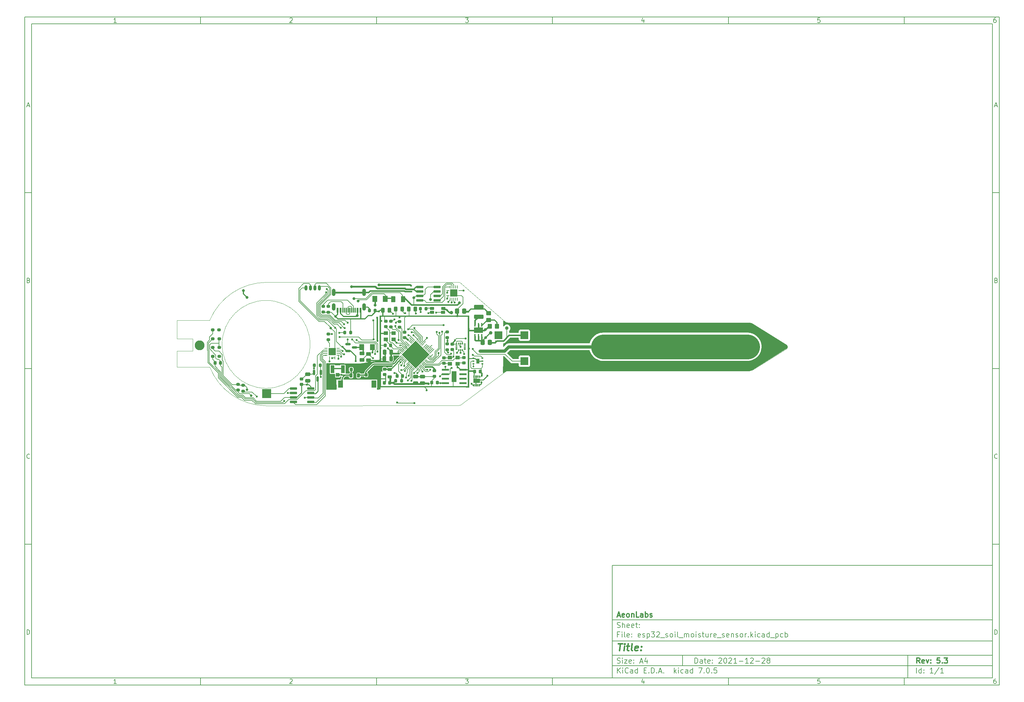
<source format=gbr>
%TF.GenerationSoftware,KiCad,Pcbnew,7.0.5*%
%TF.CreationDate,2023-06-02T10:03:58+02:00*%
%TF.ProjectId,esp32_soil_moisture_sensor,65737033-325f-4736-9f69-6c5f6d6f6973,5.3*%
%TF.SameCoordinates,Original*%
%TF.FileFunction,Copper,L1,Top*%
%TF.FilePolarity,Positive*%
%FSLAX46Y46*%
G04 Gerber Fmt 4.6, Leading zero omitted, Abs format (unit mm)*
G04 Created by KiCad (PCBNEW 7.0.5) date 2023-06-02 10:03:58*
%MOMM*%
%LPD*%
G01*
G04 APERTURE LIST*
G04 Aperture macros list*
%AMRoundRect*
0 Rectangle with rounded corners*
0 $1 Rounding radius*
0 $2 $3 $4 $5 $6 $7 $8 $9 X,Y pos of 4 corners*
0 Add a 4 corners polygon primitive as box body*
4,1,4,$2,$3,$4,$5,$6,$7,$8,$9,$2,$3,0*
0 Add four circle primitives for the rounded corners*
1,1,$1+$1,$2,$3*
1,1,$1+$1,$4,$5*
1,1,$1+$1,$6,$7*
1,1,$1+$1,$8,$9*
0 Add four rect primitives between the rounded corners*
20,1,$1+$1,$2,$3,$4,$5,0*
20,1,$1+$1,$4,$5,$6,$7,0*
20,1,$1+$1,$6,$7,$8,$9,0*
20,1,$1+$1,$8,$9,$2,$3,0*%
%AMRotRect*
0 Rectangle, with rotation*
0 The origin of the aperture is its center*
0 $1 length*
0 $2 width*
0 $3 Rotation angle, in degrees counterclockwise*
0 Add horizontal line*
21,1,$1,$2,0,0,$3*%
G04 Aperture macros list end*
%ADD10C,0.100000*%
%ADD11C,0.150000*%
%ADD12C,0.300000*%
%ADD13C,0.400000*%
%TA.AperFunction,SMDPad,CuDef*%
%ADD14RoundRect,0.225000X-0.225000X-0.250000X0.225000X-0.250000X0.225000X0.250000X-0.225000X0.250000X0*%
%TD*%
%TA.AperFunction,SMDPad,CuDef*%
%ADD15R,0.550000X0.400000*%
%TD*%
%TA.AperFunction,SMDPad,CuDef*%
%ADD16R,0.900000X1.400000*%
%TD*%
%TA.AperFunction,SMDPad,CuDef*%
%ADD17RoundRect,0.225000X0.250000X-0.225000X0.250000X0.225000X-0.250000X0.225000X-0.250000X-0.225000X0*%
%TD*%
%TA.AperFunction,SMDPad,CuDef*%
%ADD18RoundRect,0.225000X-0.250000X0.225000X-0.250000X-0.225000X0.250000X-0.225000X0.250000X0.225000X0*%
%TD*%
%TA.AperFunction,SMDPad,CuDef*%
%ADD19R,2.500000X2.500000*%
%TD*%
%TA.AperFunction,SMDPad,CuDef*%
%ADD20R,0.400000X5.700000*%
%TD*%
%TA.AperFunction,SMDPad,CuDef*%
%ADD21RoundRect,0.250000X-0.250000X-0.475000X0.250000X-0.475000X0.250000X0.475000X-0.250000X0.475000X0*%
%TD*%
%TA.AperFunction,SMDPad,CuDef*%
%ADD22R,1.400000X2.100000*%
%TD*%
%TA.AperFunction,SMDPad,CuDef*%
%ADD23RoundRect,0.250000X-0.337500X-0.475000X0.337500X-0.475000X0.337500X0.475000X-0.337500X0.475000X0*%
%TD*%
%TA.AperFunction,SMDPad,CuDef*%
%ADD24RoundRect,0.250000X0.375000X0.625000X-0.375000X0.625000X-0.375000X-0.625000X0.375000X-0.625000X0*%
%TD*%
%TA.AperFunction,SMDPad,CuDef*%
%ADD25RoundRect,0.200000X-0.275000X0.200000X-0.275000X-0.200000X0.275000X-0.200000X0.275000X0.200000X0*%
%TD*%
%TA.AperFunction,SMDPad,CuDef*%
%ADD26RoundRect,0.150000X-0.150000X0.587500X-0.150000X-0.587500X0.150000X-0.587500X0.150000X0.587500X0*%
%TD*%
%TA.AperFunction,SMDPad,CuDef*%
%ADD27RoundRect,0.124800X-0.475200X-0.275200X0.475200X-0.275200X0.475200X0.275200X-0.475200X0.275200X0*%
%TD*%
%TA.AperFunction,SMDPad,CuDef*%
%ADD28RoundRect,0.250001X-0.462499X-0.624999X0.462499X-0.624999X0.462499X0.624999X-0.462499X0.624999X0*%
%TD*%
%TA.AperFunction,SMDPad,CuDef*%
%ADD29R,25.500000X0.400000*%
%TD*%
%TA.AperFunction,ComponentPad*%
%ADD30C,2.800000*%
%TD*%
%TA.AperFunction,SMDPad,CuDef*%
%ADD31RoundRect,0.218750X-0.218750X-0.381250X0.218750X-0.381250X0.218750X0.381250X-0.218750X0.381250X0*%
%TD*%
%TA.AperFunction,SMDPad,CuDef*%
%ADD32RoundRect,0.250000X-0.450000X0.262500X-0.450000X-0.262500X0.450000X-0.262500X0.450000X0.262500X0*%
%TD*%
%TA.AperFunction,SMDPad,CuDef*%
%ADD33R,1.300000X1.000000*%
%TD*%
%TA.AperFunction,SMDPad,CuDef*%
%ADD34RoundRect,0.050000X-0.238649X-0.309359X0.309359X0.238649X0.238649X0.309359X-0.309359X-0.238649X0*%
%TD*%
%TA.AperFunction,SMDPad,CuDef*%
%ADD35RoundRect,0.000250X0.000000X-0.000354X0.000354X0.000000X0.000000X0.000354X-0.000354X0.000000X0*%
%TD*%
%TA.AperFunction,SMDPad,CuDef*%
%ADD36RoundRect,0.050000X0.238649X-0.309359X0.309359X-0.238649X-0.238649X0.309359X-0.309359X0.238649X0*%
%TD*%
%TA.AperFunction,SMDPad,CuDef*%
%ADD37RotRect,5.600000X5.600000X45.000000*%
%TD*%
%TA.AperFunction,SMDPad,CuDef*%
%ADD38RoundRect,0.250000X0.475000X-0.250000X0.475000X0.250000X-0.475000X0.250000X-0.475000X-0.250000X0*%
%TD*%
%TA.AperFunction,SMDPad,CuDef*%
%ADD39RoundRect,0.041300X0.948700X0.253700X-0.948700X0.253700X-0.948700X-0.253700X0.948700X-0.253700X0*%
%TD*%
%TA.AperFunction,SMDPad,CuDef*%
%ADD40RoundRect,0.098350X0.604150X1.437900X-0.604150X1.437900X-0.604150X-1.437900X0.604150X-1.437900X0*%
%TD*%
%TA.AperFunction,SMDPad,CuDef*%
%ADD41RoundRect,0.243750X-0.243750X-0.456250X0.243750X-0.456250X0.243750X0.456250X-0.243750X0.456250X0*%
%TD*%
%TA.AperFunction,SMDPad,CuDef*%
%ADD42RoundRect,0.250001X0.462499X0.624999X-0.462499X0.624999X-0.462499X-0.624999X0.462499X-0.624999X0*%
%TD*%
%TA.AperFunction,SMDPad,CuDef*%
%ADD43RoundRect,0.250000X-0.450000X0.350000X-0.450000X-0.350000X0.450000X-0.350000X0.450000X0.350000X0*%
%TD*%
%TA.AperFunction,SMDPad,CuDef*%
%ADD44R,0.420000X1.100000*%
%TD*%
%TA.AperFunction,SMDPad,CuDef*%
%ADD45R,2.500000X1.600000*%
%TD*%
%TA.AperFunction,SMDPad,CuDef*%
%ADD46RoundRect,0.200000X-0.200000X-0.275000X0.200000X-0.275000X0.200000X0.275000X-0.200000X0.275000X0*%
%TD*%
%TA.AperFunction,SMDPad,CuDef*%
%ADD47R,0.600000X1.450000*%
%TD*%
%TA.AperFunction,SMDPad,CuDef*%
%ADD48R,0.300000X1.450000*%
%TD*%
%TA.AperFunction,ComponentPad*%
%ADD49O,1.050000X2.100000*%
%TD*%
%TA.AperFunction,SMDPad,CuDef*%
%ADD50RoundRect,0.200000X-0.300000X-0.200000X0.300000X-0.200000X0.300000X0.200000X-0.300000X0.200000X0*%
%TD*%
%TA.AperFunction,SMDPad,CuDef*%
%ADD51RoundRect,0.250000X-1.075000X0.375000X-1.075000X-0.375000X1.075000X-0.375000X1.075000X0.375000X0*%
%TD*%
%TA.AperFunction,SMDPad,CuDef*%
%ADD52R,1.100000X2.250000*%
%TD*%
%TA.AperFunction,SMDPad,CuDef*%
%ADD53R,1.050000X1.100000*%
%TD*%
%TA.AperFunction,SMDPad,CuDef*%
%ADD54O,0.800000X1.500000*%
%TD*%
%TA.AperFunction,SMDPad,CuDef*%
%ADD55R,0.500000X0.500000*%
%TD*%
%TA.AperFunction,SMDPad,CuDef*%
%ADD56RoundRect,0.042000X-0.943000X-0.258000X0.943000X-0.258000X0.943000X0.258000X-0.943000X0.258000X0*%
%TD*%
%TA.AperFunction,SMDPad,CuDef*%
%ADD57R,25.400000X0.400000*%
%TD*%
%TA.AperFunction,SMDPad,CuDef*%
%ADD58C,1.000000*%
%TD*%
%TA.AperFunction,SMDPad,CuDef*%
%ADD59R,0.400000X13.300000*%
%TD*%
%TA.AperFunction,SMDPad,CuDef*%
%ADD60R,0.580000X0.350000*%
%TD*%
%TA.AperFunction,SMDPad,CuDef*%
%ADD61R,0.350000X0.580000*%
%TD*%
%TA.AperFunction,SMDPad,CuDef*%
%ADD62RoundRect,0.250000X0.350000X0.450000X-0.350000X0.450000X-0.350000X-0.450000X0.350000X-0.450000X0*%
%TD*%
%TA.AperFunction,SMDPad,CuDef*%
%ADD63R,0.280000X0.850000*%
%TD*%
%TA.AperFunction,SMDPad,CuDef*%
%ADD64R,0.850000X0.280000*%
%TD*%
%TA.AperFunction,SMDPad,CuDef*%
%ADD65R,2.050000X2.050000*%
%TD*%
%TA.AperFunction,SMDPad,CuDef*%
%ADD66R,0.400000X20.500000*%
%TD*%
%TA.AperFunction,SMDPad,CuDef*%
%ADD67RoundRect,0.200000X0.275000X-0.200000X0.275000X0.200000X-0.275000X0.200000X-0.275000X-0.200000X0*%
%TD*%
%TA.AperFunction,SMDPad,CuDef*%
%ADD68RoundRect,0.225000X0.225000X0.250000X-0.225000X0.250000X-0.225000X-0.250000X0.225000X-0.250000X0*%
%TD*%
%TA.AperFunction,SMDPad,CuDef*%
%ADD69RoundRect,0.218750X0.381250X-0.218750X0.381250X0.218750X-0.381250X0.218750X-0.381250X-0.218750X0*%
%TD*%
%TA.AperFunction,SMDPad,CuDef*%
%ADD70RoundRect,0.150000X-0.587500X-0.150000X0.587500X-0.150000X0.587500X0.150000X-0.587500X0.150000X0*%
%TD*%
%TA.AperFunction,SMDPad,CuDef*%
%ADD71RoundRect,0.250000X0.337500X0.475000X-0.337500X0.475000X-0.337500X-0.475000X0.337500X-0.475000X0*%
%TD*%
%TA.AperFunction,SMDPad,CuDef*%
%ADD72R,0.300000X0.800000*%
%TD*%
%TA.AperFunction,SMDPad,CuDef*%
%ADD73R,1.900000X1.200000*%
%TD*%
%TA.AperFunction,SMDPad,CuDef*%
%ADD74R,2.195000X2.195000*%
%TD*%
%TA.AperFunction,ViaPad*%
%ADD75C,0.600000*%
%TD*%
%TA.AperFunction,ViaPad*%
%ADD76C,0.700000*%
%TD*%
%TA.AperFunction,ViaPad*%
%ADD77C,0.800000*%
%TD*%
%TA.AperFunction,ViaPad*%
%ADD78C,0.500000*%
%TD*%
%TA.AperFunction,Conductor*%
%ADD79C,0.300000*%
%TD*%
%TA.AperFunction,Conductor*%
%ADD80C,0.200000*%
%TD*%
%TA.AperFunction,Conductor*%
%ADD81C,0.150000*%
%TD*%
%TA.AperFunction,Conductor*%
%ADD82C,0.400000*%
%TD*%
%TA.AperFunction,Conductor*%
%ADD83C,0.510000*%
%TD*%
%TA.AperFunction,Conductor*%
%ADD84C,0.250000*%
%TD*%
%TA.AperFunction,Conductor*%
%ADD85C,0.320000*%
%TD*%
%TA.AperFunction,Conductor*%
%ADD86C,0.350000*%
%TD*%
%TA.AperFunction,Conductor*%
%ADD87C,0.180000*%
%TD*%
%TA.AperFunction,Conductor*%
%ADD88C,7.000000*%
%TD*%
%TA.AperFunction,Conductor*%
%ADD89C,0.900000*%
%TD*%
%TA.AperFunction,Conductor*%
%ADD90C,0.500000*%
%TD*%
%TA.AperFunction,Profile*%
%ADD91C,0.050000*%
%TD*%
%TA.AperFunction,Profile*%
%ADD92C,0.100000*%
%TD*%
G04 APERTURE END LIST*
D10*
D11*
X177002200Y-166007200D02*
X285002200Y-166007200D01*
X285002200Y-198007200D01*
X177002200Y-198007200D01*
X177002200Y-166007200D01*
D10*
D11*
X10000000Y-10000000D02*
X287002200Y-10000000D01*
X287002200Y-200007200D01*
X10000000Y-200007200D01*
X10000000Y-10000000D01*
D10*
D11*
X12000000Y-12000000D02*
X285002200Y-12000000D01*
X285002200Y-198007200D01*
X12000000Y-198007200D01*
X12000000Y-12000000D01*
D10*
D11*
X60000000Y-12000000D02*
X60000000Y-10000000D01*
D10*
D11*
X110000000Y-12000000D02*
X110000000Y-10000000D01*
D10*
D11*
X160000000Y-12000000D02*
X160000000Y-10000000D01*
D10*
D11*
X210000000Y-12000000D02*
X210000000Y-10000000D01*
D10*
D11*
X260000000Y-12000000D02*
X260000000Y-10000000D01*
D10*
D11*
X36089160Y-11593604D02*
X35346303Y-11593604D01*
X35717731Y-11593604D02*
X35717731Y-10293604D01*
X35717731Y-10293604D02*
X35593922Y-10479319D01*
X35593922Y-10479319D02*
X35470112Y-10603128D01*
X35470112Y-10603128D02*
X35346303Y-10665033D01*
D10*
D11*
X85346303Y-10417414D02*
X85408207Y-10355509D01*
X85408207Y-10355509D02*
X85532017Y-10293604D01*
X85532017Y-10293604D02*
X85841541Y-10293604D01*
X85841541Y-10293604D02*
X85965350Y-10355509D01*
X85965350Y-10355509D02*
X86027255Y-10417414D01*
X86027255Y-10417414D02*
X86089160Y-10541223D01*
X86089160Y-10541223D02*
X86089160Y-10665033D01*
X86089160Y-10665033D02*
X86027255Y-10850747D01*
X86027255Y-10850747D02*
X85284398Y-11593604D01*
X85284398Y-11593604D02*
X86089160Y-11593604D01*
D10*
D11*
X135284398Y-10293604D02*
X136089160Y-10293604D01*
X136089160Y-10293604D02*
X135655826Y-10788842D01*
X135655826Y-10788842D02*
X135841541Y-10788842D01*
X135841541Y-10788842D02*
X135965350Y-10850747D01*
X135965350Y-10850747D02*
X136027255Y-10912652D01*
X136027255Y-10912652D02*
X136089160Y-11036461D01*
X136089160Y-11036461D02*
X136089160Y-11345985D01*
X136089160Y-11345985D02*
X136027255Y-11469795D01*
X136027255Y-11469795D02*
X135965350Y-11531700D01*
X135965350Y-11531700D02*
X135841541Y-11593604D01*
X135841541Y-11593604D02*
X135470112Y-11593604D01*
X135470112Y-11593604D02*
X135346303Y-11531700D01*
X135346303Y-11531700D02*
X135284398Y-11469795D01*
D10*
D11*
X185965350Y-10726938D02*
X185965350Y-11593604D01*
X185655826Y-10231700D02*
X185346303Y-11160271D01*
X185346303Y-11160271D02*
X186151064Y-11160271D01*
D10*
D11*
X236027255Y-10293604D02*
X235408207Y-10293604D01*
X235408207Y-10293604D02*
X235346303Y-10912652D01*
X235346303Y-10912652D02*
X235408207Y-10850747D01*
X235408207Y-10850747D02*
X235532017Y-10788842D01*
X235532017Y-10788842D02*
X235841541Y-10788842D01*
X235841541Y-10788842D02*
X235965350Y-10850747D01*
X235965350Y-10850747D02*
X236027255Y-10912652D01*
X236027255Y-10912652D02*
X236089160Y-11036461D01*
X236089160Y-11036461D02*
X236089160Y-11345985D01*
X236089160Y-11345985D02*
X236027255Y-11469795D01*
X236027255Y-11469795D02*
X235965350Y-11531700D01*
X235965350Y-11531700D02*
X235841541Y-11593604D01*
X235841541Y-11593604D02*
X235532017Y-11593604D01*
X235532017Y-11593604D02*
X235408207Y-11531700D01*
X235408207Y-11531700D02*
X235346303Y-11469795D01*
D10*
D11*
X285965350Y-10293604D02*
X285717731Y-10293604D01*
X285717731Y-10293604D02*
X285593922Y-10355509D01*
X285593922Y-10355509D02*
X285532017Y-10417414D01*
X285532017Y-10417414D02*
X285408207Y-10603128D01*
X285408207Y-10603128D02*
X285346303Y-10850747D01*
X285346303Y-10850747D02*
X285346303Y-11345985D01*
X285346303Y-11345985D02*
X285408207Y-11469795D01*
X285408207Y-11469795D02*
X285470112Y-11531700D01*
X285470112Y-11531700D02*
X285593922Y-11593604D01*
X285593922Y-11593604D02*
X285841541Y-11593604D01*
X285841541Y-11593604D02*
X285965350Y-11531700D01*
X285965350Y-11531700D02*
X286027255Y-11469795D01*
X286027255Y-11469795D02*
X286089160Y-11345985D01*
X286089160Y-11345985D02*
X286089160Y-11036461D01*
X286089160Y-11036461D02*
X286027255Y-10912652D01*
X286027255Y-10912652D02*
X285965350Y-10850747D01*
X285965350Y-10850747D02*
X285841541Y-10788842D01*
X285841541Y-10788842D02*
X285593922Y-10788842D01*
X285593922Y-10788842D02*
X285470112Y-10850747D01*
X285470112Y-10850747D02*
X285408207Y-10912652D01*
X285408207Y-10912652D02*
X285346303Y-11036461D01*
D10*
D11*
X60000000Y-198007200D02*
X60000000Y-200007200D01*
D10*
D11*
X110000000Y-198007200D02*
X110000000Y-200007200D01*
D10*
D11*
X160000000Y-198007200D02*
X160000000Y-200007200D01*
D10*
D11*
X210000000Y-198007200D02*
X210000000Y-200007200D01*
D10*
D11*
X260000000Y-198007200D02*
X260000000Y-200007200D01*
D10*
D11*
X36089160Y-199600804D02*
X35346303Y-199600804D01*
X35717731Y-199600804D02*
X35717731Y-198300804D01*
X35717731Y-198300804D02*
X35593922Y-198486519D01*
X35593922Y-198486519D02*
X35470112Y-198610328D01*
X35470112Y-198610328D02*
X35346303Y-198672233D01*
D10*
D11*
X85346303Y-198424614D02*
X85408207Y-198362709D01*
X85408207Y-198362709D02*
X85532017Y-198300804D01*
X85532017Y-198300804D02*
X85841541Y-198300804D01*
X85841541Y-198300804D02*
X85965350Y-198362709D01*
X85965350Y-198362709D02*
X86027255Y-198424614D01*
X86027255Y-198424614D02*
X86089160Y-198548423D01*
X86089160Y-198548423D02*
X86089160Y-198672233D01*
X86089160Y-198672233D02*
X86027255Y-198857947D01*
X86027255Y-198857947D02*
X85284398Y-199600804D01*
X85284398Y-199600804D02*
X86089160Y-199600804D01*
D10*
D11*
X135284398Y-198300804D02*
X136089160Y-198300804D01*
X136089160Y-198300804D02*
X135655826Y-198796042D01*
X135655826Y-198796042D02*
X135841541Y-198796042D01*
X135841541Y-198796042D02*
X135965350Y-198857947D01*
X135965350Y-198857947D02*
X136027255Y-198919852D01*
X136027255Y-198919852D02*
X136089160Y-199043661D01*
X136089160Y-199043661D02*
X136089160Y-199353185D01*
X136089160Y-199353185D02*
X136027255Y-199476995D01*
X136027255Y-199476995D02*
X135965350Y-199538900D01*
X135965350Y-199538900D02*
X135841541Y-199600804D01*
X135841541Y-199600804D02*
X135470112Y-199600804D01*
X135470112Y-199600804D02*
X135346303Y-199538900D01*
X135346303Y-199538900D02*
X135284398Y-199476995D01*
D10*
D11*
X185965350Y-198734138D02*
X185965350Y-199600804D01*
X185655826Y-198238900D02*
X185346303Y-199167471D01*
X185346303Y-199167471D02*
X186151064Y-199167471D01*
D10*
D11*
X236027255Y-198300804D02*
X235408207Y-198300804D01*
X235408207Y-198300804D02*
X235346303Y-198919852D01*
X235346303Y-198919852D02*
X235408207Y-198857947D01*
X235408207Y-198857947D02*
X235532017Y-198796042D01*
X235532017Y-198796042D02*
X235841541Y-198796042D01*
X235841541Y-198796042D02*
X235965350Y-198857947D01*
X235965350Y-198857947D02*
X236027255Y-198919852D01*
X236027255Y-198919852D02*
X236089160Y-199043661D01*
X236089160Y-199043661D02*
X236089160Y-199353185D01*
X236089160Y-199353185D02*
X236027255Y-199476995D01*
X236027255Y-199476995D02*
X235965350Y-199538900D01*
X235965350Y-199538900D02*
X235841541Y-199600804D01*
X235841541Y-199600804D02*
X235532017Y-199600804D01*
X235532017Y-199600804D02*
X235408207Y-199538900D01*
X235408207Y-199538900D02*
X235346303Y-199476995D01*
D10*
D11*
X285965350Y-198300804D02*
X285717731Y-198300804D01*
X285717731Y-198300804D02*
X285593922Y-198362709D01*
X285593922Y-198362709D02*
X285532017Y-198424614D01*
X285532017Y-198424614D02*
X285408207Y-198610328D01*
X285408207Y-198610328D02*
X285346303Y-198857947D01*
X285346303Y-198857947D02*
X285346303Y-199353185D01*
X285346303Y-199353185D02*
X285408207Y-199476995D01*
X285408207Y-199476995D02*
X285470112Y-199538900D01*
X285470112Y-199538900D02*
X285593922Y-199600804D01*
X285593922Y-199600804D02*
X285841541Y-199600804D01*
X285841541Y-199600804D02*
X285965350Y-199538900D01*
X285965350Y-199538900D02*
X286027255Y-199476995D01*
X286027255Y-199476995D02*
X286089160Y-199353185D01*
X286089160Y-199353185D02*
X286089160Y-199043661D01*
X286089160Y-199043661D02*
X286027255Y-198919852D01*
X286027255Y-198919852D02*
X285965350Y-198857947D01*
X285965350Y-198857947D02*
X285841541Y-198796042D01*
X285841541Y-198796042D02*
X285593922Y-198796042D01*
X285593922Y-198796042D02*
X285470112Y-198857947D01*
X285470112Y-198857947D02*
X285408207Y-198919852D01*
X285408207Y-198919852D02*
X285346303Y-199043661D01*
D10*
D11*
X10000000Y-60000000D02*
X12000000Y-60000000D01*
D10*
D11*
X10000000Y-110000000D02*
X12000000Y-110000000D01*
D10*
D11*
X10000000Y-160000000D02*
X12000000Y-160000000D01*
D10*
D11*
X10690476Y-35222176D02*
X11309523Y-35222176D01*
X10566666Y-35593604D02*
X10999999Y-34293604D01*
X10999999Y-34293604D02*
X11433333Y-35593604D01*
D10*
D11*
X11092857Y-84912652D02*
X11278571Y-84974557D01*
X11278571Y-84974557D02*
X11340476Y-85036461D01*
X11340476Y-85036461D02*
X11402380Y-85160271D01*
X11402380Y-85160271D02*
X11402380Y-85345985D01*
X11402380Y-85345985D02*
X11340476Y-85469795D01*
X11340476Y-85469795D02*
X11278571Y-85531700D01*
X11278571Y-85531700D02*
X11154761Y-85593604D01*
X11154761Y-85593604D02*
X10659523Y-85593604D01*
X10659523Y-85593604D02*
X10659523Y-84293604D01*
X10659523Y-84293604D02*
X11092857Y-84293604D01*
X11092857Y-84293604D02*
X11216666Y-84355509D01*
X11216666Y-84355509D02*
X11278571Y-84417414D01*
X11278571Y-84417414D02*
X11340476Y-84541223D01*
X11340476Y-84541223D02*
X11340476Y-84665033D01*
X11340476Y-84665033D02*
X11278571Y-84788842D01*
X11278571Y-84788842D02*
X11216666Y-84850747D01*
X11216666Y-84850747D02*
X11092857Y-84912652D01*
X11092857Y-84912652D02*
X10659523Y-84912652D01*
D10*
D11*
X11402380Y-135469795D02*
X11340476Y-135531700D01*
X11340476Y-135531700D02*
X11154761Y-135593604D01*
X11154761Y-135593604D02*
X11030952Y-135593604D01*
X11030952Y-135593604D02*
X10845238Y-135531700D01*
X10845238Y-135531700D02*
X10721428Y-135407890D01*
X10721428Y-135407890D02*
X10659523Y-135284080D01*
X10659523Y-135284080D02*
X10597619Y-135036461D01*
X10597619Y-135036461D02*
X10597619Y-134850747D01*
X10597619Y-134850747D02*
X10659523Y-134603128D01*
X10659523Y-134603128D02*
X10721428Y-134479319D01*
X10721428Y-134479319D02*
X10845238Y-134355509D01*
X10845238Y-134355509D02*
X11030952Y-134293604D01*
X11030952Y-134293604D02*
X11154761Y-134293604D01*
X11154761Y-134293604D02*
X11340476Y-134355509D01*
X11340476Y-134355509D02*
X11402380Y-134417414D01*
D10*
D11*
X10659523Y-185593604D02*
X10659523Y-184293604D01*
X10659523Y-184293604D02*
X10969047Y-184293604D01*
X10969047Y-184293604D02*
X11154761Y-184355509D01*
X11154761Y-184355509D02*
X11278571Y-184479319D01*
X11278571Y-184479319D02*
X11340476Y-184603128D01*
X11340476Y-184603128D02*
X11402380Y-184850747D01*
X11402380Y-184850747D02*
X11402380Y-185036461D01*
X11402380Y-185036461D02*
X11340476Y-185284080D01*
X11340476Y-185284080D02*
X11278571Y-185407890D01*
X11278571Y-185407890D02*
X11154761Y-185531700D01*
X11154761Y-185531700D02*
X10969047Y-185593604D01*
X10969047Y-185593604D02*
X10659523Y-185593604D01*
D10*
D11*
X287002200Y-60000000D02*
X285002200Y-60000000D01*
D10*
D11*
X287002200Y-110000000D02*
X285002200Y-110000000D01*
D10*
D11*
X287002200Y-160000000D02*
X285002200Y-160000000D01*
D10*
D11*
X285692676Y-35222176D02*
X286311723Y-35222176D01*
X285568866Y-35593604D02*
X286002199Y-34293604D01*
X286002199Y-34293604D02*
X286435533Y-35593604D01*
D10*
D11*
X286095057Y-84912652D02*
X286280771Y-84974557D01*
X286280771Y-84974557D02*
X286342676Y-85036461D01*
X286342676Y-85036461D02*
X286404580Y-85160271D01*
X286404580Y-85160271D02*
X286404580Y-85345985D01*
X286404580Y-85345985D02*
X286342676Y-85469795D01*
X286342676Y-85469795D02*
X286280771Y-85531700D01*
X286280771Y-85531700D02*
X286156961Y-85593604D01*
X286156961Y-85593604D02*
X285661723Y-85593604D01*
X285661723Y-85593604D02*
X285661723Y-84293604D01*
X285661723Y-84293604D02*
X286095057Y-84293604D01*
X286095057Y-84293604D02*
X286218866Y-84355509D01*
X286218866Y-84355509D02*
X286280771Y-84417414D01*
X286280771Y-84417414D02*
X286342676Y-84541223D01*
X286342676Y-84541223D02*
X286342676Y-84665033D01*
X286342676Y-84665033D02*
X286280771Y-84788842D01*
X286280771Y-84788842D02*
X286218866Y-84850747D01*
X286218866Y-84850747D02*
X286095057Y-84912652D01*
X286095057Y-84912652D02*
X285661723Y-84912652D01*
D10*
D11*
X286404580Y-135469795D02*
X286342676Y-135531700D01*
X286342676Y-135531700D02*
X286156961Y-135593604D01*
X286156961Y-135593604D02*
X286033152Y-135593604D01*
X286033152Y-135593604D02*
X285847438Y-135531700D01*
X285847438Y-135531700D02*
X285723628Y-135407890D01*
X285723628Y-135407890D02*
X285661723Y-135284080D01*
X285661723Y-135284080D02*
X285599819Y-135036461D01*
X285599819Y-135036461D02*
X285599819Y-134850747D01*
X285599819Y-134850747D02*
X285661723Y-134603128D01*
X285661723Y-134603128D02*
X285723628Y-134479319D01*
X285723628Y-134479319D02*
X285847438Y-134355509D01*
X285847438Y-134355509D02*
X286033152Y-134293604D01*
X286033152Y-134293604D02*
X286156961Y-134293604D01*
X286156961Y-134293604D02*
X286342676Y-134355509D01*
X286342676Y-134355509D02*
X286404580Y-134417414D01*
D10*
D11*
X285661723Y-185593604D02*
X285661723Y-184293604D01*
X285661723Y-184293604D02*
X285971247Y-184293604D01*
X285971247Y-184293604D02*
X286156961Y-184355509D01*
X286156961Y-184355509D02*
X286280771Y-184479319D01*
X286280771Y-184479319D02*
X286342676Y-184603128D01*
X286342676Y-184603128D02*
X286404580Y-184850747D01*
X286404580Y-184850747D02*
X286404580Y-185036461D01*
X286404580Y-185036461D02*
X286342676Y-185284080D01*
X286342676Y-185284080D02*
X286280771Y-185407890D01*
X286280771Y-185407890D02*
X286156961Y-185531700D01*
X286156961Y-185531700D02*
X285971247Y-185593604D01*
X285971247Y-185593604D02*
X285661723Y-185593604D01*
D10*
D11*
X200458026Y-193793328D02*
X200458026Y-192293328D01*
X200458026Y-192293328D02*
X200815169Y-192293328D01*
X200815169Y-192293328D02*
X201029455Y-192364757D01*
X201029455Y-192364757D02*
X201172312Y-192507614D01*
X201172312Y-192507614D02*
X201243741Y-192650471D01*
X201243741Y-192650471D02*
X201315169Y-192936185D01*
X201315169Y-192936185D02*
X201315169Y-193150471D01*
X201315169Y-193150471D02*
X201243741Y-193436185D01*
X201243741Y-193436185D02*
X201172312Y-193579042D01*
X201172312Y-193579042D02*
X201029455Y-193721900D01*
X201029455Y-193721900D02*
X200815169Y-193793328D01*
X200815169Y-193793328D02*
X200458026Y-193793328D01*
X202600884Y-193793328D02*
X202600884Y-193007614D01*
X202600884Y-193007614D02*
X202529455Y-192864757D01*
X202529455Y-192864757D02*
X202386598Y-192793328D01*
X202386598Y-192793328D02*
X202100884Y-192793328D01*
X202100884Y-192793328D02*
X201958026Y-192864757D01*
X202600884Y-193721900D02*
X202458026Y-193793328D01*
X202458026Y-193793328D02*
X202100884Y-193793328D01*
X202100884Y-193793328D02*
X201958026Y-193721900D01*
X201958026Y-193721900D02*
X201886598Y-193579042D01*
X201886598Y-193579042D02*
X201886598Y-193436185D01*
X201886598Y-193436185D02*
X201958026Y-193293328D01*
X201958026Y-193293328D02*
X202100884Y-193221900D01*
X202100884Y-193221900D02*
X202458026Y-193221900D01*
X202458026Y-193221900D02*
X202600884Y-193150471D01*
X203100884Y-192793328D02*
X203672312Y-192793328D01*
X203315169Y-192293328D02*
X203315169Y-193579042D01*
X203315169Y-193579042D02*
X203386598Y-193721900D01*
X203386598Y-193721900D02*
X203529455Y-193793328D01*
X203529455Y-193793328D02*
X203672312Y-193793328D01*
X204743741Y-193721900D02*
X204600884Y-193793328D01*
X204600884Y-193793328D02*
X204315170Y-193793328D01*
X204315170Y-193793328D02*
X204172312Y-193721900D01*
X204172312Y-193721900D02*
X204100884Y-193579042D01*
X204100884Y-193579042D02*
X204100884Y-193007614D01*
X204100884Y-193007614D02*
X204172312Y-192864757D01*
X204172312Y-192864757D02*
X204315170Y-192793328D01*
X204315170Y-192793328D02*
X204600884Y-192793328D01*
X204600884Y-192793328D02*
X204743741Y-192864757D01*
X204743741Y-192864757D02*
X204815170Y-193007614D01*
X204815170Y-193007614D02*
X204815170Y-193150471D01*
X204815170Y-193150471D02*
X204100884Y-193293328D01*
X205458026Y-193650471D02*
X205529455Y-193721900D01*
X205529455Y-193721900D02*
X205458026Y-193793328D01*
X205458026Y-193793328D02*
X205386598Y-193721900D01*
X205386598Y-193721900D02*
X205458026Y-193650471D01*
X205458026Y-193650471D02*
X205458026Y-193793328D01*
X205458026Y-192864757D02*
X205529455Y-192936185D01*
X205529455Y-192936185D02*
X205458026Y-193007614D01*
X205458026Y-193007614D02*
X205386598Y-192936185D01*
X205386598Y-192936185D02*
X205458026Y-192864757D01*
X205458026Y-192864757D02*
X205458026Y-193007614D01*
X207243741Y-192436185D02*
X207315169Y-192364757D01*
X207315169Y-192364757D02*
X207458027Y-192293328D01*
X207458027Y-192293328D02*
X207815169Y-192293328D01*
X207815169Y-192293328D02*
X207958027Y-192364757D01*
X207958027Y-192364757D02*
X208029455Y-192436185D01*
X208029455Y-192436185D02*
X208100884Y-192579042D01*
X208100884Y-192579042D02*
X208100884Y-192721900D01*
X208100884Y-192721900D02*
X208029455Y-192936185D01*
X208029455Y-192936185D02*
X207172312Y-193793328D01*
X207172312Y-193793328D02*
X208100884Y-193793328D01*
X209029455Y-192293328D02*
X209172312Y-192293328D01*
X209172312Y-192293328D02*
X209315169Y-192364757D01*
X209315169Y-192364757D02*
X209386598Y-192436185D01*
X209386598Y-192436185D02*
X209458026Y-192579042D01*
X209458026Y-192579042D02*
X209529455Y-192864757D01*
X209529455Y-192864757D02*
X209529455Y-193221900D01*
X209529455Y-193221900D02*
X209458026Y-193507614D01*
X209458026Y-193507614D02*
X209386598Y-193650471D01*
X209386598Y-193650471D02*
X209315169Y-193721900D01*
X209315169Y-193721900D02*
X209172312Y-193793328D01*
X209172312Y-193793328D02*
X209029455Y-193793328D01*
X209029455Y-193793328D02*
X208886598Y-193721900D01*
X208886598Y-193721900D02*
X208815169Y-193650471D01*
X208815169Y-193650471D02*
X208743740Y-193507614D01*
X208743740Y-193507614D02*
X208672312Y-193221900D01*
X208672312Y-193221900D02*
X208672312Y-192864757D01*
X208672312Y-192864757D02*
X208743740Y-192579042D01*
X208743740Y-192579042D02*
X208815169Y-192436185D01*
X208815169Y-192436185D02*
X208886598Y-192364757D01*
X208886598Y-192364757D02*
X209029455Y-192293328D01*
X210100883Y-192436185D02*
X210172311Y-192364757D01*
X210172311Y-192364757D02*
X210315169Y-192293328D01*
X210315169Y-192293328D02*
X210672311Y-192293328D01*
X210672311Y-192293328D02*
X210815169Y-192364757D01*
X210815169Y-192364757D02*
X210886597Y-192436185D01*
X210886597Y-192436185D02*
X210958026Y-192579042D01*
X210958026Y-192579042D02*
X210958026Y-192721900D01*
X210958026Y-192721900D02*
X210886597Y-192936185D01*
X210886597Y-192936185D02*
X210029454Y-193793328D01*
X210029454Y-193793328D02*
X210958026Y-193793328D01*
X212386597Y-193793328D02*
X211529454Y-193793328D01*
X211958025Y-193793328D02*
X211958025Y-192293328D01*
X211958025Y-192293328D02*
X211815168Y-192507614D01*
X211815168Y-192507614D02*
X211672311Y-192650471D01*
X211672311Y-192650471D02*
X211529454Y-192721900D01*
X213029453Y-193221900D02*
X214172311Y-193221900D01*
X215672311Y-193793328D02*
X214815168Y-193793328D01*
X215243739Y-193793328D02*
X215243739Y-192293328D01*
X215243739Y-192293328D02*
X215100882Y-192507614D01*
X215100882Y-192507614D02*
X214958025Y-192650471D01*
X214958025Y-192650471D02*
X214815168Y-192721900D01*
X216243739Y-192436185D02*
X216315167Y-192364757D01*
X216315167Y-192364757D02*
X216458025Y-192293328D01*
X216458025Y-192293328D02*
X216815167Y-192293328D01*
X216815167Y-192293328D02*
X216958025Y-192364757D01*
X216958025Y-192364757D02*
X217029453Y-192436185D01*
X217029453Y-192436185D02*
X217100882Y-192579042D01*
X217100882Y-192579042D02*
X217100882Y-192721900D01*
X217100882Y-192721900D02*
X217029453Y-192936185D01*
X217029453Y-192936185D02*
X216172310Y-193793328D01*
X216172310Y-193793328D02*
X217100882Y-193793328D01*
X217743738Y-193221900D02*
X218886596Y-193221900D01*
X219529453Y-192436185D02*
X219600881Y-192364757D01*
X219600881Y-192364757D02*
X219743739Y-192293328D01*
X219743739Y-192293328D02*
X220100881Y-192293328D01*
X220100881Y-192293328D02*
X220243739Y-192364757D01*
X220243739Y-192364757D02*
X220315167Y-192436185D01*
X220315167Y-192436185D02*
X220386596Y-192579042D01*
X220386596Y-192579042D02*
X220386596Y-192721900D01*
X220386596Y-192721900D02*
X220315167Y-192936185D01*
X220315167Y-192936185D02*
X219458024Y-193793328D01*
X219458024Y-193793328D02*
X220386596Y-193793328D01*
X221243738Y-192936185D02*
X221100881Y-192864757D01*
X221100881Y-192864757D02*
X221029452Y-192793328D01*
X221029452Y-192793328D02*
X220958024Y-192650471D01*
X220958024Y-192650471D02*
X220958024Y-192579042D01*
X220958024Y-192579042D02*
X221029452Y-192436185D01*
X221029452Y-192436185D02*
X221100881Y-192364757D01*
X221100881Y-192364757D02*
X221243738Y-192293328D01*
X221243738Y-192293328D02*
X221529452Y-192293328D01*
X221529452Y-192293328D02*
X221672310Y-192364757D01*
X221672310Y-192364757D02*
X221743738Y-192436185D01*
X221743738Y-192436185D02*
X221815167Y-192579042D01*
X221815167Y-192579042D02*
X221815167Y-192650471D01*
X221815167Y-192650471D02*
X221743738Y-192793328D01*
X221743738Y-192793328D02*
X221672310Y-192864757D01*
X221672310Y-192864757D02*
X221529452Y-192936185D01*
X221529452Y-192936185D02*
X221243738Y-192936185D01*
X221243738Y-192936185D02*
X221100881Y-193007614D01*
X221100881Y-193007614D02*
X221029452Y-193079042D01*
X221029452Y-193079042D02*
X220958024Y-193221900D01*
X220958024Y-193221900D02*
X220958024Y-193507614D01*
X220958024Y-193507614D02*
X221029452Y-193650471D01*
X221029452Y-193650471D02*
X221100881Y-193721900D01*
X221100881Y-193721900D02*
X221243738Y-193793328D01*
X221243738Y-193793328D02*
X221529452Y-193793328D01*
X221529452Y-193793328D02*
X221672310Y-193721900D01*
X221672310Y-193721900D02*
X221743738Y-193650471D01*
X221743738Y-193650471D02*
X221815167Y-193507614D01*
X221815167Y-193507614D02*
X221815167Y-193221900D01*
X221815167Y-193221900D02*
X221743738Y-193079042D01*
X221743738Y-193079042D02*
X221672310Y-193007614D01*
X221672310Y-193007614D02*
X221529452Y-192936185D01*
D10*
D11*
X177002200Y-194507200D02*
X285002200Y-194507200D01*
D10*
D11*
X178458026Y-196593328D02*
X178458026Y-195093328D01*
X179315169Y-196593328D02*
X178672312Y-195736185D01*
X179315169Y-195093328D02*
X178458026Y-195950471D01*
X179958026Y-196593328D02*
X179958026Y-195593328D01*
X179958026Y-195093328D02*
X179886598Y-195164757D01*
X179886598Y-195164757D02*
X179958026Y-195236185D01*
X179958026Y-195236185D02*
X180029455Y-195164757D01*
X180029455Y-195164757D02*
X179958026Y-195093328D01*
X179958026Y-195093328D02*
X179958026Y-195236185D01*
X181529455Y-196450471D02*
X181458027Y-196521900D01*
X181458027Y-196521900D02*
X181243741Y-196593328D01*
X181243741Y-196593328D02*
X181100884Y-196593328D01*
X181100884Y-196593328D02*
X180886598Y-196521900D01*
X180886598Y-196521900D02*
X180743741Y-196379042D01*
X180743741Y-196379042D02*
X180672312Y-196236185D01*
X180672312Y-196236185D02*
X180600884Y-195950471D01*
X180600884Y-195950471D02*
X180600884Y-195736185D01*
X180600884Y-195736185D02*
X180672312Y-195450471D01*
X180672312Y-195450471D02*
X180743741Y-195307614D01*
X180743741Y-195307614D02*
X180886598Y-195164757D01*
X180886598Y-195164757D02*
X181100884Y-195093328D01*
X181100884Y-195093328D02*
X181243741Y-195093328D01*
X181243741Y-195093328D02*
X181458027Y-195164757D01*
X181458027Y-195164757D02*
X181529455Y-195236185D01*
X182815170Y-196593328D02*
X182815170Y-195807614D01*
X182815170Y-195807614D02*
X182743741Y-195664757D01*
X182743741Y-195664757D02*
X182600884Y-195593328D01*
X182600884Y-195593328D02*
X182315170Y-195593328D01*
X182315170Y-195593328D02*
X182172312Y-195664757D01*
X182815170Y-196521900D02*
X182672312Y-196593328D01*
X182672312Y-196593328D02*
X182315170Y-196593328D01*
X182315170Y-196593328D02*
X182172312Y-196521900D01*
X182172312Y-196521900D02*
X182100884Y-196379042D01*
X182100884Y-196379042D02*
X182100884Y-196236185D01*
X182100884Y-196236185D02*
X182172312Y-196093328D01*
X182172312Y-196093328D02*
X182315170Y-196021900D01*
X182315170Y-196021900D02*
X182672312Y-196021900D01*
X182672312Y-196021900D02*
X182815170Y-195950471D01*
X184172313Y-196593328D02*
X184172313Y-195093328D01*
X184172313Y-196521900D02*
X184029455Y-196593328D01*
X184029455Y-196593328D02*
X183743741Y-196593328D01*
X183743741Y-196593328D02*
X183600884Y-196521900D01*
X183600884Y-196521900D02*
X183529455Y-196450471D01*
X183529455Y-196450471D02*
X183458027Y-196307614D01*
X183458027Y-196307614D02*
X183458027Y-195879042D01*
X183458027Y-195879042D02*
X183529455Y-195736185D01*
X183529455Y-195736185D02*
X183600884Y-195664757D01*
X183600884Y-195664757D02*
X183743741Y-195593328D01*
X183743741Y-195593328D02*
X184029455Y-195593328D01*
X184029455Y-195593328D02*
X184172313Y-195664757D01*
X186029455Y-195807614D02*
X186529455Y-195807614D01*
X186743741Y-196593328D02*
X186029455Y-196593328D01*
X186029455Y-196593328D02*
X186029455Y-195093328D01*
X186029455Y-195093328D02*
X186743741Y-195093328D01*
X187386598Y-196450471D02*
X187458027Y-196521900D01*
X187458027Y-196521900D02*
X187386598Y-196593328D01*
X187386598Y-196593328D02*
X187315170Y-196521900D01*
X187315170Y-196521900D02*
X187386598Y-196450471D01*
X187386598Y-196450471D02*
X187386598Y-196593328D01*
X188100884Y-196593328D02*
X188100884Y-195093328D01*
X188100884Y-195093328D02*
X188458027Y-195093328D01*
X188458027Y-195093328D02*
X188672313Y-195164757D01*
X188672313Y-195164757D02*
X188815170Y-195307614D01*
X188815170Y-195307614D02*
X188886599Y-195450471D01*
X188886599Y-195450471D02*
X188958027Y-195736185D01*
X188958027Y-195736185D02*
X188958027Y-195950471D01*
X188958027Y-195950471D02*
X188886599Y-196236185D01*
X188886599Y-196236185D02*
X188815170Y-196379042D01*
X188815170Y-196379042D02*
X188672313Y-196521900D01*
X188672313Y-196521900D02*
X188458027Y-196593328D01*
X188458027Y-196593328D02*
X188100884Y-196593328D01*
X189600884Y-196450471D02*
X189672313Y-196521900D01*
X189672313Y-196521900D02*
X189600884Y-196593328D01*
X189600884Y-196593328D02*
X189529456Y-196521900D01*
X189529456Y-196521900D02*
X189600884Y-196450471D01*
X189600884Y-196450471D02*
X189600884Y-196593328D01*
X190243742Y-196164757D02*
X190958028Y-196164757D01*
X190100885Y-196593328D02*
X190600885Y-195093328D01*
X190600885Y-195093328D02*
X191100885Y-196593328D01*
X191600884Y-196450471D02*
X191672313Y-196521900D01*
X191672313Y-196521900D02*
X191600884Y-196593328D01*
X191600884Y-196593328D02*
X191529456Y-196521900D01*
X191529456Y-196521900D02*
X191600884Y-196450471D01*
X191600884Y-196450471D02*
X191600884Y-196593328D01*
X194600884Y-196593328D02*
X194600884Y-195093328D01*
X194743742Y-196021900D02*
X195172313Y-196593328D01*
X195172313Y-195593328D02*
X194600884Y-196164757D01*
X195815170Y-196593328D02*
X195815170Y-195593328D01*
X195815170Y-195093328D02*
X195743742Y-195164757D01*
X195743742Y-195164757D02*
X195815170Y-195236185D01*
X195815170Y-195236185D02*
X195886599Y-195164757D01*
X195886599Y-195164757D02*
X195815170Y-195093328D01*
X195815170Y-195093328D02*
X195815170Y-195236185D01*
X197172314Y-196521900D02*
X197029456Y-196593328D01*
X197029456Y-196593328D02*
X196743742Y-196593328D01*
X196743742Y-196593328D02*
X196600885Y-196521900D01*
X196600885Y-196521900D02*
X196529456Y-196450471D01*
X196529456Y-196450471D02*
X196458028Y-196307614D01*
X196458028Y-196307614D02*
X196458028Y-195879042D01*
X196458028Y-195879042D02*
X196529456Y-195736185D01*
X196529456Y-195736185D02*
X196600885Y-195664757D01*
X196600885Y-195664757D02*
X196743742Y-195593328D01*
X196743742Y-195593328D02*
X197029456Y-195593328D01*
X197029456Y-195593328D02*
X197172314Y-195664757D01*
X198458028Y-196593328D02*
X198458028Y-195807614D01*
X198458028Y-195807614D02*
X198386599Y-195664757D01*
X198386599Y-195664757D02*
X198243742Y-195593328D01*
X198243742Y-195593328D02*
X197958028Y-195593328D01*
X197958028Y-195593328D02*
X197815170Y-195664757D01*
X198458028Y-196521900D02*
X198315170Y-196593328D01*
X198315170Y-196593328D02*
X197958028Y-196593328D01*
X197958028Y-196593328D02*
X197815170Y-196521900D01*
X197815170Y-196521900D02*
X197743742Y-196379042D01*
X197743742Y-196379042D02*
X197743742Y-196236185D01*
X197743742Y-196236185D02*
X197815170Y-196093328D01*
X197815170Y-196093328D02*
X197958028Y-196021900D01*
X197958028Y-196021900D02*
X198315170Y-196021900D01*
X198315170Y-196021900D02*
X198458028Y-195950471D01*
X199815171Y-196593328D02*
X199815171Y-195093328D01*
X199815171Y-196521900D02*
X199672313Y-196593328D01*
X199672313Y-196593328D02*
X199386599Y-196593328D01*
X199386599Y-196593328D02*
X199243742Y-196521900D01*
X199243742Y-196521900D02*
X199172313Y-196450471D01*
X199172313Y-196450471D02*
X199100885Y-196307614D01*
X199100885Y-196307614D02*
X199100885Y-195879042D01*
X199100885Y-195879042D02*
X199172313Y-195736185D01*
X199172313Y-195736185D02*
X199243742Y-195664757D01*
X199243742Y-195664757D02*
X199386599Y-195593328D01*
X199386599Y-195593328D02*
X199672313Y-195593328D01*
X199672313Y-195593328D02*
X199815171Y-195664757D01*
X201529456Y-195093328D02*
X202529456Y-195093328D01*
X202529456Y-195093328D02*
X201886599Y-196593328D01*
X203100884Y-196450471D02*
X203172313Y-196521900D01*
X203172313Y-196521900D02*
X203100884Y-196593328D01*
X203100884Y-196593328D02*
X203029456Y-196521900D01*
X203029456Y-196521900D02*
X203100884Y-196450471D01*
X203100884Y-196450471D02*
X203100884Y-196593328D01*
X204100885Y-195093328D02*
X204243742Y-195093328D01*
X204243742Y-195093328D02*
X204386599Y-195164757D01*
X204386599Y-195164757D02*
X204458028Y-195236185D01*
X204458028Y-195236185D02*
X204529456Y-195379042D01*
X204529456Y-195379042D02*
X204600885Y-195664757D01*
X204600885Y-195664757D02*
X204600885Y-196021900D01*
X204600885Y-196021900D02*
X204529456Y-196307614D01*
X204529456Y-196307614D02*
X204458028Y-196450471D01*
X204458028Y-196450471D02*
X204386599Y-196521900D01*
X204386599Y-196521900D02*
X204243742Y-196593328D01*
X204243742Y-196593328D02*
X204100885Y-196593328D01*
X204100885Y-196593328D02*
X203958028Y-196521900D01*
X203958028Y-196521900D02*
X203886599Y-196450471D01*
X203886599Y-196450471D02*
X203815170Y-196307614D01*
X203815170Y-196307614D02*
X203743742Y-196021900D01*
X203743742Y-196021900D02*
X203743742Y-195664757D01*
X203743742Y-195664757D02*
X203815170Y-195379042D01*
X203815170Y-195379042D02*
X203886599Y-195236185D01*
X203886599Y-195236185D02*
X203958028Y-195164757D01*
X203958028Y-195164757D02*
X204100885Y-195093328D01*
X205243741Y-196450471D02*
X205315170Y-196521900D01*
X205315170Y-196521900D02*
X205243741Y-196593328D01*
X205243741Y-196593328D02*
X205172313Y-196521900D01*
X205172313Y-196521900D02*
X205243741Y-196450471D01*
X205243741Y-196450471D02*
X205243741Y-196593328D01*
X206672313Y-195093328D02*
X205958027Y-195093328D01*
X205958027Y-195093328D02*
X205886599Y-195807614D01*
X205886599Y-195807614D02*
X205958027Y-195736185D01*
X205958027Y-195736185D02*
X206100885Y-195664757D01*
X206100885Y-195664757D02*
X206458027Y-195664757D01*
X206458027Y-195664757D02*
X206600885Y-195736185D01*
X206600885Y-195736185D02*
X206672313Y-195807614D01*
X206672313Y-195807614D02*
X206743742Y-195950471D01*
X206743742Y-195950471D02*
X206743742Y-196307614D01*
X206743742Y-196307614D02*
X206672313Y-196450471D01*
X206672313Y-196450471D02*
X206600885Y-196521900D01*
X206600885Y-196521900D02*
X206458027Y-196593328D01*
X206458027Y-196593328D02*
X206100885Y-196593328D01*
X206100885Y-196593328D02*
X205958027Y-196521900D01*
X205958027Y-196521900D02*
X205886599Y-196450471D01*
D10*
D11*
X177002200Y-191507200D02*
X285002200Y-191507200D01*
D10*
D12*
X264413853Y-193785528D02*
X263913853Y-193071242D01*
X263556710Y-193785528D02*
X263556710Y-192285528D01*
X263556710Y-192285528D02*
X264128139Y-192285528D01*
X264128139Y-192285528D02*
X264270996Y-192356957D01*
X264270996Y-192356957D02*
X264342425Y-192428385D01*
X264342425Y-192428385D02*
X264413853Y-192571242D01*
X264413853Y-192571242D02*
X264413853Y-192785528D01*
X264413853Y-192785528D02*
X264342425Y-192928385D01*
X264342425Y-192928385D02*
X264270996Y-192999814D01*
X264270996Y-192999814D02*
X264128139Y-193071242D01*
X264128139Y-193071242D02*
X263556710Y-193071242D01*
X265628139Y-193714100D02*
X265485282Y-193785528D01*
X265485282Y-193785528D02*
X265199568Y-193785528D01*
X265199568Y-193785528D02*
X265056710Y-193714100D01*
X265056710Y-193714100D02*
X264985282Y-193571242D01*
X264985282Y-193571242D02*
X264985282Y-192999814D01*
X264985282Y-192999814D02*
X265056710Y-192856957D01*
X265056710Y-192856957D02*
X265199568Y-192785528D01*
X265199568Y-192785528D02*
X265485282Y-192785528D01*
X265485282Y-192785528D02*
X265628139Y-192856957D01*
X265628139Y-192856957D02*
X265699568Y-192999814D01*
X265699568Y-192999814D02*
X265699568Y-193142671D01*
X265699568Y-193142671D02*
X264985282Y-193285528D01*
X266199567Y-192785528D02*
X266556710Y-193785528D01*
X266556710Y-193785528D02*
X266913853Y-192785528D01*
X267485281Y-193642671D02*
X267556710Y-193714100D01*
X267556710Y-193714100D02*
X267485281Y-193785528D01*
X267485281Y-193785528D02*
X267413853Y-193714100D01*
X267413853Y-193714100D02*
X267485281Y-193642671D01*
X267485281Y-193642671D02*
X267485281Y-193785528D01*
X267485281Y-192856957D02*
X267556710Y-192928385D01*
X267556710Y-192928385D02*
X267485281Y-192999814D01*
X267485281Y-192999814D02*
X267413853Y-192928385D01*
X267413853Y-192928385D02*
X267485281Y-192856957D01*
X267485281Y-192856957D02*
X267485281Y-192999814D01*
X270056710Y-192285528D02*
X269342424Y-192285528D01*
X269342424Y-192285528D02*
X269270996Y-192999814D01*
X269270996Y-192999814D02*
X269342424Y-192928385D01*
X269342424Y-192928385D02*
X269485282Y-192856957D01*
X269485282Y-192856957D02*
X269842424Y-192856957D01*
X269842424Y-192856957D02*
X269985282Y-192928385D01*
X269985282Y-192928385D02*
X270056710Y-192999814D01*
X270056710Y-192999814D02*
X270128139Y-193142671D01*
X270128139Y-193142671D02*
X270128139Y-193499814D01*
X270128139Y-193499814D02*
X270056710Y-193642671D01*
X270056710Y-193642671D02*
X269985282Y-193714100D01*
X269985282Y-193714100D02*
X269842424Y-193785528D01*
X269842424Y-193785528D02*
X269485282Y-193785528D01*
X269485282Y-193785528D02*
X269342424Y-193714100D01*
X269342424Y-193714100D02*
X269270996Y-193642671D01*
X270770995Y-193642671D02*
X270842424Y-193714100D01*
X270842424Y-193714100D02*
X270770995Y-193785528D01*
X270770995Y-193785528D02*
X270699567Y-193714100D01*
X270699567Y-193714100D02*
X270770995Y-193642671D01*
X270770995Y-193642671D02*
X270770995Y-193785528D01*
X271342424Y-192285528D02*
X272270996Y-192285528D01*
X272270996Y-192285528D02*
X271770996Y-192856957D01*
X271770996Y-192856957D02*
X271985281Y-192856957D01*
X271985281Y-192856957D02*
X272128139Y-192928385D01*
X272128139Y-192928385D02*
X272199567Y-192999814D01*
X272199567Y-192999814D02*
X272270996Y-193142671D01*
X272270996Y-193142671D02*
X272270996Y-193499814D01*
X272270996Y-193499814D02*
X272199567Y-193642671D01*
X272199567Y-193642671D02*
X272128139Y-193714100D01*
X272128139Y-193714100D02*
X271985281Y-193785528D01*
X271985281Y-193785528D02*
X271556710Y-193785528D01*
X271556710Y-193785528D02*
X271413853Y-193714100D01*
X271413853Y-193714100D02*
X271342424Y-193642671D01*
D10*
D11*
X178386598Y-193721900D02*
X178600884Y-193793328D01*
X178600884Y-193793328D02*
X178958026Y-193793328D01*
X178958026Y-193793328D02*
X179100884Y-193721900D01*
X179100884Y-193721900D02*
X179172312Y-193650471D01*
X179172312Y-193650471D02*
X179243741Y-193507614D01*
X179243741Y-193507614D02*
X179243741Y-193364757D01*
X179243741Y-193364757D02*
X179172312Y-193221900D01*
X179172312Y-193221900D02*
X179100884Y-193150471D01*
X179100884Y-193150471D02*
X178958026Y-193079042D01*
X178958026Y-193079042D02*
X178672312Y-193007614D01*
X178672312Y-193007614D02*
X178529455Y-192936185D01*
X178529455Y-192936185D02*
X178458026Y-192864757D01*
X178458026Y-192864757D02*
X178386598Y-192721900D01*
X178386598Y-192721900D02*
X178386598Y-192579042D01*
X178386598Y-192579042D02*
X178458026Y-192436185D01*
X178458026Y-192436185D02*
X178529455Y-192364757D01*
X178529455Y-192364757D02*
X178672312Y-192293328D01*
X178672312Y-192293328D02*
X179029455Y-192293328D01*
X179029455Y-192293328D02*
X179243741Y-192364757D01*
X179886597Y-193793328D02*
X179886597Y-192793328D01*
X179886597Y-192293328D02*
X179815169Y-192364757D01*
X179815169Y-192364757D02*
X179886597Y-192436185D01*
X179886597Y-192436185D02*
X179958026Y-192364757D01*
X179958026Y-192364757D02*
X179886597Y-192293328D01*
X179886597Y-192293328D02*
X179886597Y-192436185D01*
X180458026Y-192793328D02*
X181243741Y-192793328D01*
X181243741Y-192793328D02*
X180458026Y-193793328D01*
X180458026Y-193793328D02*
X181243741Y-193793328D01*
X182386598Y-193721900D02*
X182243741Y-193793328D01*
X182243741Y-193793328D02*
X181958027Y-193793328D01*
X181958027Y-193793328D02*
X181815169Y-193721900D01*
X181815169Y-193721900D02*
X181743741Y-193579042D01*
X181743741Y-193579042D02*
X181743741Y-193007614D01*
X181743741Y-193007614D02*
X181815169Y-192864757D01*
X181815169Y-192864757D02*
X181958027Y-192793328D01*
X181958027Y-192793328D02*
X182243741Y-192793328D01*
X182243741Y-192793328D02*
X182386598Y-192864757D01*
X182386598Y-192864757D02*
X182458027Y-193007614D01*
X182458027Y-193007614D02*
X182458027Y-193150471D01*
X182458027Y-193150471D02*
X181743741Y-193293328D01*
X183100883Y-193650471D02*
X183172312Y-193721900D01*
X183172312Y-193721900D02*
X183100883Y-193793328D01*
X183100883Y-193793328D02*
X183029455Y-193721900D01*
X183029455Y-193721900D02*
X183100883Y-193650471D01*
X183100883Y-193650471D02*
X183100883Y-193793328D01*
X183100883Y-192864757D02*
X183172312Y-192936185D01*
X183172312Y-192936185D02*
X183100883Y-193007614D01*
X183100883Y-193007614D02*
X183029455Y-192936185D01*
X183029455Y-192936185D02*
X183100883Y-192864757D01*
X183100883Y-192864757D02*
X183100883Y-193007614D01*
X184886598Y-193364757D02*
X185600884Y-193364757D01*
X184743741Y-193793328D02*
X185243741Y-192293328D01*
X185243741Y-192293328D02*
X185743741Y-193793328D01*
X186886598Y-192793328D02*
X186886598Y-193793328D01*
X186529455Y-192221900D02*
X186172312Y-193293328D01*
X186172312Y-193293328D02*
X187100883Y-193293328D01*
D10*
D11*
X263458026Y-196593328D02*
X263458026Y-195093328D01*
X264815170Y-196593328D02*
X264815170Y-195093328D01*
X264815170Y-196521900D02*
X264672312Y-196593328D01*
X264672312Y-196593328D02*
X264386598Y-196593328D01*
X264386598Y-196593328D02*
X264243741Y-196521900D01*
X264243741Y-196521900D02*
X264172312Y-196450471D01*
X264172312Y-196450471D02*
X264100884Y-196307614D01*
X264100884Y-196307614D02*
X264100884Y-195879042D01*
X264100884Y-195879042D02*
X264172312Y-195736185D01*
X264172312Y-195736185D02*
X264243741Y-195664757D01*
X264243741Y-195664757D02*
X264386598Y-195593328D01*
X264386598Y-195593328D02*
X264672312Y-195593328D01*
X264672312Y-195593328D02*
X264815170Y-195664757D01*
X265529455Y-196450471D02*
X265600884Y-196521900D01*
X265600884Y-196521900D02*
X265529455Y-196593328D01*
X265529455Y-196593328D02*
X265458027Y-196521900D01*
X265458027Y-196521900D02*
X265529455Y-196450471D01*
X265529455Y-196450471D02*
X265529455Y-196593328D01*
X265529455Y-195664757D02*
X265600884Y-195736185D01*
X265600884Y-195736185D02*
X265529455Y-195807614D01*
X265529455Y-195807614D02*
X265458027Y-195736185D01*
X265458027Y-195736185D02*
X265529455Y-195664757D01*
X265529455Y-195664757D02*
X265529455Y-195807614D01*
X268172313Y-196593328D02*
X267315170Y-196593328D01*
X267743741Y-196593328D02*
X267743741Y-195093328D01*
X267743741Y-195093328D02*
X267600884Y-195307614D01*
X267600884Y-195307614D02*
X267458027Y-195450471D01*
X267458027Y-195450471D02*
X267315170Y-195521900D01*
X269886598Y-195021900D02*
X268600884Y-196950471D01*
X271172313Y-196593328D02*
X270315170Y-196593328D01*
X270743741Y-196593328D02*
X270743741Y-195093328D01*
X270743741Y-195093328D02*
X270600884Y-195307614D01*
X270600884Y-195307614D02*
X270458027Y-195450471D01*
X270458027Y-195450471D02*
X270315170Y-195521900D01*
D10*
D11*
X177002200Y-187507200D02*
X285002200Y-187507200D01*
D10*
D13*
X178693928Y-188211638D02*
X179836785Y-188211638D01*
X179015357Y-190211638D02*
X179265357Y-188211638D01*
X180253452Y-190211638D02*
X180420119Y-188878304D01*
X180503452Y-188211638D02*
X180396309Y-188306876D01*
X180396309Y-188306876D02*
X180479643Y-188402114D01*
X180479643Y-188402114D02*
X180586786Y-188306876D01*
X180586786Y-188306876D02*
X180503452Y-188211638D01*
X180503452Y-188211638D02*
X180479643Y-188402114D01*
X181086786Y-188878304D02*
X181848690Y-188878304D01*
X181455833Y-188211638D02*
X181241548Y-189925923D01*
X181241548Y-189925923D02*
X181312976Y-190116400D01*
X181312976Y-190116400D02*
X181491548Y-190211638D01*
X181491548Y-190211638D02*
X181682024Y-190211638D01*
X182634405Y-190211638D02*
X182455833Y-190116400D01*
X182455833Y-190116400D02*
X182384405Y-189925923D01*
X182384405Y-189925923D02*
X182598690Y-188211638D01*
X184170119Y-190116400D02*
X183967738Y-190211638D01*
X183967738Y-190211638D02*
X183586785Y-190211638D01*
X183586785Y-190211638D02*
X183408214Y-190116400D01*
X183408214Y-190116400D02*
X183336785Y-189925923D01*
X183336785Y-189925923D02*
X183432024Y-189164019D01*
X183432024Y-189164019D02*
X183551071Y-188973542D01*
X183551071Y-188973542D02*
X183753452Y-188878304D01*
X183753452Y-188878304D02*
X184134404Y-188878304D01*
X184134404Y-188878304D02*
X184312976Y-188973542D01*
X184312976Y-188973542D02*
X184384404Y-189164019D01*
X184384404Y-189164019D02*
X184360595Y-189354495D01*
X184360595Y-189354495D02*
X183384404Y-189544971D01*
X185134405Y-190021161D02*
X185217738Y-190116400D01*
X185217738Y-190116400D02*
X185110595Y-190211638D01*
X185110595Y-190211638D02*
X185027262Y-190116400D01*
X185027262Y-190116400D02*
X185134405Y-190021161D01*
X185134405Y-190021161D02*
X185110595Y-190211638D01*
X185265357Y-188973542D02*
X185348690Y-189068780D01*
X185348690Y-189068780D02*
X185241548Y-189164019D01*
X185241548Y-189164019D02*
X185158214Y-189068780D01*
X185158214Y-189068780D02*
X185265357Y-188973542D01*
X185265357Y-188973542D02*
X185241548Y-189164019D01*
D10*
D11*
X178958026Y-185607614D02*
X178458026Y-185607614D01*
X178458026Y-186393328D02*
X178458026Y-184893328D01*
X178458026Y-184893328D02*
X179172312Y-184893328D01*
X179743740Y-186393328D02*
X179743740Y-185393328D01*
X179743740Y-184893328D02*
X179672312Y-184964757D01*
X179672312Y-184964757D02*
X179743740Y-185036185D01*
X179743740Y-185036185D02*
X179815169Y-184964757D01*
X179815169Y-184964757D02*
X179743740Y-184893328D01*
X179743740Y-184893328D02*
X179743740Y-185036185D01*
X180672312Y-186393328D02*
X180529455Y-186321900D01*
X180529455Y-186321900D02*
X180458026Y-186179042D01*
X180458026Y-186179042D02*
X180458026Y-184893328D01*
X181815169Y-186321900D02*
X181672312Y-186393328D01*
X181672312Y-186393328D02*
X181386598Y-186393328D01*
X181386598Y-186393328D02*
X181243740Y-186321900D01*
X181243740Y-186321900D02*
X181172312Y-186179042D01*
X181172312Y-186179042D02*
X181172312Y-185607614D01*
X181172312Y-185607614D02*
X181243740Y-185464757D01*
X181243740Y-185464757D02*
X181386598Y-185393328D01*
X181386598Y-185393328D02*
X181672312Y-185393328D01*
X181672312Y-185393328D02*
X181815169Y-185464757D01*
X181815169Y-185464757D02*
X181886598Y-185607614D01*
X181886598Y-185607614D02*
X181886598Y-185750471D01*
X181886598Y-185750471D02*
X181172312Y-185893328D01*
X182529454Y-186250471D02*
X182600883Y-186321900D01*
X182600883Y-186321900D02*
X182529454Y-186393328D01*
X182529454Y-186393328D02*
X182458026Y-186321900D01*
X182458026Y-186321900D02*
X182529454Y-186250471D01*
X182529454Y-186250471D02*
X182529454Y-186393328D01*
X182529454Y-185464757D02*
X182600883Y-185536185D01*
X182600883Y-185536185D02*
X182529454Y-185607614D01*
X182529454Y-185607614D02*
X182458026Y-185536185D01*
X182458026Y-185536185D02*
X182529454Y-185464757D01*
X182529454Y-185464757D02*
X182529454Y-185607614D01*
X184958026Y-186321900D02*
X184815169Y-186393328D01*
X184815169Y-186393328D02*
X184529455Y-186393328D01*
X184529455Y-186393328D02*
X184386597Y-186321900D01*
X184386597Y-186321900D02*
X184315169Y-186179042D01*
X184315169Y-186179042D02*
X184315169Y-185607614D01*
X184315169Y-185607614D02*
X184386597Y-185464757D01*
X184386597Y-185464757D02*
X184529455Y-185393328D01*
X184529455Y-185393328D02*
X184815169Y-185393328D01*
X184815169Y-185393328D02*
X184958026Y-185464757D01*
X184958026Y-185464757D02*
X185029455Y-185607614D01*
X185029455Y-185607614D02*
X185029455Y-185750471D01*
X185029455Y-185750471D02*
X184315169Y-185893328D01*
X185600883Y-186321900D02*
X185743740Y-186393328D01*
X185743740Y-186393328D02*
X186029454Y-186393328D01*
X186029454Y-186393328D02*
X186172311Y-186321900D01*
X186172311Y-186321900D02*
X186243740Y-186179042D01*
X186243740Y-186179042D02*
X186243740Y-186107614D01*
X186243740Y-186107614D02*
X186172311Y-185964757D01*
X186172311Y-185964757D02*
X186029454Y-185893328D01*
X186029454Y-185893328D02*
X185815169Y-185893328D01*
X185815169Y-185893328D02*
X185672311Y-185821900D01*
X185672311Y-185821900D02*
X185600883Y-185679042D01*
X185600883Y-185679042D02*
X185600883Y-185607614D01*
X185600883Y-185607614D02*
X185672311Y-185464757D01*
X185672311Y-185464757D02*
X185815169Y-185393328D01*
X185815169Y-185393328D02*
X186029454Y-185393328D01*
X186029454Y-185393328D02*
X186172311Y-185464757D01*
X186886597Y-185393328D02*
X186886597Y-186893328D01*
X186886597Y-185464757D02*
X187029455Y-185393328D01*
X187029455Y-185393328D02*
X187315169Y-185393328D01*
X187315169Y-185393328D02*
X187458026Y-185464757D01*
X187458026Y-185464757D02*
X187529455Y-185536185D01*
X187529455Y-185536185D02*
X187600883Y-185679042D01*
X187600883Y-185679042D02*
X187600883Y-186107614D01*
X187600883Y-186107614D02*
X187529455Y-186250471D01*
X187529455Y-186250471D02*
X187458026Y-186321900D01*
X187458026Y-186321900D02*
X187315169Y-186393328D01*
X187315169Y-186393328D02*
X187029455Y-186393328D01*
X187029455Y-186393328D02*
X186886597Y-186321900D01*
X188100883Y-184893328D02*
X189029455Y-184893328D01*
X189029455Y-184893328D02*
X188529455Y-185464757D01*
X188529455Y-185464757D02*
X188743740Y-185464757D01*
X188743740Y-185464757D02*
X188886598Y-185536185D01*
X188886598Y-185536185D02*
X188958026Y-185607614D01*
X188958026Y-185607614D02*
X189029455Y-185750471D01*
X189029455Y-185750471D02*
X189029455Y-186107614D01*
X189029455Y-186107614D02*
X188958026Y-186250471D01*
X188958026Y-186250471D02*
X188886598Y-186321900D01*
X188886598Y-186321900D02*
X188743740Y-186393328D01*
X188743740Y-186393328D02*
X188315169Y-186393328D01*
X188315169Y-186393328D02*
X188172312Y-186321900D01*
X188172312Y-186321900D02*
X188100883Y-186250471D01*
X189600883Y-185036185D02*
X189672311Y-184964757D01*
X189672311Y-184964757D02*
X189815169Y-184893328D01*
X189815169Y-184893328D02*
X190172311Y-184893328D01*
X190172311Y-184893328D02*
X190315169Y-184964757D01*
X190315169Y-184964757D02*
X190386597Y-185036185D01*
X190386597Y-185036185D02*
X190458026Y-185179042D01*
X190458026Y-185179042D02*
X190458026Y-185321900D01*
X190458026Y-185321900D02*
X190386597Y-185536185D01*
X190386597Y-185536185D02*
X189529454Y-186393328D01*
X189529454Y-186393328D02*
X190458026Y-186393328D01*
X190743740Y-186536185D02*
X191886597Y-186536185D01*
X192172311Y-186321900D02*
X192315168Y-186393328D01*
X192315168Y-186393328D02*
X192600882Y-186393328D01*
X192600882Y-186393328D02*
X192743739Y-186321900D01*
X192743739Y-186321900D02*
X192815168Y-186179042D01*
X192815168Y-186179042D02*
X192815168Y-186107614D01*
X192815168Y-186107614D02*
X192743739Y-185964757D01*
X192743739Y-185964757D02*
X192600882Y-185893328D01*
X192600882Y-185893328D02*
X192386597Y-185893328D01*
X192386597Y-185893328D02*
X192243739Y-185821900D01*
X192243739Y-185821900D02*
X192172311Y-185679042D01*
X192172311Y-185679042D02*
X192172311Y-185607614D01*
X192172311Y-185607614D02*
X192243739Y-185464757D01*
X192243739Y-185464757D02*
X192386597Y-185393328D01*
X192386597Y-185393328D02*
X192600882Y-185393328D01*
X192600882Y-185393328D02*
X192743739Y-185464757D01*
X193672311Y-186393328D02*
X193529454Y-186321900D01*
X193529454Y-186321900D02*
X193458025Y-186250471D01*
X193458025Y-186250471D02*
X193386597Y-186107614D01*
X193386597Y-186107614D02*
X193386597Y-185679042D01*
X193386597Y-185679042D02*
X193458025Y-185536185D01*
X193458025Y-185536185D02*
X193529454Y-185464757D01*
X193529454Y-185464757D02*
X193672311Y-185393328D01*
X193672311Y-185393328D02*
X193886597Y-185393328D01*
X193886597Y-185393328D02*
X194029454Y-185464757D01*
X194029454Y-185464757D02*
X194100883Y-185536185D01*
X194100883Y-185536185D02*
X194172311Y-185679042D01*
X194172311Y-185679042D02*
X194172311Y-186107614D01*
X194172311Y-186107614D02*
X194100883Y-186250471D01*
X194100883Y-186250471D02*
X194029454Y-186321900D01*
X194029454Y-186321900D02*
X193886597Y-186393328D01*
X193886597Y-186393328D02*
X193672311Y-186393328D01*
X194815168Y-186393328D02*
X194815168Y-185393328D01*
X194815168Y-184893328D02*
X194743740Y-184964757D01*
X194743740Y-184964757D02*
X194815168Y-185036185D01*
X194815168Y-185036185D02*
X194886597Y-184964757D01*
X194886597Y-184964757D02*
X194815168Y-184893328D01*
X194815168Y-184893328D02*
X194815168Y-185036185D01*
X195743740Y-186393328D02*
X195600883Y-186321900D01*
X195600883Y-186321900D02*
X195529454Y-186179042D01*
X195529454Y-186179042D02*
X195529454Y-184893328D01*
X195958026Y-186536185D02*
X197100883Y-186536185D01*
X197458025Y-186393328D02*
X197458025Y-185393328D01*
X197458025Y-185536185D02*
X197529454Y-185464757D01*
X197529454Y-185464757D02*
X197672311Y-185393328D01*
X197672311Y-185393328D02*
X197886597Y-185393328D01*
X197886597Y-185393328D02*
X198029454Y-185464757D01*
X198029454Y-185464757D02*
X198100883Y-185607614D01*
X198100883Y-185607614D02*
X198100883Y-186393328D01*
X198100883Y-185607614D02*
X198172311Y-185464757D01*
X198172311Y-185464757D02*
X198315168Y-185393328D01*
X198315168Y-185393328D02*
X198529454Y-185393328D01*
X198529454Y-185393328D02*
X198672311Y-185464757D01*
X198672311Y-185464757D02*
X198743740Y-185607614D01*
X198743740Y-185607614D02*
X198743740Y-186393328D01*
X199672311Y-186393328D02*
X199529454Y-186321900D01*
X199529454Y-186321900D02*
X199458025Y-186250471D01*
X199458025Y-186250471D02*
X199386597Y-186107614D01*
X199386597Y-186107614D02*
X199386597Y-185679042D01*
X199386597Y-185679042D02*
X199458025Y-185536185D01*
X199458025Y-185536185D02*
X199529454Y-185464757D01*
X199529454Y-185464757D02*
X199672311Y-185393328D01*
X199672311Y-185393328D02*
X199886597Y-185393328D01*
X199886597Y-185393328D02*
X200029454Y-185464757D01*
X200029454Y-185464757D02*
X200100883Y-185536185D01*
X200100883Y-185536185D02*
X200172311Y-185679042D01*
X200172311Y-185679042D02*
X200172311Y-186107614D01*
X200172311Y-186107614D02*
X200100883Y-186250471D01*
X200100883Y-186250471D02*
X200029454Y-186321900D01*
X200029454Y-186321900D02*
X199886597Y-186393328D01*
X199886597Y-186393328D02*
X199672311Y-186393328D01*
X200815168Y-186393328D02*
X200815168Y-185393328D01*
X200815168Y-184893328D02*
X200743740Y-184964757D01*
X200743740Y-184964757D02*
X200815168Y-185036185D01*
X200815168Y-185036185D02*
X200886597Y-184964757D01*
X200886597Y-184964757D02*
X200815168Y-184893328D01*
X200815168Y-184893328D02*
X200815168Y-185036185D01*
X201458026Y-186321900D02*
X201600883Y-186393328D01*
X201600883Y-186393328D02*
X201886597Y-186393328D01*
X201886597Y-186393328D02*
X202029454Y-186321900D01*
X202029454Y-186321900D02*
X202100883Y-186179042D01*
X202100883Y-186179042D02*
X202100883Y-186107614D01*
X202100883Y-186107614D02*
X202029454Y-185964757D01*
X202029454Y-185964757D02*
X201886597Y-185893328D01*
X201886597Y-185893328D02*
X201672312Y-185893328D01*
X201672312Y-185893328D02*
X201529454Y-185821900D01*
X201529454Y-185821900D02*
X201458026Y-185679042D01*
X201458026Y-185679042D02*
X201458026Y-185607614D01*
X201458026Y-185607614D02*
X201529454Y-185464757D01*
X201529454Y-185464757D02*
X201672312Y-185393328D01*
X201672312Y-185393328D02*
X201886597Y-185393328D01*
X201886597Y-185393328D02*
X202029454Y-185464757D01*
X202529455Y-185393328D02*
X203100883Y-185393328D01*
X202743740Y-184893328D02*
X202743740Y-186179042D01*
X202743740Y-186179042D02*
X202815169Y-186321900D01*
X202815169Y-186321900D02*
X202958026Y-186393328D01*
X202958026Y-186393328D02*
X203100883Y-186393328D01*
X204243741Y-185393328D02*
X204243741Y-186393328D01*
X203600883Y-185393328D02*
X203600883Y-186179042D01*
X203600883Y-186179042D02*
X203672312Y-186321900D01*
X203672312Y-186321900D02*
X203815169Y-186393328D01*
X203815169Y-186393328D02*
X204029455Y-186393328D01*
X204029455Y-186393328D02*
X204172312Y-186321900D01*
X204172312Y-186321900D02*
X204243741Y-186250471D01*
X204958026Y-186393328D02*
X204958026Y-185393328D01*
X204958026Y-185679042D02*
X205029455Y-185536185D01*
X205029455Y-185536185D02*
X205100884Y-185464757D01*
X205100884Y-185464757D02*
X205243741Y-185393328D01*
X205243741Y-185393328D02*
X205386598Y-185393328D01*
X206458026Y-186321900D02*
X206315169Y-186393328D01*
X206315169Y-186393328D02*
X206029455Y-186393328D01*
X206029455Y-186393328D02*
X205886597Y-186321900D01*
X205886597Y-186321900D02*
X205815169Y-186179042D01*
X205815169Y-186179042D02*
X205815169Y-185607614D01*
X205815169Y-185607614D02*
X205886597Y-185464757D01*
X205886597Y-185464757D02*
X206029455Y-185393328D01*
X206029455Y-185393328D02*
X206315169Y-185393328D01*
X206315169Y-185393328D02*
X206458026Y-185464757D01*
X206458026Y-185464757D02*
X206529455Y-185607614D01*
X206529455Y-185607614D02*
X206529455Y-185750471D01*
X206529455Y-185750471D02*
X205815169Y-185893328D01*
X206815169Y-186536185D02*
X207958026Y-186536185D01*
X208243740Y-186321900D02*
X208386597Y-186393328D01*
X208386597Y-186393328D02*
X208672311Y-186393328D01*
X208672311Y-186393328D02*
X208815168Y-186321900D01*
X208815168Y-186321900D02*
X208886597Y-186179042D01*
X208886597Y-186179042D02*
X208886597Y-186107614D01*
X208886597Y-186107614D02*
X208815168Y-185964757D01*
X208815168Y-185964757D02*
X208672311Y-185893328D01*
X208672311Y-185893328D02*
X208458026Y-185893328D01*
X208458026Y-185893328D02*
X208315168Y-185821900D01*
X208315168Y-185821900D02*
X208243740Y-185679042D01*
X208243740Y-185679042D02*
X208243740Y-185607614D01*
X208243740Y-185607614D02*
X208315168Y-185464757D01*
X208315168Y-185464757D02*
X208458026Y-185393328D01*
X208458026Y-185393328D02*
X208672311Y-185393328D01*
X208672311Y-185393328D02*
X208815168Y-185464757D01*
X210100883Y-186321900D02*
X209958026Y-186393328D01*
X209958026Y-186393328D02*
X209672312Y-186393328D01*
X209672312Y-186393328D02*
X209529454Y-186321900D01*
X209529454Y-186321900D02*
X209458026Y-186179042D01*
X209458026Y-186179042D02*
X209458026Y-185607614D01*
X209458026Y-185607614D02*
X209529454Y-185464757D01*
X209529454Y-185464757D02*
X209672312Y-185393328D01*
X209672312Y-185393328D02*
X209958026Y-185393328D01*
X209958026Y-185393328D02*
X210100883Y-185464757D01*
X210100883Y-185464757D02*
X210172312Y-185607614D01*
X210172312Y-185607614D02*
X210172312Y-185750471D01*
X210172312Y-185750471D02*
X209458026Y-185893328D01*
X210815168Y-185393328D02*
X210815168Y-186393328D01*
X210815168Y-185536185D02*
X210886597Y-185464757D01*
X210886597Y-185464757D02*
X211029454Y-185393328D01*
X211029454Y-185393328D02*
X211243740Y-185393328D01*
X211243740Y-185393328D02*
X211386597Y-185464757D01*
X211386597Y-185464757D02*
X211458026Y-185607614D01*
X211458026Y-185607614D02*
X211458026Y-186393328D01*
X212100883Y-186321900D02*
X212243740Y-186393328D01*
X212243740Y-186393328D02*
X212529454Y-186393328D01*
X212529454Y-186393328D02*
X212672311Y-186321900D01*
X212672311Y-186321900D02*
X212743740Y-186179042D01*
X212743740Y-186179042D02*
X212743740Y-186107614D01*
X212743740Y-186107614D02*
X212672311Y-185964757D01*
X212672311Y-185964757D02*
X212529454Y-185893328D01*
X212529454Y-185893328D02*
X212315169Y-185893328D01*
X212315169Y-185893328D02*
X212172311Y-185821900D01*
X212172311Y-185821900D02*
X212100883Y-185679042D01*
X212100883Y-185679042D02*
X212100883Y-185607614D01*
X212100883Y-185607614D02*
X212172311Y-185464757D01*
X212172311Y-185464757D02*
X212315169Y-185393328D01*
X212315169Y-185393328D02*
X212529454Y-185393328D01*
X212529454Y-185393328D02*
X212672311Y-185464757D01*
X213600883Y-186393328D02*
X213458026Y-186321900D01*
X213458026Y-186321900D02*
X213386597Y-186250471D01*
X213386597Y-186250471D02*
X213315169Y-186107614D01*
X213315169Y-186107614D02*
X213315169Y-185679042D01*
X213315169Y-185679042D02*
X213386597Y-185536185D01*
X213386597Y-185536185D02*
X213458026Y-185464757D01*
X213458026Y-185464757D02*
X213600883Y-185393328D01*
X213600883Y-185393328D02*
X213815169Y-185393328D01*
X213815169Y-185393328D02*
X213958026Y-185464757D01*
X213958026Y-185464757D02*
X214029455Y-185536185D01*
X214029455Y-185536185D02*
X214100883Y-185679042D01*
X214100883Y-185679042D02*
X214100883Y-186107614D01*
X214100883Y-186107614D02*
X214029455Y-186250471D01*
X214029455Y-186250471D02*
X213958026Y-186321900D01*
X213958026Y-186321900D02*
X213815169Y-186393328D01*
X213815169Y-186393328D02*
X213600883Y-186393328D01*
X214743740Y-186393328D02*
X214743740Y-185393328D01*
X214743740Y-185679042D02*
X214815169Y-185536185D01*
X214815169Y-185536185D02*
X214886598Y-185464757D01*
X214886598Y-185464757D02*
X215029455Y-185393328D01*
X215029455Y-185393328D02*
X215172312Y-185393328D01*
X215672311Y-186250471D02*
X215743740Y-186321900D01*
X215743740Y-186321900D02*
X215672311Y-186393328D01*
X215672311Y-186393328D02*
X215600883Y-186321900D01*
X215600883Y-186321900D02*
X215672311Y-186250471D01*
X215672311Y-186250471D02*
X215672311Y-186393328D01*
X216386597Y-186393328D02*
X216386597Y-184893328D01*
X216529455Y-185821900D02*
X216958026Y-186393328D01*
X216958026Y-185393328D02*
X216386597Y-185964757D01*
X217600883Y-186393328D02*
X217600883Y-185393328D01*
X217600883Y-184893328D02*
X217529455Y-184964757D01*
X217529455Y-184964757D02*
X217600883Y-185036185D01*
X217600883Y-185036185D02*
X217672312Y-184964757D01*
X217672312Y-184964757D02*
X217600883Y-184893328D01*
X217600883Y-184893328D02*
X217600883Y-185036185D01*
X218958027Y-186321900D02*
X218815169Y-186393328D01*
X218815169Y-186393328D02*
X218529455Y-186393328D01*
X218529455Y-186393328D02*
X218386598Y-186321900D01*
X218386598Y-186321900D02*
X218315169Y-186250471D01*
X218315169Y-186250471D02*
X218243741Y-186107614D01*
X218243741Y-186107614D02*
X218243741Y-185679042D01*
X218243741Y-185679042D02*
X218315169Y-185536185D01*
X218315169Y-185536185D02*
X218386598Y-185464757D01*
X218386598Y-185464757D02*
X218529455Y-185393328D01*
X218529455Y-185393328D02*
X218815169Y-185393328D01*
X218815169Y-185393328D02*
X218958027Y-185464757D01*
X220243741Y-186393328D02*
X220243741Y-185607614D01*
X220243741Y-185607614D02*
X220172312Y-185464757D01*
X220172312Y-185464757D02*
X220029455Y-185393328D01*
X220029455Y-185393328D02*
X219743741Y-185393328D01*
X219743741Y-185393328D02*
X219600883Y-185464757D01*
X220243741Y-186321900D02*
X220100883Y-186393328D01*
X220100883Y-186393328D02*
X219743741Y-186393328D01*
X219743741Y-186393328D02*
X219600883Y-186321900D01*
X219600883Y-186321900D02*
X219529455Y-186179042D01*
X219529455Y-186179042D02*
X219529455Y-186036185D01*
X219529455Y-186036185D02*
X219600883Y-185893328D01*
X219600883Y-185893328D02*
X219743741Y-185821900D01*
X219743741Y-185821900D02*
X220100883Y-185821900D01*
X220100883Y-185821900D02*
X220243741Y-185750471D01*
X221600884Y-186393328D02*
X221600884Y-184893328D01*
X221600884Y-186321900D02*
X221458026Y-186393328D01*
X221458026Y-186393328D02*
X221172312Y-186393328D01*
X221172312Y-186393328D02*
X221029455Y-186321900D01*
X221029455Y-186321900D02*
X220958026Y-186250471D01*
X220958026Y-186250471D02*
X220886598Y-186107614D01*
X220886598Y-186107614D02*
X220886598Y-185679042D01*
X220886598Y-185679042D02*
X220958026Y-185536185D01*
X220958026Y-185536185D02*
X221029455Y-185464757D01*
X221029455Y-185464757D02*
X221172312Y-185393328D01*
X221172312Y-185393328D02*
X221458026Y-185393328D01*
X221458026Y-185393328D02*
X221600884Y-185464757D01*
X221958027Y-186536185D02*
X223100884Y-186536185D01*
X223458026Y-185393328D02*
X223458026Y-186893328D01*
X223458026Y-185464757D02*
X223600884Y-185393328D01*
X223600884Y-185393328D02*
X223886598Y-185393328D01*
X223886598Y-185393328D02*
X224029455Y-185464757D01*
X224029455Y-185464757D02*
X224100884Y-185536185D01*
X224100884Y-185536185D02*
X224172312Y-185679042D01*
X224172312Y-185679042D02*
X224172312Y-186107614D01*
X224172312Y-186107614D02*
X224100884Y-186250471D01*
X224100884Y-186250471D02*
X224029455Y-186321900D01*
X224029455Y-186321900D02*
X223886598Y-186393328D01*
X223886598Y-186393328D02*
X223600884Y-186393328D01*
X223600884Y-186393328D02*
X223458026Y-186321900D01*
X225458027Y-186321900D02*
X225315169Y-186393328D01*
X225315169Y-186393328D02*
X225029455Y-186393328D01*
X225029455Y-186393328D02*
X224886598Y-186321900D01*
X224886598Y-186321900D02*
X224815169Y-186250471D01*
X224815169Y-186250471D02*
X224743741Y-186107614D01*
X224743741Y-186107614D02*
X224743741Y-185679042D01*
X224743741Y-185679042D02*
X224815169Y-185536185D01*
X224815169Y-185536185D02*
X224886598Y-185464757D01*
X224886598Y-185464757D02*
X225029455Y-185393328D01*
X225029455Y-185393328D02*
X225315169Y-185393328D01*
X225315169Y-185393328D02*
X225458027Y-185464757D01*
X226100883Y-186393328D02*
X226100883Y-184893328D01*
X226100883Y-185464757D02*
X226243741Y-185393328D01*
X226243741Y-185393328D02*
X226529455Y-185393328D01*
X226529455Y-185393328D02*
X226672312Y-185464757D01*
X226672312Y-185464757D02*
X226743741Y-185536185D01*
X226743741Y-185536185D02*
X226815169Y-185679042D01*
X226815169Y-185679042D02*
X226815169Y-186107614D01*
X226815169Y-186107614D02*
X226743741Y-186250471D01*
X226743741Y-186250471D02*
X226672312Y-186321900D01*
X226672312Y-186321900D02*
X226529455Y-186393328D01*
X226529455Y-186393328D02*
X226243741Y-186393328D01*
X226243741Y-186393328D02*
X226100883Y-186321900D01*
D10*
D11*
X177002200Y-181507200D02*
X285002200Y-181507200D01*
D10*
D11*
X178386598Y-183621900D02*
X178600884Y-183693328D01*
X178600884Y-183693328D02*
X178958026Y-183693328D01*
X178958026Y-183693328D02*
X179100884Y-183621900D01*
X179100884Y-183621900D02*
X179172312Y-183550471D01*
X179172312Y-183550471D02*
X179243741Y-183407614D01*
X179243741Y-183407614D02*
X179243741Y-183264757D01*
X179243741Y-183264757D02*
X179172312Y-183121900D01*
X179172312Y-183121900D02*
X179100884Y-183050471D01*
X179100884Y-183050471D02*
X178958026Y-182979042D01*
X178958026Y-182979042D02*
X178672312Y-182907614D01*
X178672312Y-182907614D02*
X178529455Y-182836185D01*
X178529455Y-182836185D02*
X178458026Y-182764757D01*
X178458026Y-182764757D02*
X178386598Y-182621900D01*
X178386598Y-182621900D02*
X178386598Y-182479042D01*
X178386598Y-182479042D02*
X178458026Y-182336185D01*
X178458026Y-182336185D02*
X178529455Y-182264757D01*
X178529455Y-182264757D02*
X178672312Y-182193328D01*
X178672312Y-182193328D02*
X179029455Y-182193328D01*
X179029455Y-182193328D02*
X179243741Y-182264757D01*
X179886597Y-183693328D02*
X179886597Y-182193328D01*
X180529455Y-183693328D02*
X180529455Y-182907614D01*
X180529455Y-182907614D02*
X180458026Y-182764757D01*
X180458026Y-182764757D02*
X180315169Y-182693328D01*
X180315169Y-182693328D02*
X180100883Y-182693328D01*
X180100883Y-182693328D02*
X179958026Y-182764757D01*
X179958026Y-182764757D02*
X179886597Y-182836185D01*
X181815169Y-183621900D02*
X181672312Y-183693328D01*
X181672312Y-183693328D02*
X181386598Y-183693328D01*
X181386598Y-183693328D02*
X181243740Y-183621900D01*
X181243740Y-183621900D02*
X181172312Y-183479042D01*
X181172312Y-183479042D02*
X181172312Y-182907614D01*
X181172312Y-182907614D02*
X181243740Y-182764757D01*
X181243740Y-182764757D02*
X181386598Y-182693328D01*
X181386598Y-182693328D02*
X181672312Y-182693328D01*
X181672312Y-182693328D02*
X181815169Y-182764757D01*
X181815169Y-182764757D02*
X181886598Y-182907614D01*
X181886598Y-182907614D02*
X181886598Y-183050471D01*
X181886598Y-183050471D02*
X181172312Y-183193328D01*
X183100883Y-183621900D02*
X182958026Y-183693328D01*
X182958026Y-183693328D02*
X182672312Y-183693328D01*
X182672312Y-183693328D02*
X182529454Y-183621900D01*
X182529454Y-183621900D02*
X182458026Y-183479042D01*
X182458026Y-183479042D02*
X182458026Y-182907614D01*
X182458026Y-182907614D02*
X182529454Y-182764757D01*
X182529454Y-182764757D02*
X182672312Y-182693328D01*
X182672312Y-182693328D02*
X182958026Y-182693328D01*
X182958026Y-182693328D02*
X183100883Y-182764757D01*
X183100883Y-182764757D02*
X183172312Y-182907614D01*
X183172312Y-182907614D02*
X183172312Y-183050471D01*
X183172312Y-183050471D02*
X182458026Y-183193328D01*
X183600883Y-182693328D02*
X184172311Y-182693328D01*
X183815168Y-182193328D02*
X183815168Y-183479042D01*
X183815168Y-183479042D02*
X183886597Y-183621900D01*
X183886597Y-183621900D02*
X184029454Y-183693328D01*
X184029454Y-183693328D02*
X184172311Y-183693328D01*
X184672311Y-183550471D02*
X184743740Y-183621900D01*
X184743740Y-183621900D02*
X184672311Y-183693328D01*
X184672311Y-183693328D02*
X184600883Y-183621900D01*
X184600883Y-183621900D02*
X184672311Y-183550471D01*
X184672311Y-183550471D02*
X184672311Y-183693328D01*
X184672311Y-182764757D02*
X184743740Y-182836185D01*
X184743740Y-182836185D02*
X184672311Y-182907614D01*
X184672311Y-182907614D02*
X184600883Y-182836185D01*
X184600883Y-182836185D02*
X184672311Y-182764757D01*
X184672311Y-182764757D02*
X184672311Y-182907614D01*
D10*
D12*
X178485282Y-180256957D02*
X179199568Y-180256957D01*
X178342425Y-180685528D02*
X178842425Y-179185528D01*
X178842425Y-179185528D02*
X179342425Y-180685528D01*
X180413853Y-180614100D02*
X180270996Y-180685528D01*
X180270996Y-180685528D02*
X179985282Y-180685528D01*
X179985282Y-180685528D02*
X179842424Y-180614100D01*
X179842424Y-180614100D02*
X179770996Y-180471242D01*
X179770996Y-180471242D02*
X179770996Y-179899814D01*
X179770996Y-179899814D02*
X179842424Y-179756957D01*
X179842424Y-179756957D02*
X179985282Y-179685528D01*
X179985282Y-179685528D02*
X180270996Y-179685528D01*
X180270996Y-179685528D02*
X180413853Y-179756957D01*
X180413853Y-179756957D02*
X180485282Y-179899814D01*
X180485282Y-179899814D02*
X180485282Y-180042671D01*
X180485282Y-180042671D02*
X179770996Y-180185528D01*
X181342424Y-180685528D02*
X181199567Y-180614100D01*
X181199567Y-180614100D02*
X181128138Y-180542671D01*
X181128138Y-180542671D02*
X181056710Y-180399814D01*
X181056710Y-180399814D02*
X181056710Y-179971242D01*
X181056710Y-179971242D02*
X181128138Y-179828385D01*
X181128138Y-179828385D02*
X181199567Y-179756957D01*
X181199567Y-179756957D02*
X181342424Y-179685528D01*
X181342424Y-179685528D02*
X181556710Y-179685528D01*
X181556710Y-179685528D02*
X181699567Y-179756957D01*
X181699567Y-179756957D02*
X181770996Y-179828385D01*
X181770996Y-179828385D02*
X181842424Y-179971242D01*
X181842424Y-179971242D02*
X181842424Y-180399814D01*
X181842424Y-180399814D02*
X181770996Y-180542671D01*
X181770996Y-180542671D02*
X181699567Y-180614100D01*
X181699567Y-180614100D02*
X181556710Y-180685528D01*
X181556710Y-180685528D02*
X181342424Y-180685528D01*
X182485281Y-179685528D02*
X182485281Y-180685528D01*
X182485281Y-179828385D02*
X182556710Y-179756957D01*
X182556710Y-179756957D02*
X182699567Y-179685528D01*
X182699567Y-179685528D02*
X182913853Y-179685528D01*
X182913853Y-179685528D02*
X183056710Y-179756957D01*
X183056710Y-179756957D02*
X183128139Y-179899814D01*
X183128139Y-179899814D02*
X183128139Y-180685528D01*
X184556710Y-180685528D02*
X183842424Y-180685528D01*
X183842424Y-180685528D02*
X183842424Y-179185528D01*
X185699568Y-180685528D02*
X185699568Y-179899814D01*
X185699568Y-179899814D02*
X185628139Y-179756957D01*
X185628139Y-179756957D02*
X185485282Y-179685528D01*
X185485282Y-179685528D02*
X185199568Y-179685528D01*
X185199568Y-179685528D02*
X185056710Y-179756957D01*
X185699568Y-180614100D02*
X185556710Y-180685528D01*
X185556710Y-180685528D02*
X185199568Y-180685528D01*
X185199568Y-180685528D02*
X185056710Y-180614100D01*
X185056710Y-180614100D02*
X184985282Y-180471242D01*
X184985282Y-180471242D02*
X184985282Y-180328385D01*
X184985282Y-180328385D02*
X185056710Y-180185528D01*
X185056710Y-180185528D02*
X185199568Y-180114100D01*
X185199568Y-180114100D02*
X185556710Y-180114100D01*
X185556710Y-180114100D02*
X185699568Y-180042671D01*
X186413853Y-180685528D02*
X186413853Y-179185528D01*
X186413853Y-179756957D02*
X186556711Y-179685528D01*
X186556711Y-179685528D02*
X186842425Y-179685528D01*
X186842425Y-179685528D02*
X186985282Y-179756957D01*
X186985282Y-179756957D02*
X187056711Y-179828385D01*
X187056711Y-179828385D02*
X187128139Y-179971242D01*
X187128139Y-179971242D02*
X187128139Y-180399814D01*
X187128139Y-180399814D02*
X187056711Y-180542671D01*
X187056711Y-180542671D02*
X186985282Y-180614100D01*
X186985282Y-180614100D02*
X186842425Y-180685528D01*
X186842425Y-180685528D02*
X186556711Y-180685528D01*
X186556711Y-180685528D02*
X186413853Y-180614100D01*
X187699568Y-180614100D02*
X187842425Y-180685528D01*
X187842425Y-180685528D02*
X188128139Y-180685528D01*
X188128139Y-180685528D02*
X188270996Y-180614100D01*
X188270996Y-180614100D02*
X188342425Y-180471242D01*
X188342425Y-180471242D02*
X188342425Y-180399814D01*
X188342425Y-180399814D02*
X188270996Y-180256957D01*
X188270996Y-180256957D02*
X188128139Y-180185528D01*
X188128139Y-180185528D02*
X187913854Y-180185528D01*
X187913854Y-180185528D02*
X187770996Y-180114100D01*
X187770996Y-180114100D02*
X187699568Y-179971242D01*
X187699568Y-179971242D02*
X187699568Y-179899814D01*
X187699568Y-179899814D02*
X187770996Y-179756957D01*
X187770996Y-179756957D02*
X187913854Y-179685528D01*
X187913854Y-179685528D02*
X188128139Y-179685528D01*
X188128139Y-179685528D02*
X188270996Y-179756957D01*
D10*
D11*
D10*
D11*
D10*
D11*
D10*
D11*
D10*
D11*
X197002200Y-191507200D02*
X197002200Y-194507200D01*
D10*
D11*
X261002200Y-191507200D02*
X261002200Y-198007200D01*
D14*
%TO.P,EC40,1*%
%TO.N,GND*%
X115835000Y-112130000D03*
%TO.P,EC40,2*%
%TO.N,CHIP_EN*%
X117385000Y-112130000D03*
%TD*%
D15*
%TO.P,U1,1,VDD*%
%TO.N,3V3*%
X140070000Y-108680000D03*
%TO.P,U1,2,GND*%
%TO.N,GND*%
X140070000Y-107880000D03*
%TO.P,U1,3,SDA*%
%TO.N,GPIO8_I2C_SDA*%
X140070000Y-107080000D03*
%TO.P,U1,4,R*%
%TO.N,GND*%
X137550000Y-107080000D03*
%TO.P,U1,5,VDDH*%
%TO.N,3V3*%
X137550000Y-107880000D03*
%TO.P,U1,6,SCL*%
%TO.N,GPIO9_I2C_SCL*%
X137550000Y-108680000D03*
D16*
%TO.P,U1,P$7*%
%TO.N,N/C*%
X138810000Y-107880000D03*
%TD*%
D17*
%TO.P,EC16,1*%
%TO.N,3V3*%
X117960000Y-101205000D03*
%TO.P,EC16,2*%
%TO.N,GND*%
X117960000Y-99655000D03*
%TD*%
D14*
%TO.P,AUC1,1*%
%TO.N,GND*%
X125715000Y-114000000D03*
%TO.P,AUC1,2*%
%TO.N,3V3*%
X127265000Y-114000000D03*
%TD*%
D18*
%TO.P,EC51,1*%
%TO.N,Net-(ESP32S3-GPIO16{slash}ADC2_CH5{slash}XTAL_32K_N)*%
X134840000Y-106865000D03*
%TO.P,EC51,2*%
%TO.N,GND*%
X134840000Y-108415000D03*
%TD*%
D17*
%TO.P,IMUC1,1*%
%TO.N,GND*%
X131500000Y-104615000D03*
%TO.P,IMUC1,2*%
%TO.N,3V3*%
X131500000Y-103065000D03*
%TD*%
D19*
%TO.P,REF\u002A\u002A,1*%
%TO.N,IN_KTS1_ADS5_A+*%
X78730000Y-117140000D03*
%TD*%
D20*
%TO.P,,1*%
%TO.N,GND*%
X111089949Y-112509848D03*
%TD*%
D21*
%TO.P,EC14,1*%
%TO.N,GND*%
X112280000Y-105360000D03*
%TO.P,EC14,2*%
%TO.N,3V3*%
X114180000Y-105360000D03*
%TD*%
D22*
%TO.P,ANT1,1,1*%
%TO.N,Net-(ANT1-Pad1)*%
X99770500Y-114380000D03*
%TO.P,ANT1,2,2*%
%TO.N,unconnected-(ANT1-Pad2)*%
X109270500Y-114380000D03*
%TD*%
D23*
%TO.P,AC2,1*%
%TO.N,VIN_AUR*%
X140152500Y-102600000D03*
%TO.P,AC2,2*%
%TO.N,GND*%
X142227500Y-102600000D03*
%TD*%
D24*
%TO.P,DMP1045_SCHOT1,1,K*%
%TO.N,VIN_AUR*%
X117540000Y-90270000D03*
%TO.P,DMP1045_SCHOT1,2,A*%
%TO.N,USB_5V0*%
X114740000Y-90270000D03*
%TD*%
D17*
%TO.P,ADSC1,1*%
%TO.N,VIN_AUR*%
X88660000Y-114510000D03*
%TO.P,ADSC1,2*%
%TO.N,GND*%
X88660000Y-112960000D03*
%TD*%
D25*
%TO.P,UL1R1,1*%
%TO.N,3V3*%
X96260000Y-100165000D03*
%TO.P,UL1R1,2*%
%TO.N,Net-(UL1-OE)*%
X96260000Y-101815000D03*
%TD*%
D26*
%TO.P,ADS5_MTRT1,1*%
%TO.N,3V3_EN_ADS_IO38*%
X94170000Y-111092500D03*
%TO.P,ADS5_MTRT1,2*%
%TO.N,GND*%
X92270000Y-111092500D03*
%TO.P,ADS5_MTRT1,3*%
%TO.N,GND_EN_ADS*%
X93220000Y-112967500D03*
%TD*%
D27*
%TO.P,LED1,1,GA*%
%TO.N,LED_GREEN_IO10*%
X125750000Y-94030000D03*
%TO.P,LED1,2,BA*%
%TO.N,LED_BLUE_IO18*%
X128930000Y-94040000D03*
%TO.P,LED1,3,RA*%
%TO.N,Net-(LED1-RA)*%
X125750000Y-92890000D03*
%TO.P,LED1,4,K*%
%TO.N,3V3*%
X128940000Y-92920000D03*
%TD*%
D28*
%TO.P,F1,1*%
%TO.N,VIN_BAT*%
X105822500Y-103900000D03*
%TO.P,F1,2*%
%TO.N,VIN_BATF*%
X108797500Y-103900000D03*
%TD*%
D25*
%TO.P,ER5,1*%
%TO.N,3V3*%
X114100000Y-96515000D03*
%TO.P,ER5,2*%
%TO.N,ESP_GPIO0_BOOT-DTR*%
X114100000Y-98165000D03*
%TD*%
D29*
%TO.P,,1*%
%TO.N,GND*%
X123589949Y-115199848D03*
%TD*%
D30*
%TO.P,REF\u002A\u002A,1*%
%TO.N,N/C*%
X59700000Y-103420000D03*
%TD*%
D31*
%TO.P,EL4,1,1*%
%TO.N,Net-(ANT1-Pad1)*%
X102747500Y-111970000D03*
%TO.P,EL4,2,2*%
%TO.N,Net-(ESP32S3-LNA_IN{slash}RF)*%
X104872500Y-111970000D03*
%TD*%
D25*
%TO.P,TSR2,1*%
%TO.N,TSL1401_ANALOG_IO01*%
X72100000Y-114770000D03*
%TO.P,TSR2,2*%
%TO.N,3V3*%
X72100000Y-116420000D03*
%TD*%
D32*
%TO.P,MR3,1*%
%TO.N,VIN_BAT*%
X105860000Y-105727500D03*
%TO.P,MR3,2*%
%TO.N,BAT_SENSE_IO04*%
X105860000Y-107552500D03*
%TD*%
D17*
%TO.P,EC50,1*%
%TO.N,Net-(ESP32S3-GPIO15{slash}ADC2_CH4{slash}XTAL_32K_P)*%
X129190000Y-108525000D03*
%TO.P,EC50,2*%
%TO.N,GND*%
X129190000Y-106975000D03*
%TD*%
D25*
%TO.P,ER2,1*%
%TO.N,TXD0*%
X116570000Y-96615000D03*
%TO.P,ER2,2*%
%TO.N,Net-(ESP32S3-U0TXD{slash}PROG{slash}GPIO43)*%
X116570000Y-98265000D03*
%TD*%
D33*
%TO.P,ECY2,1,1*%
%TO.N,Net-(ESP32S3-GPIO15{slash}ADC2_CH4{slash}XTAL_32K_P)*%
X130820000Y-108650000D03*
%TO.P,ECY2,2,2*%
%TO.N,GND*%
X133020000Y-108650000D03*
%TO.P,ECY2,3,3*%
%TO.N,Net-(ESP32S3-GPIO16{slash}ADC2_CH5{slash}XTAL_32K_N)*%
X133020000Y-106850000D03*
%TO.P,ECY2,4,4*%
%TO.N,GND*%
X130820000Y-106850000D03*
%TD*%
D34*
%TO.P,ESP32S3,1,LNA_IN/RF*%
%TO.N,Net-(ESP32S3-LNA_IN{slash}RF)*%
X116823057Y-106588629D03*
%TO.P,ESP32S3,2,VDD3P3*%
%TO.N,Net-(EC20-Pad1)*%
X117105900Y-106871472D03*
%TO.P,ESP32S3,3,VDD3P3*%
X117388742Y-107154314D03*
%TO.P,ESP32S3,4,CHIP_PU/RESET*%
%TO.N,CHIP_EN*%
X117671585Y-107437157D03*
%TO.P,ESP32S3,5,GPIO0/BOOT*%
%TO.N,ESP_GPIO0_BOOT-DTR*%
X117954428Y-107720000D03*
%TO.P,ESP32S3,6,GPIO1/ADC1_CH0*%
%TO.N,TSL1401_ANALOG_IO01*%
X118237270Y-108002842D03*
D35*
%TO.P,ESP32S3,7,GPIO2/ADC1_CH1*%
%TO.N,5V0_SENSE_IO02*%
X118520113Y-108285685D03*
D34*
%TO.P,ESP32S3,8,GPIO3/ADC1_CH2*%
%TO.N,GND*%
X118802956Y-108568528D03*
%TO.P,ESP32S3,9,GPIO4/ADC1_CH3*%
%TO.N,BAT_SENSE_IO04*%
X119085799Y-108851371D03*
%TO.P,ESP32S3,10,GPIO5/ADC1_CH4*%
%TO.N,DC_MOTOR_IO05*%
X119368641Y-109134213D03*
%TO.P,ESP32S3,11,GPIO6/ADC1_CH5*%
%TO.N,IMU_CS_IO06*%
X119651484Y-109417056D03*
%TO.P,ESP32S3,12,GPIO7/ADC1_CH6*%
%TO.N,TOUCH_SOIL_IO07*%
X119934327Y-109699899D03*
%TO.P,ESP32S3,13,GPIO8/ADC1_CH7*%
%TO.N,GPIO8_I2C_SDA*%
X120217169Y-109982741D03*
%TO.P,ESP32S3,14,GPIO9/ADC1_CH8*%
%TO.N,GPIO9_I2C_SCL*%
X120500012Y-110265584D03*
D36*
%TO.P,ESP32S3,15,GPIO10/ADC1_CH9*%
%TO.N,LED_GREEN_IO10*%
X121684416Y-110265584D03*
%TO.P,ESP32S3,16,GPIO11/ADC2_CH0*%
%TO.N,LED_RED_IO11*%
X121967259Y-109982741D03*
%TO.P,ESP32S3,17,GPIO12/ADC2_CH1*%
%TO.N,LED_IR_IO12*%
X122250101Y-109699899D03*
%TO.P,ESP32S3,18,GPIO13/ADC2_CH2*%
%TO.N,LED_WHITE_IO13*%
X122532944Y-109417056D03*
%TO.P,ESP32S3,19,GPIO14/ADC2_CH3*%
%TO.N,LED_UV_IO14*%
X122815787Y-109134213D03*
%TO.P,ESP32S3,20,VDD3P3_RTC*%
%TO.N,3V3*%
X123098629Y-108851371D03*
%TO.P,ESP32S3,21,GPIO15/ADC2_CH4/XTAL_32K_P*%
%TO.N,Net-(ESP32S3-GPIO15{slash}ADC2_CH4{slash}XTAL_32K_P)*%
X123381472Y-108568528D03*
%TO.P,ESP32S3,22,GPIO16/ADC2_CH5/XTAL_32K_N*%
%TO.N,Net-(ESP32S3-GPIO16{slash}ADC2_CH5{slash}XTAL_32K_N)*%
X123664315Y-108285685D03*
%TO.P,ESP32S3,23,GPIO17/ADC2_CH6/DAC_2*%
%TO.N,DOUT_ADS2_IO17*%
X123947158Y-108002842D03*
%TO.P,ESP32S3,24,GPIO18/ADC2_CH7/DAC_1*%
%TO.N,LED_BLUE_IO18*%
X124230000Y-107720000D03*
D35*
%TO.P,ESP32S3,25,GPIO19/USB_D-/ADC2_CH8*%
%TO.N,unconnected-(ESP32S3-GPIO19{slash}USB_D-{slash}ADC2_CH8-Pad25)*%
X124512843Y-107437157D03*
D36*
%TO.P,ESP32S3,26,GPIO20/USB_D+/ADC2_CH9*%
%TO.N,CLK_ADS2_3V3_IO20*%
X124795686Y-107154314D03*
%TO.P,ESP32S3,27,GPIO21*%
%TO.N,3V3_EN_ADS2_IO21*%
X125078528Y-106871472D03*
%TO.P,ESP32S3,28,SPI_CS1/GPIO26*%
%TO.N,SPICS1*%
X125361371Y-106588629D03*
D34*
%TO.P,ESP32S3,29,VDD_SPI*%
%TO.N,VDD_SPI*%
X125361371Y-105404225D03*
%TO.P,ESP32S3,30,SPIHD/GPIO27*%
%TO.N,SPIHD*%
X125078528Y-105121382D03*
%TO.P,ESP32S3,31,SPIWP/GPIO28*%
%TO.N,SPIWP*%
X124795686Y-104838540D03*
%TO.P,ESP32S3,32,SPICS0/GPIO29*%
%TO.N,SPICS0*%
X124512843Y-104555697D03*
%TO.P,ESP32S3,33,SPICLK/GPIO30*%
%TO.N,SPICLK*%
X124230000Y-104272854D03*
%TO.P,ESP32S3,34,SPIQ/GPIO31*%
%TO.N,SPIQ*%
X123947158Y-103990012D03*
%TO.P,ESP32S3,35,SPID/GPIO32*%
%TO.N,SPID*%
X123664315Y-103707169D03*
D35*
%TO.P,ESP32S3,36,SPICLK_N/GPIO48*%
%TO.N,unconnected-(ESP32S3-SPICLK_N{slash}GPIO48-Pad36)*%
X123381472Y-103424326D03*
D34*
%TO.P,ESP32S3,37,SPICLK_P/GPIO47*%
%TO.N,unconnected-(ESP32S3-SPICLK_P{slash}GPIO47-Pad37)*%
X123098629Y-103141483D03*
%TO.P,ESP32S3,38,GPIO33*%
%TO.N,BUZZER_IO33*%
X122815787Y-102858641D03*
%TO.P,ESP32S3,39,GPIO34*%
%TO.N,TSL1401_SI_3V3_IO34*%
X122532944Y-102575798D03*
%TO.P,ESP32S3,40,GPIO35*%
%TO.N,SCLK_ADS_3V3_IO35*%
X122250101Y-102292955D03*
%TO.P,ESP32S3,41,GPIO36*%
%TO.N,DOUT_ADS_3V3_IO36*%
X121967259Y-102010113D03*
%TO.P,ESP32S3,42,GPIO37*%
%TO.N,CLK_ADS_3V3_IO37*%
X121684416Y-101727270D03*
D36*
%TO.P,ESP32S3,43,GPIO38*%
%TO.N,3V3_EN_ADS_IO38*%
X120500012Y-101727270D03*
%TO.P,ESP32S3,44,MTCK/JTAG/GPIO39*%
%TO.N,unconnected-(ESP32S3-MTCK{slash}JTAG{slash}GPIO39-Pad44)*%
X120217169Y-102010113D03*
%TO.P,ESP32S3,45,MTDO/JTAG/GPIO40*%
%TO.N,unconnected-(ESP32S3-MTDO{slash}JTAG{slash}GPIO40-Pad45)*%
X119934327Y-102292955D03*
%TO.P,ESP32S3,46,VDD3P3_CPU*%
%TO.N,3V3*%
X119651484Y-102575798D03*
D35*
%TO.P,ESP32S3,47,MTDI/JTAG/GPIO41*%
%TO.N,unconnected-(ESP32S3-MTDI{slash}JTAG{slash}GPIO41-Pad47)*%
X119368641Y-102858641D03*
D36*
%TO.P,ESP32S3,48,MTMS/JTAG/GPIO42*%
%TO.N,unconnected-(ESP32S3-MTMS{slash}JTAG{slash}GPIO42-Pad48)*%
X119085799Y-103141483D03*
%TO.P,ESP32S3,49,U0TXD/PROG/GPIO43*%
%TO.N,Net-(ESP32S3-U0TXD{slash}PROG{slash}GPIO43)*%
X118802956Y-103424326D03*
%TO.P,ESP32S3,50,U0RXD/PROG/GPIO44*%
%TO.N,RXD0*%
X118520113Y-103707169D03*
%TO.P,ESP32S3,51,GPIO45*%
%TO.N,GND*%
X118237270Y-103990012D03*
%TO.P,ESP32S3,52,GPIO46*%
%TO.N,ESP_GPIO0_BOOT-DTR*%
X117954428Y-104272854D03*
%TO.P,ESP32S3,53,XTAL_N*%
%TO.N,Net-(ESP32S3-XTAL_N)*%
X117671585Y-104555697D03*
%TO.P,ESP32S3,54,XTAL_P*%
%TO.N,Net-(ESP32S3-XTAL_P)*%
X117388742Y-104838540D03*
%TO.P,ESP32S3,55,VDDA*%
%TO.N,3V3*%
X117105900Y-105121382D03*
%TO.P,ESP32S3,56,VDDA*%
X116823057Y-105404225D03*
D37*
%TO.P,ESP32S3,57,GND*%
%TO.N,GND*%
X121092214Y-105996427D03*
%TD*%
D32*
%TO.P,MR4,1*%
%TO.N,BAT_SENSE_IO04*%
X107690000Y-105847500D03*
%TO.P,MR4,2*%
%TO.N,GND*%
X107690000Y-107672500D03*
%TD*%
D14*
%TO.P,IMUC2,1*%
%TO.N,GND*%
X137895000Y-110860000D03*
%TO.P,IMUC2,2*%
%TO.N,3V3*%
X139445000Y-110860000D03*
%TD*%
D38*
%TO.P,EC18,1*%
%TO.N,3V3*%
X121120000Y-114200000D03*
%TO.P,EC18,2*%
%TO.N,GND*%
X121120000Y-112300000D03*
%TD*%
D39*
%TO.P,U2,1*%
%TO.N,N/C*%
X134550000Y-114135000D03*
%TO.P,U2,2*%
X134550000Y-112865000D03*
%TO.P,U2,3*%
X134550000Y-111595000D03*
%TO.P,U2,4,GND*%
%TO.N,GND*%
X134550000Y-110325000D03*
%TO.P,U2,5,SDA*%
%TO.N,GPIO8_I2C_SDA*%
X129610000Y-110325000D03*
%TO.P,U2,6,SCL*%
%TO.N,GPIO9_I2C_SCL*%
X129610000Y-111595000D03*
%TO.P,U2,7*%
%TO.N,N/C*%
X129610000Y-112865000D03*
%TO.P,U2,8,VCC*%
%TO.N,3V3*%
X129610000Y-114135000D03*
D40*
%TO.P,U2,9,EXP*%
%TO.N,unconnected-(U2-EXP-Pad9)*%
X132010000Y-112280000D03*
%TD*%
D41*
%TO.P,D13,1,K*%
%TO.N,GND*%
X119162500Y-93110000D03*
%TO.P,D13,2,A*%
%TO.N,LED_IR_IO12*%
X121037500Y-93110000D03*
%TD*%
D14*
%TO.P,TSC1,1*%
%TO.N,VIN_AUR*%
X64085000Y-108430000D03*
%TO.P,TSC1,2*%
%TO.N,GND*%
X65635000Y-108430000D03*
%TD*%
D41*
%TO.P,D12,1,K*%
%TO.N,GND*%
X111782500Y-93420000D03*
%TO.P,D12,2,A*%
%TO.N,LED_UV_IO14*%
X113657500Y-93420000D03*
%TD*%
D18*
%TO.P,EC20,1*%
%TO.N,Net-(EC20-Pad1)*%
X112280000Y-110145000D03*
%TO.P,EC20,2*%
%TO.N,GND*%
X112280000Y-111695000D03*
%TD*%
D42*
%TO.P,F2,1*%
%TO.N,USB_5V0*%
X112449000Y-90220000D03*
%TO.P,F2,2*%
%TO.N,VIN_USBF*%
X109474000Y-90220000D03*
%TD*%
D43*
%TO.P,AR1,1*%
%TO.N,3V3*%
X141860000Y-94230000D03*
%TO.P,AR1,2*%
%TO.N,Net-(AU1-FB)*%
X141860000Y-96230000D03*
%TD*%
D44*
%TO.P,AU1,1,FB*%
%TO.N,Net-(AU1-FB)*%
X139890000Y-97550000D03*
%TO.P,AU1,2,GND*%
%TO.N,GND*%
X138940000Y-97550000D03*
%TO.P,AU1,3,SW*%
%TO.N,Net-(AU1-SW)*%
X137990000Y-97560000D03*
%TO.P,AU1,4,VIN_SW*%
%TO.N,VIN_AUR*%
X137990000Y-100700000D03*
%TO.P,AU1,5,VIN_A*%
X138940000Y-100690000D03*
%TO.P,AU1,6,EN*%
X139890000Y-100700000D03*
D45*
%TO.P,AU1,7,GND*%
%TO.N,GND*%
X138940000Y-99120000D03*
%TD*%
D46*
%TO.P,ADS5_MTRR1,1*%
%TO.N,GND*%
X92345000Y-109110000D03*
%TO.P,ADS5_MTRR1,2*%
%TO.N,3V3_EN_ADS_IO38*%
X93995000Y-109110000D03*
%TD*%
D21*
%TO.P,EC15,1*%
%TO.N,GND*%
X112250000Y-107220000D03*
%TO.P,EC15,2*%
%TO.N,3V3*%
X114150000Y-107220000D03*
%TD*%
D47*
%TO.P,J1,A1B12,GND*%
%TO.N,GND*%
X105430000Y-93435000D03*
%TO.P,J1,A4B9,VBUS*%
%TO.N,VIN_USBF*%
X104630000Y-93435000D03*
D48*
%TO.P,J1,A5,CC1*%
%TO.N,Net-(J1-CC1)*%
X103430000Y-93435000D03*
%TO.P,J1,A6,DP1*%
%TO.N,USB_D+*%
X102430000Y-93435000D03*
%TO.P,J1,A7,DN1*%
%TO.N,USB_D-*%
X101930000Y-93435000D03*
%TO.P,J1,A8,SBU1*%
%TO.N,unconnected-(J1-SBU1-PadA8)*%
X100930000Y-93435000D03*
D47*
%TO.P,J1,B1A12,GND*%
%TO.N,GND*%
X98930000Y-93435000D03*
%TO.P,J1,B4A9,VBUS*%
%TO.N,VIN_USBF*%
X99730000Y-93435000D03*
D48*
%TO.P,J1,B5,CC2*%
%TO.N,Net-(J1-CC2)*%
X100430000Y-93435000D03*
%TO.P,J1,B6,DP2*%
%TO.N,USB_D+*%
X101430000Y-93435000D03*
%TO.P,J1,B7,DN2*%
%TO.N,USB_D-*%
X102930000Y-93435000D03*
%TO.P,J1,B8,SBU2*%
%TO.N,unconnected-(J1-SBU2-PadB8)*%
X103930000Y-93435000D03*
D49*
%TO.P,J1,S1,SHIELD*%
%TO.N,Net-(ER3-Pad1)*%
X106500000Y-92520000D03*
%TO.P,J1,S2,SHIELD*%
X97860000Y-92520000D03*
%TO.P,J1,S3,SHIELD*%
X106500000Y-88340000D03*
%TO.P,J1,S4,SHIELD*%
X97860000Y-88340000D03*
%TD*%
D38*
%TO.P,EC17,1*%
%TO.N,3V3*%
X123090000Y-114200000D03*
%TO.P,EC17,2*%
%TO.N,GND*%
X123090000Y-112300000D03*
%TD*%
D50*
%TO.P,TS1,1,SI*%
%TO.N,TSL1401_SI_5V0*%
X63410000Y-99000000D03*
%TO.P,TS1,2,CLK*%
%TO.N,SCLK_ADS_5V0*%
X63420000Y-101520000D03*
%TO.P,TS1,3,Aout*%
%TO.N,TSL1401_ANALOG_IO01*%
X63420000Y-104000000D03*
%TO.P,TS1,4,VDD*%
%TO.N,VIN_AUR*%
X63420000Y-106530000D03*
%TO.P,TS1,5,NC*%
%TO.N,unconnected-(TS1-NC-Pad5)*%
X65270000Y-106530000D03*
%TO.P,TS1,6,GND*%
%TO.N,GND*%
X65270000Y-104020000D03*
%TO.P,TS1,7,GND*%
X65270000Y-101530000D03*
%TO.P,TS1,8,NC*%
%TO.N,unconnected-(TS1-NC-Pad8)*%
X65250000Y-99020000D03*
%TD*%
D51*
%TO.P,AL1,1,1*%
%TO.N,3V3*%
X139050000Y-92460000D03*
%TO.P,AL1,2,2*%
%TO.N,Net-(AU1-SW)*%
X139050000Y-95260000D03*
%TD*%
D52*
%TO.P,J1,1,GND*%
%TO.N,N/C*%
X97470000Y-110220000D03*
%TO.P,J1,2,GND*%
X100420000Y-110220000D03*
D53*
%TO.P,J1,3,SIG*%
X98945000Y-111770000D03*
%TD*%
D54*
%TO.P,ICSP1,1,Pin_1*%
%TO.N,VIN_AUR*%
X89955000Y-87065000D03*
%TO.P,ICSP1,2,Pin_2*%
%TO.N,GND*%
X91225000Y-87065000D03*
%TO.P,ICSP1,3,Pin_3*%
%TO.N,TXD0*%
X92495000Y-87065000D03*
%TO.P,ICSP1,4,Pin_4*%
%TO.N,RXD0*%
X93765000Y-87065000D03*
%TD*%
D55*
%TO.P,REF\u002A\u002A,1*%
%TO.N,N/C*%
X99421025Y-111818772D03*
%TO.P,REF\u002A\u002A,2*%
X100046025Y-111823772D03*
%TD*%
D46*
%TO.P,TMPR1,1*%
%TO.N,GND*%
X121150000Y-106965000D03*
%TO.P,TMPR1,2*%
%TO.N,TEMT6000_IO01*%
X122800000Y-106965000D03*
%TD*%
D56*
%TO.P,ADS2,1,+VIN*%
%TO.N,IN_KTS1_ADS2_A+*%
X122270000Y-86845000D03*
%TO.P,ADS2,2,-VIN*%
X122270000Y-88115000D03*
%TO.P,ADS2,3,+VDD*%
%TO.N,VIN_AUR*%
X122270000Y-89385000D03*
%TO.P,ADS2,4,CLK*%
%TO.N,CLK_5V0_ADS2*%
X122270000Y-90655000D03*
%TO.P,ADS2,5,DOUT/~{DRDY}*%
%TO.N,DOUT_5V0_ADS2*%
X127210000Y-90655000D03*
%TO.P,ADS2,6,SCLK*%
%TO.N,SCLK_5V0_ADS2*%
X127210000Y-89385000D03*
%TO.P,ADS2,7,GND*%
%TO.N,GND_EN_ADS2*%
X127210000Y-88115000D03*
%TO.P,ADS2,8,VREF*%
%TO.N,VIN_AUR*%
X127210000Y-86845000D03*
%TD*%
D57*
%TO.P,,1*%
%TO.N,GND*%
X123549949Y-95139848D03*
%TD*%
D58*
%TO.P,TP2,1,1*%
%TO.N,3V3*%
X131280000Y-94060000D03*
%TD*%
D17*
%TO.P,EC13,1*%
%TO.N,Net-(ESP32S3-XTAL_N)*%
X112630000Y-98095000D03*
%TO.P,EC13,2*%
%TO.N,GND*%
X112630000Y-96545000D03*
%TD*%
D58*
%TO.P,TP3,1,1*%
%TO.N,GND*%
X147050000Y-98510000D03*
%TD*%
D25*
%TO.P,USBR2,1*%
%TO.N,Net-(J1-CC2)*%
X96320000Y-92335000D03*
%TO.P,USBR2,2*%
%TO.N,GND*%
X96320000Y-93985000D03*
%TD*%
D18*
%TO.P,EC26,1*%
%TO.N,3V3*%
X126420000Y-110625000D03*
%TO.P,EC26,2*%
%TO.N,GND*%
X126420000Y-112175000D03*
%TD*%
D25*
%TO.P,IDR1,1*%
%TO.N,GPIO8_I2C_SDA*%
X130110000Y-99565000D03*
%TO.P,IDR1,2*%
%TO.N,3V3*%
X130110000Y-101215000D03*
%TD*%
%TO.P,USBR1,1*%
%TO.N,Net-(J1-CC1)*%
X94840000Y-92295000D03*
%TO.P,USBR1,2*%
%TO.N,GND*%
X94840000Y-93945000D03*
%TD*%
D46*
%TO.P,ER1,1*%
%TO.N,3V3*%
X115465000Y-113480000D03*
%TO.P,ER1,2*%
%TO.N,CHIP_EN*%
X117115000Y-113480000D03*
%TD*%
D38*
%TO.P,ADSC2,1*%
%TO.N,VIN_AUR*%
X90470000Y-113520000D03*
%TO.P,ADSC2,2*%
%TO.N,GND*%
X90470000Y-111620000D03*
%TD*%
D59*
%TO.P,REF\u002A\u002A,1*%
%TO.N,GND*%
X111050000Y-101610000D03*
%TD*%
D60*
%TO.P,IMU1,1,SDO/SA0*%
%TO.N,unconnected-(IMU1-SDO{slash}SA0-Pad1)*%
X135072500Y-104545000D03*
%TO.P,IMU1,2,SDX*%
%TO.N,unconnected-(IMU1-SDX-Pad2)*%
X135072500Y-104045000D03*
%TO.P,IMU1,3,SCX*%
%TO.N,unconnected-(IMU1-SCX-Pad3)*%
X135072500Y-103545000D03*
%TO.P,IMU1,4,INT1*%
%TO.N,unconnected-(IMU1-INT1-Pad4)*%
X135072500Y-103045000D03*
D61*
%TO.P,IMU1,5,VDDIO*%
%TO.N,3V3*%
X134397500Y-102870000D03*
%TO.P,IMU1,6,GND*%
%TO.N,GND*%
X133897500Y-102870000D03*
%TO.P,IMU1,7,GND*%
X133397500Y-102870000D03*
D60*
%TO.P,IMU1,8,VDD*%
%TO.N,3V3*%
X132722500Y-103045000D03*
%TO.P,IMU1,9,INT2*%
%TO.N,unconnected-(IMU1-INT2-Pad9)*%
X132722500Y-103545000D03*
%TO.P,IMU1,10,NC*%
%TO.N,unconnected-(IMU1-NC-Pad10)*%
X132722500Y-104045000D03*
%TO.P,IMU1,11,NC*%
%TO.N,unconnected-(IMU1-NC-Pad11)*%
X132722500Y-104545000D03*
D61*
%TO.P,IMU1,12,CS*%
%TO.N,IMU_CS_IO06*%
X133397500Y-104720000D03*
%TO.P,IMU1,13,SCL*%
%TO.N,GPIO9_I2C_SCL*%
X133897500Y-104720000D03*
%TO.P,IMU1,14,SDA*%
%TO.N,GPIO8_I2C_SDA*%
X134397500Y-104720000D03*
%TD*%
D62*
%TO.P,AR2,1*%
%TO.N,Net-(AU1-FB)*%
X144220000Y-97990000D03*
%TO.P,AR2,2*%
%TO.N,GND*%
X142220000Y-97990000D03*
%TD*%
D46*
%TO.P,LR1,1*%
%TO.N,LED_RED_IO11*%
X122455000Y-92960000D03*
%TO.P,LR1,2*%
%TO.N,Net-(LED1-RA)*%
X124105000Y-92960000D03*
%TD*%
D63*
%TO.P,UL1,1,VCCA*%
%TO.N,3V3*%
X98130000Y-106945000D03*
D64*
%TO.P,UL1,2,A1*%
%TO.N,CLK_ADS_3V3_IO37*%
X99105000Y-106220000D03*
%TO.P,UL1,3,A2*%
%TO.N,DOUT_ADS_3V3_IO36*%
X99105000Y-105720000D03*
%TO.P,UL1,4,A3*%
%TO.N,SCLK_ADS_3V3_IO35*%
X99105000Y-105220000D03*
%TO.P,UL1,5,A4*%
%TO.N,TSL1401_SI_3V3_IO34*%
X99105000Y-104720000D03*
%TO.P,UL1,6,NC*%
%TO.N,unconnected-(UL1-NC-Pad6)*%
X99105000Y-104220000D03*
D63*
%TO.P,UL1,7,GND*%
%TO.N,GND*%
X98130000Y-103495000D03*
%TO.P,UL1,8,OE*%
%TO.N,Net-(UL1-OE)*%
X96630000Y-103495000D03*
D64*
%TO.P,UL1,9,NC*%
%TO.N,unconnected-(UL1-NC-Pad9)*%
X95655000Y-104220000D03*
%TO.P,UL1,10,B4*%
%TO.N,TSL1401_SI_5V0*%
X95655000Y-104720000D03*
%TO.P,UL1,11,B3*%
%TO.N,SCLK_ADS_5V0*%
X95655000Y-105220000D03*
%TO.P,UL1,12,B2*%
%TO.N,DOUT_ADS_5V0*%
X95655000Y-105720000D03*
%TO.P,UL1,13,B1*%
%TO.N,CLK_ADS_5V0*%
X95655000Y-106220000D03*
D63*
%TO.P,UL1,14,VCCB*%
%TO.N,VIN_AUR*%
X96630000Y-106945000D03*
D65*
%TO.P,UL1,15,Pad*%
%TO.N,GND*%
X97380000Y-105220000D03*
%TD*%
D46*
%TO.P,ER3,1*%
%TO.N,Net-(ER3-Pad1)*%
X107965000Y-93500000D03*
%TO.P,ER3,2*%
%TO.N,GND*%
X109615000Y-93500000D03*
%TD*%
D25*
%TO.P,ICR1,1*%
%TO.N,3V3*%
X130040000Y-102995000D03*
%TO.P,ICR1,2*%
%TO.N,GPIO9_I2C_SCL*%
X130040000Y-104645000D03*
%TD*%
D66*
%TO.P,REF\u002A\u002A,1*%
%TO.N,GND*%
X136149949Y-105149848D03*
%TD*%
D67*
%TO.P,TSR1,1*%
%TO.N,GND*%
X70640000Y-116120000D03*
%TO.P,TSR1,2*%
%TO.N,TSL1401_ANALOG_IO01*%
X70640000Y-114470000D03*
%TD*%
D68*
%TO.P,EC12,1*%
%TO.N,Net-(ESP32S3-XTAL_P)*%
X114005000Y-103420000D03*
%TO.P,EC12,2*%
%TO.N,GND*%
X112455000Y-103420000D03*
%TD*%
D14*
%TO.P,EC38,1*%
%TO.N,Net-(ESP32S3-LNA_IN{slash}RF)*%
X107025000Y-111780000D03*
%TO.P,EC38,2*%
%TO.N,GND*%
X108575000Y-111780000D03*
%TD*%
D68*
%TO.P,EC19,1*%
%TO.N,3V3*%
X113755000Y-114040000D03*
%TO.P,EC19,2*%
%TO.N,GND*%
X112205000Y-114040000D03*
%TD*%
D69*
%TO.P,L2,1,1*%
%TO.N,3V3*%
X113780000Y-112382500D03*
%TO.P,L2,2,2*%
%TO.N,Net-(EC20-Pad1)*%
X113780000Y-110257500D03*
%TD*%
D64*
%TO.P,UL2,1,VCCA*%
%TO.N,3V3*%
X130235000Y-89290000D03*
D63*
%TO.P,UL2,2,A1*%
%TO.N,CLK_ADS_3V3_IO20*%
X130960000Y-90265000D03*
%TO.P,UL2,3,A2*%
%TO.N,DOUT_ADS2_IO17*%
X131460000Y-90265000D03*
%TO.P,UL2,4,A3*%
%TO.N,SCLK_ADS_3V3_IO35*%
X131960000Y-90265000D03*
%TO.P,UL2,5,A4*%
%TO.N,unconnected-(UL2-A4-Pad5)*%
X132460000Y-90265000D03*
%TO.P,UL2,6,NC*%
%TO.N,unconnected-(UL2-NC-Pad6)*%
X132960000Y-90265000D03*
D64*
%TO.P,UL2,7,GND*%
%TO.N,GND*%
X133685000Y-89290000D03*
%TO.P,UL2,8,OE*%
%TO.N,Net-(UL2-OE)*%
X133685000Y-87790000D03*
D63*
%TO.P,UL2,9,NC*%
%TO.N,unconnected-(UL2-NC-Pad9)*%
X132960000Y-86815000D03*
%TO.P,UL2,10,B4*%
%TO.N,unconnected-(UL2-B4-Pad10)*%
X132460000Y-86815000D03*
%TO.P,UL2,11,B3*%
%TO.N,SCLK_5V0_ADS2*%
X131960000Y-86815000D03*
%TO.P,UL2,12,B2*%
%TO.N,DOUT_5V0_ADS2*%
X131460000Y-86815000D03*
%TO.P,UL2,13,B1*%
%TO.N,CLK_5V0_ADS2*%
X130960000Y-86815000D03*
D64*
%TO.P,UL2,14,VCCB*%
%TO.N,VIN_AUR*%
X130235000Y-87790000D03*
D65*
%TO.P,UL2,15,Pad*%
%TO.N,GND*%
X131960000Y-88540000D03*
%TD*%
D14*
%TO.P,EC37,1*%
%TO.N,Net-(ANT1-Pad1)*%
X102815000Y-110250000D03*
%TO.P,EC37,2*%
%TO.N,GND*%
X104365000Y-110250000D03*
%TD*%
D70*
%TO.P,DMP1045U_1,1*%
%TO.N,USB_5V0*%
X101885000Y-103080000D03*
%TO.P,DMP1045U_1,2*%
%TO.N,VIN_AUR*%
X101885000Y-104980000D03*
%TO.P,DMP1045U_1,3*%
%TO.N,VIN_BAT*%
X103760000Y-104030000D03*
%TD*%
D41*
%TO.P,D14,1,K*%
%TO.N,GND*%
X115402500Y-93110000D03*
%TO.P,D14,2,A*%
%TO.N,LED_WHITE_IO13*%
X117277500Y-93110000D03*
%TD*%
D71*
%TO.P,AC1,1*%
%TO.N,3V3*%
X134917500Y-93680000D03*
%TO.P,AC1,2*%
%TO.N,GND*%
X132842500Y-93680000D03*
%TD*%
D72*
%TO.P,U3,1,SDA*%
%TO.N,GPIO8_I2C_SDA*%
X137670000Y-114710000D03*
%TO.P,U3,2,ADDR*%
%TO.N,GND*%
X138170000Y-114710000D03*
%TO.P,U3,3,ALERT*%
%TO.N,unconnected-(U3-ALERT-Pad3)*%
X138670000Y-114710000D03*
%TO.P,U3,4,SCL*%
%TO.N,GPIO9_I2C_SCL*%
X139170000Y-114710000D03*
%TO.P,U3,5,VDD*%
%TO.N,3V3*%
X139170000Y-112310000D03*
%TO.P,U3,6,~{RESET}*%
%TO.N,unconnected-(U3-~{RESET}-Pad6)*%
X138670000Y-112310000D03*
%TO.P,U3,7,R*%
%TO.N,GND*%
X138170000Y-112310000D03*
%TO.P,U3,8,VSS*%
X137670000Y-112310000D03*
D73*
%TO.P,U3,9,VSS*%
X138420000Y-113510000D03*
%TD*%
D33*
%TO.P,ECY1,1,1*%
%TO.N,Net-(ESP32S3-XTAL_P)*%
X112650000Y-101700000D03*
%TO.P,ECY1,2,2*%
%TO.N,GND*%
X114850000Y-101700000D03*
%TO.P,ECY1,3,3*%
%TO.N,Net-(ESP32S3-XTAL_N)*%
X114850000Y-99900000D03*
%TO.P,ECY1,4,4*%
%TO.N,GND*%
X112650000Y-99900000D03*
%TD*%
D74*
%TO.P,BZ1,1,-*%
%TO.N,BUZZER_IO33*%
X152010000Y-107920000D03*
%TO.P,BZ1,2,+*%
%TO.N,GND*%
X152010000Y-100520000D03*
%TO.P,BZ1,3*%
%TO.N,N/C*%
X144610000Y-100520000D03*
%TD*%
D56*
%TO.P,ADS1,1,+VIN*%
%TO.N,IN_KTS1_ADS5_A+*%
X86390000Y-115670000D03*
%TO.P,ADS1,2,-VIN*%
%TO.N,IN_KTS1_ADS5_A-*%
X86390000Y-116940000D03*
%TO.P,ADS1,3,+VDD*%
%TO.N,VIN_AUR*%
X86390000Y-118210000D03*
%TO.P,ADS1,4,CLK*%
%TO.N,CLK_ADS_5V0*%
X86390000Y-119480000D03*
%TO.P,ADS1,5,DOUT/~{DRDY}*%
%TO.N,DOUT_ADS_5V0*%
X91330000Y-119480000D03*
%TO.P,ADS1,6,SCLK*%
%TO.N,SCLK_ADS_5V0*%
X91330000Y-118210000D03*
%TO.P,ADS1,7,GND*%
%TO.N,GND_EN_ADS*%
X91330000Y-116940000D03*
%TO.P,ADS1,8,VREF*%
%TO.N,VIN_AUR*%
X91330000Y-115670000D03*
%TD*%
D58*
%TO.P,TP1,1,1*%
%TO.N,VIN_AUR*%
X142420000Y-99810000D03*
%TD*%
D46*
%TO.P,DMP1045_R1,1*%
%TO.N,USB_5V0*%
X100985000Y-99800000D03*
%TO.P,DMP1045_R1,2*%
%TO.N,GND*%
X102635000Y-99800000D03*
%TD*%
D75*
%TO.N,3V3*%
X132240000Y-101950000D03*
X124007905Y-109628859D03*
X116339949Y-105809848D03*
X130066025Y-93423772D03*
X115059899Y-96009899D03*
X75970000Y-118010000D03*
X99490000Y-101040000D03*
X97400000Y-107010000D03*
X130080000Y-90110000D03*
D76*
X114804500Y-114091589D03*
X124715500Y-114304500D03*
D75*
X109137750Y-101707750D03*
X118896025Y-101833772D03*
X136040000Y-93849848D03*
X139934949Y-112064848D03*
X135350000Y-101480000D03*
X97330000Y-100180000D03*
X113230000Y-104290000D03*
X130140000Y-102120000D03*
X109110000Y-96310000D03*
X128230000Y-114140000D03*
D76*
%TO.N,GND*%
X98370000Y-95200000D03*
D75*
X131830000Y-106640000D03*
D77*
X119340000Y-105180000D03*
D75*
X111369116Y-96493351D03*
D76*
X96950000Y-98500000D03*
D75*
X132010000Y-112369500D03*
D77*
X120990000Y-106860000D03*
D75*
X110695000Y-93770000D03*
X132989949Y-95069848D03*
D77*
X140950000Y-98900000D03*
D75*
X110970000Y-107720000D03*
X131930000Y-88530000D03*
X124280000Y-116150000D03*
X111130000Y-104130000D03*
X97400000Y-105240000D03*
X141510000Y-112000000D03*
X92220000Y-109940000D03*
X115110000Y-111280000D03*
D76*
X74390000Y-117705500D03*
D75*
X143986025Y-102313772D03*
X136270000Y-104350000D03*
X115696025Y-102623772D03*
X133916025Y-103833772D03*
X116530000Y-95430000D03*
X133030000Y-109640000D03*
X111070000Y-115140000D03*
X110980000Y-109900000D03*
D77*
%TO.N,VIN_AUR*%
X103620000Y-90120000D03*
D75*
X100370000Y-103850000D03*
X96650000Y-107990000D03*
D77*
X120590000Y-89900000D03*
X133580000Y-91310000D03*
X140980000Y-101200000D03*
D75*
X98235216Y-98390000D03*
X130120000Y-88450000D03*
X104100000Y-107930000D03*
X90230000Y-114560000D03*
%TO.N,VIN_BATF*%
X110200000Y-95550000D03*
X108870046Y-105415341D03*
X110242451Y-102157549D03*
%TO.N,CHIP_EN*%
X95665500Y-88300000D03*
X116820000Y-108270000D03*
X109590000Y-105855500D03*
X99820000Y-98370000D03*
X103040000Y-101730000D03*
%TO.N,TXD0*%
X101790000Y-97010000D03*
X115530000Y-96950000D03*
D78*
%TO.N,ESP_GPIO0_BOOT-DTR*%
X116666025Y-103413772D03*
D75*
X116285500Y-101920000D03*
X117000000Y-109079272D03*
X104305000Y-101845000D03*
X100970000Y-98490000D03*
X110241362Y-105186526D03*
X95865000Y-87375000D03*
%TO.N,IMU_CS_IO06*%
X118390584Y-112590584D03*
X132910000Y-105500000D03*
D77*
%TO.N,TOUCH_SOIL_IO07*%
X139400000Y-105020000D03*
D75*
X119185500Y-112050000D03*
%TO.N,GPIO8_I2C_SDA*%
X131220000Y-105770000D03*
X129530000Y-109540000D03*
X118914500Y-113394500D03*
X134900000Y-105890000D03*
X137000000Y-114300000D03*
X137320000Y-106090000D03*
%TO.N,GPIO9_I2C_SCL*%
X130340000Y-105460000D03*
X131340000Y-109840000D03*
X139796025Y-113923772D03*
X128040000Y-112200000D03*
D78*
X137540000Y-109390000D03*
D75*
X133900000Y-105550000D03*
X119942750Y-113462750D03*
%TO.N,LED_UV_IO14*%
X114640000Y-94400000D03*
X124418785Y-110314702D03*
%TO.N,RXD0*%
X100750000Y-97370000D03*
X115379752Y-97899752D03*
D77*
%TO.N,VIN_USBF*%
X104490000Y-94970413D03*
X109630000Y-91970000D03*
D75*
%TO.N,LED_IR_IO12*%
X123061280Y-110848720D03*
X121180000Y-94320000D03*
%TO.N,LED_WHITE_IO13*%
X118140000Y-94220000D03*
X125290000Y-110370000D03*
%TO.N,LED_GREEN_IO10*%
X120684500Y-111280000D03*
X124750000Y-94230000D03*
%TO.N,LED_RED_IO11*%
X122510000Y-93930000D03*
X121610000Y-111260000D03*
%TO.N,LED_BLUE_IO18*%
X127640000Y-105590000D03*
X126920000Y-94110000D03*
%TO.N,BAT_SENSE_IO04*%
X117038598Y-110426017D03*
X109030000Y-107050000D03*
%TO.N,DC_MOTOR_IO05*%
X118078108Y-110699130D03*
%TO.N,IN_KTS1_ADS5_A-*%
X84790000Y-116940000D03*
%TO.N,Net-(SHJ1-Pin_1)*%
X120730000Y-119860000D03*
X115870000Y-119650000D03*
D76*
%TO.N,TSL1401_ANALOG_IO01*%
X73160000Y-116035500D03*
D75*
X117890000Y-109220000D03*
D77*
%TO.N,IN_KTS1_ADS2_A+*%
X102860000Y-86730000D03*
D75*
%TO.N,SCLK_ADS_5V0*%
X89650000Y-118320000D03*
X83801017Y-119266517D03*
%TO.N,SCLK_ADS_3V3_IO35*%
X132210000Y-91200000D03*
X129100000Y-97630000D03*
X100800000Y-105950000D03*
X119014906Y-98805500D03*
%TO.N,CLK_ADS_3V3_IO37*%
X120492202Y-100497798D03*
X99210000Y-107200000D03*
%TO.N,3V3_EN_ADS_IO38*%
X94190000Y-112360000D03*
X119100000Y-100540000D03*
%TO.N,BUZZER_IO33*%
X137380000Y-104390000D03*
X124310000Y-101270000D03*
%TO.N,TSL1401_SI_3V3_IO34*%
X100340000Y-105020000D03*
X120741107Y-98468893D03*
%TO.N,DOUT_ADS_3V3_IO36*%
X119991233Y-99668767D03*
X99965007Y-106605500D03*
D77*
%TO.N,GND_EN_ADS2*%
X125340000Y-90330000D03*
D75*
%TO.N,3V3_EN_ADS2_IO21*%
X127120000Y-99560000D03*
%TO.N,DOUT_ADS2_IO17*%
X128619365Y-99482582D03*
X131320000Y-91200000D03*
%TO.N,CLK_ADS_3V3_IO20*%
X127920000Y-99870000D03*
X130420000Y-91030000D03*
%TO.N,Net-(UL2-OE)*%
X134770000Y-87850000D03*
D77*
%TO.N,Net-(ER3-Pad1)*%
X110660000Y-86260000D03*
X73180000Y-89790000D03*
X72160000Y-87800000D03*
%TO.N,USB_5V0*%
X104730000Y-90794500D03*
D75*
X101810000Y-101730000D03*
X99450000Y-99830000D03*
%TD*%
D79*
%TO.N,*%
X97676025Y-109973772D02*
X100626025Y-109973772D01*
D80*
%TO.N,3V3*%
X132926025Y-102193772D02*
X134176025Y-102193772D01*
D81*
X139706025Y-110003975D02*
X139672050Y-109970000D01*
D80*
X116360000Y-104780000D02*
X116090000Y-105050000D01*
D82*
X139934949Y-111349949D02*
X139934949Y-112064848D01*
X129079949Y-93119848D02*
X129719949Y-93119848D01*
D81*
X139784725Y-110495072D02*
X139706025Y-110573772D01*
D83*
X113880000Y-112422500D02*
X113930000Y-112372500D01*
X115132911Y-114420000D02*
X122969797Y-114420000D01*
D84*
X127529949Y-114089848D02*
X129674949Y-114089848D01*
D81*
X117766025Y-101323772D02*
X118386025Y-101323772D01*
D85*
X131516025Y-102843772D02*
X131276025Y-102843772D01*
D83*
X113935000Y-114040000D02*
X113880000Y-113985000D01*
D81*
X115059899Y-96009899D02*
X114788526Y-96281272D01*
D83*
X113935000Y-113945000D02*
X113935000Y-114040000D01*
D80*
X117114803Y-105124803D02*
X116890000Y-104900000D01*
D82*
X124007905Y-109628859D02*
X124107405Y-109529359D01*
D79*
X114180000Y-105200000D02*
X113330000Y-104350000D01*
D84*
X130150000Y-102230000D02*
X130150000Y-101210000D01*
X114804500Y-114091589D02*
X114853411Y-114091589D01*
D81*
X74610000Y-116660000D02*
X72570000Y-116660000D01*
D84*
X130040000Y-102995000D02*
X129800000Y-102755000D01*
D80*
X97465000Y-106945000D02*
X98130000Y-106945000D01*
X117104803Y-105124803D02*
X116760000Y-104780000D01*
D83*
X113880000Y-113985000D02*
X113880000Y-112422500D01*
D80*
X132696025Y-102423772D02*
X132926025Y-102193772D01*
D82*
X130399949Y-93799848D02*
X130399949Y-93817696D01*
X126420000Y-110120000D02*
X126420000Y-110625000D01*
X130716025Y-94133772D02*
X131266025Y-94133772D01*
D83*
X114752911Y-114040000D02*
X113935000Y-114040000D01*
D80*
X132696025Y-103056272D02*
X132696025Y-102423772D01*
D81*
X140070000Y-108837850D02*
X140070000Y-109600000D01*
X139706025Y-110415000D02*
X139706025Y-110003975D01*
X130235000Y-89290000D02*
X130235000Y-89805000D01*
X130066025Y-93423772D02*
X130235000Y-93254797D01*
D83*
X122969797Y-114420000D02*
X123216025Y-114173772D01*
D84*
X130140000Y-102635000D02*
X129770000Y-103005000D01*
D81*
X136760000Y-108180000D02*
X137020000Y-107920000D01*
D79*
X114180000Y-105360000D02*
X114180000Y-105200000D01*
D84*
X114853411Y-114091589D02*
X115465000Y-113480000D01*
D80*
X116760000Y-104780000D02*
X116360000Y-104780000D01*
D81*
X140220000Y-108687850D02*
X140070000Y-108837850D01*
X114788526Y-96281272D02*
X114236025Y-96281272D01*
X75970000Y-118010000D02*
X75960000Y-118010000D01*
D82*
X135037449Y-93919848D02*
X135037449Y-93762348D01*
D80*
X116450152Y-105809848D02*
X116339949Y-105809848D01*
D82*
X135137449Y-93819848D02*
X136099949Y-93819848D01*
D83*
X116099848Y-105809848D02*
X114529949Y-105809848D01*
D84*
X129674949Y-114089848D02*
X129689949Y-114104848D01*
D81*
X139594949Y-112404848D02*
X139934949Y-112064848D01*
X139179949Y-112404848D02*
X139594949Y-112404848D01*
D83*
X114804500Y-114091589D02*
X115132911Y-114420000D01*
X116339949Y-105809848D02*
X116099848Y-105809848D01*
D80*
X132723525Y-103083772D02*
X131516025Y-103083772D01*
D86*
X136170000Y-93719848D02*
X136780000Y-93109848D01*
D81*
X75960000Y-118010000D02*
X74610000Y-116660000D01*
X109110000Y-96310000D02*
X109137750Y-96337750D01*
D87*
X123888960Y-109628859D02*
X123171050Y-108910949D01*
D82*
X129719949Y-93119848D02*
X130399949Y-93799848D01*
D81*
X137020000Y-107920000D02*
X137442850Y-107920000D01*
D80*
X97400000Y-107010000D02*
X97465000Y-106945000D01*
D82*
X125829359Y-109529359D02*
X126420000Y-110120000D01*
D81*
X119299949Y-102199848D02*
X119282101Y-102199848D01*
X135422253Y-101480000D02*
X135426025Y-101483772D01*
D80*
X119495447Y-102415447D02*
X118980000Y-101900000D01*
D84*
X116090000Y-105050000D02*
X116090000Y-105800000D01*
X130140000Y-102120000D02*
X130140000Y-102635000D01*
D83*
X123246025Y-114283772D02*
X124694772Y-114283772D01*
X124694772Y-114283772D02*
X124715500Y-114304500D01*
D81*
X96065000Y-100180000D02*
X96060000Y-100175000D01*
D83*
X114804500Y-114091589D02*
X114752911Y-114040000D01*
D82*
X118321025Y-101308772D02*
X118831025Y-101818772D01*
D80*
X108965500Y-101880000D02*
X109137750Y-101707750D01*
D81*
X109137750Y-96337750D02*
X109137750Y-101707750D01*
D87*
X124007905Y-109628859D02*
X123888960Y-109628859D01*
D81*
X132710000Y-101480000D02*
X135422253Y-101480000D01*
X140070000Y-109600000D02*
X139700000Y-109970000D01*
D82*
X139445000Y-110834797D02*
X139445000Y-110860000D01*
D81*
X119359949Y-102259848D02*
X119299949Y-102199848D01*
D83*
X114529949Y-105809848D02*
X114459949Y-105739848D01*
D85*
X132056025Y-102303772D02*
X132256025Y-102103772D01*
D82*
X139445000Y-110860000D02*
X139934949Y-111349949D01*
D79*
X114429949Y-107439848D02*
X114219949Y-107439848D01*
D81*
X132240000Y-101950000D02*
X132710000Y-101480000D01*
X97330000Y-100180000D02*
X96065000Y-100180000D01*
X131516025Y-103083772D02*
X131276025Y-102843772D01*
X139700000Y-109970000D02*
X139490000Y-109970000D01*
X72570000Y-116660000D02*
X72050000Y-116140000D01*
D86*
X140739848Y-93109848D02*
X141860000Y-94230000D01*
D85*
X132256025Y-102103772D02*
X131516025Y-102843772D01*
D80*
X105740000Y-101880000D02*
X108965500Y-101880000D01*
D82*
X124107405Y-109529359D02*
X125829359Y-109529359D01*
D80*
X134176025Y-102193772D02*
X134406025Y-102423772D01*
D86*
X135017449Y-93719848D02*
X136170000Y-93719848D01*
D81*
X137090000Y-109970000D02*
X136760000Y-109640000D01*
D82*
X130399949Y-93817696D02*
X130716025Y-94133772D01*
D80*
X99490000Y-101040000D02*
X104900000Y-101040000D01*
X104900000Y-101040000D02*
X105740000Y-101880000D01*
X134406025Y-102423772D02*
X134406025Y-102901272D01*
D83*
X114180000Y-105505000D02*
X114180000Y-107215000D01*
D81*
X136760000Y-109640000D02*
X136760000Y-108180000D01*
X139490000Y-109970000D02*
X137090000Y-109970000D01*
D86*
X136780000Y-93109848D02*
X140739848Y-93109848D01*
D80*
X116090000Y-105800000D02*
X116099848Y-105809848D01*
D81*
X139672050Y-109970000D02*
X139490000Y-109970000D01*
D80*
X116840843Y-105419157D02*
X116450152Y-105809848D01*
D81*
X130235000Y-89805000D02*
X130020000Y-90020000D01*
%TO.N,GND*%
X115402500Y-93110000D02*
X115540000Y-93247500D01*
D80*
X123549949Y-95139848D02*
X125082101Y-95139848D01*
X112190000Y-103430000D02*
X111150000Y-103430000D01*
D79*
X104365000Y-110250000D02*
X105750000Y-110250000D01*
D84*
X138179949Y-114754848D02*
X138179949Y-113829848D01*
D81*
X115540000Y-93247500D02*
X115540000Y-95186250D01*
D79*
X98930000Y-93435000D02*
X98930000Y-94640000D01*
D84*
X111102253Y-112870000D02*
X111099949Y-112867696D01*
D79*
X116239949Y-115199848D02*
X125589949Y-115199848D01*
D81*
X98370000Y-95200000D02*
X97155000Y-93985000D01*
D80*
X112445000Y-103720000D02*
X112374848Y-103649848D01*
X133893772Y-103833772D02*
X133916025Y-103833772D01*
D79*
X111780000Y-93668750D02*
X111780000Y-94491250D01*
D81*
X70640000Y-116120000D02*
X69989950Y-116120000D01*
D79*
X114419949Y-115199848D02*
X111639949Y-115199848D01*
X111045000Y-93420000D02*
X111782500Y-93420000D01*
D84*
X137679949Y-112635000D02*
X137679949Y-110610000D01*
D80*
X111229949Y-95119848D02*
X111139949Y-95209848D01*
D79*
X112597500Y-99980000D02*
X111110000Y-99980000D01*
X111099949Y-110999848D02*
X111099949Y-110339848D01*
X136119949Y-109919848D02*
X136119949Y-113569848D01*
D80*
X128990000Y-106965000D02*
X130294797Y-106965000D01*
D81*
X111420000Y-109280000D02*
X113480000Y-109280000D01*
D79*
X105520000Y-95200000D02*
X105520000Y-93292500D01*
D82*
X138723212Y-99180000D02*
X140670000Y-99180000D01*
D84*
X111069949Y-109819848D02*
X110469949Y-109819848D01*
D80*
X113669949Y-95119848D02*
X113649949Y-95139848D01*
X125082101Y-95139848D02*
X125132101Y-95089848D01*
X96980000Y-98460000D02*
X98130000Y-99610000D01*
X98130000Y-103495000D02*
X98130000Y-104470000D01*
D84*
X115520000Y-111280000D02*
X115835000Y-111595000D01*
D80*
X117359949Y-95059848D02*
X117339949Y-95079848D01*
D79*
X136119949Y-114529848D02*
X136119949Y-115149848D01*
D80*
X88840000Y-112960000D02*
X90180000Y-111620000D01*
D81*
X111360000Y-108220000D02*
X112790000Y-108220000D01*
D80*
X87880000Y-90850939D02*
X87880000Y-87200000D01*
D81*
X74390000Y-117705500D02*
X73844500Y-117160000D01*
D80*
X111119949Y-100509848D02*
X111099949Y-100529848D01*
D79*
X111639949Y-115199848D02*
X111119949Y-115199848D01*
D85*
X119499949Y-95139848D02*
X123549949Y-95139848D01*
D79*
X136119949Y-96919848D02*
X136119949Y-100389848D01*
D80*
X131906025Y-105198772D02*
X131276025Y-104568772D01*
D81*
X126295000Y-112300000D02*
X123090000Y-112300000D01*
D80*
X111029949Y-103849848D02*
X111119949Y-103759848D01*
D84*
X112546025Y-112908772D02*
X112546025Y-113858772D01*
D79*
X118529949Y-95079848D02*
X118279949Y-95079848D01*
D80*
X111059949Y-101789848D02*
X111059949Y-102149848D01*
X131906025Y-106523975D02*
X131580000Y-106850000D01*
D84*
X137679949Y-112404848D02*
X137679949Y-112829848D01*
D79*
X125819949Y-115199848D02*
X126379949Y-115199848D01*
D82*
X142137500Y-102620000D02*
X143679797Y-102620000D01*
D79*
X118989949Y-115159848D02*
X118949949Y-115199848D01*
D80*
X98130000Y-99610000D02*
X98130000Y-103495000D01*
D81*
X132710000Y-89290000D02*
X131960000Y-88540000D01*
D80*
X134676025Y-108403772D02*
X134736025Y-108463772D01*
D79*
X118949949Y-115199848D02*
X118139949Y-115199848D01*
D84*
X138770000Y-107890000D02*
X137970000Y-107090000D01*
D80*
X89280000Y-85800000D02*
X90830000Y-85800000D01*
D81*
X110970000Y-107830000D02*
X111360000Y-108220000D01*
X64330000Y-106180000D02*
X62590000Y-104440000D01*
D79*
X107630000Y-94920000D02*
X107730000Y-94920000D01*
D80*
X131580000Y-106850000D02*
X130820000Y-106850000D01*
X133430000Y-103370000D02*
X133893772Y-103833772D01*
D79*
X136119949Y-100899848D02*
X136119949Y-105089848D01*
D84*
X133489949Y-109959848D02*
X133169949Y-109639848D01*
X141510000Y-112000000D02*
X140286228Y-113223772D01*
D79*
X136114949Y-115229848D02*
X135464949Y-115229848D01*
X135674949Y-110314848D02*
X134582449Y-110314848D01*
D80*
X130294797Y-106965000D02*
X130656025Y-106603772D01*
D82*
X143679797Y-102620000D02*
X143986025Y-102313772D01*
D79*
X109800000Y-93770000D02*
X108650000Y-94920000D01*
X111099949Y-112867696D02*
X111099949Y-110999848D01*
D81*
X115010000Y-107830000D02*
X115010000Y-107260000D01*
D79*
X108250000Y-107750000D02*
X108780000Y-107750000D01*
X114749949Y-95079848D02*
X112639949Y-95079848D01*
X111119949Y-103759848D02*
X111119949Y-95229848D01*
X112489949Y-105559848D02*
X112489949Y-107419848D01*
D80*
X118649949Y-108720000D02*
X120932050Y-106437899D01*
D82*
X144179797Y-102120000D02*
X143986025Y-102313772D01*
D79*
X111099949Y-101589848D02*
X111099949Y-100529848D01*
D81*
X125780000Y-113360000D02*
X125780000Y-113872424D01*
D84*
X137679949Y-112537348D02*
X137679949Y-113182348D01*
D81*
X111965101Y-107310000D02*
X111114898Y-107310000D01*
X64690000Y-107410000D02*
X64330000Y-107050000D01*
D84*
X134629949Y-110294848D02*
X133824949Y-110294848D01*
X111089949Y-109839848D02*
X111069949Y-109819848D01*
D80*
X134540000Y-89700000D02*
X134130000Y-89290000D01*
D81*
X126420000Y-112175000D02*
X126420000Y-112720000D01*
X110980000Y-109720000D02*
X111420000Y-109280000D01*
D80*
X92225000Y-111092500D02*
X92225000Y-109485000D01*
D79*
X105520000Y-95800000D02*
X105520000Y-95200000D01*
D80*
X119479949Y-95049848D02*
X123459949Y-95049848D01*
X132856025Y-108403772D02*
X134676025Y-108403772D01*
D79*
X136119949Y-107169848D02*
X136119949Y-109919848D01*
D80*
X147050000Y-101080000D02*
X147050000Y-98510000D01*
D84*
X115110000Y-111280000D02*
X115520000Y-111280000D01*
X114796025Y-101753772D02*
X115446025Y-102403772D01*
X140170000Y-107890000D02*
X138770000Y-107890000D01*
D79*
X111099949Y-115219848D02*
X111099949Y-112867696D01*
D80*
X132842500Y-93287500D02*
X134540000Y-91590000D01*
X111099949Y-108009848D02*
X111119949Y-108029848D01*
D81*
X63010000Y-102830000D02*
X65230000Y-102830000D01*
D82*
X140950000Y-98900000D02*
X141010000Y-98900000D01*
D84*
X128880000Y-106709797D02*
X128866025Y-106723772D01*
D79*
X136119949Y-100389848D02*
X136119949Y-100899848D01*
D84*
X111089949Y-112509848D02*
X111089949Y-109839848D01*
D79*
X108770000Y-107750000D02*
X110990000Y-107750000D01*
D82*
X132962449Y-93919848D02*
X132962449Y-95042348D01*
X112319949Y-107439848D02*
X112319949Y-107699848D01*
D79*
X111119949Y-107579848D02*
X111119949Y-107399848D01*
D81*
X114620000Y-108220000D02*
X115010000Y-107830000D01*
D80*
X117879949Y-95049848D02*
X119479949Y-95049848D01*
X118245855Y-103983603D02*
X117096025Y-102833772D01*
D79*
X105750000Y-110250000D02*
X108250000Y-107750000D01*
D81*
X119262500Y-93310000D02*
X119262500Y-94612500D01*
X110970000Y-107720000D02*
X110970000Y-107830000D01*
D80*
X125352101Y-95139848D02*
X125441025Y-95228772D01*
X123549949Y-95139848D02*
X125352101Y-95139848D01*
X92350000Y-111010000D02*
X92350000Y-111012500D01*
D82*
X137565000Y-110660000D02*
X136195000Y-110660000D01*
D80*
X131906025Y-105783772D02*
X131906025Y-106523975D01*
D81*
X118186025Y-95173772D02*
X118279949Y-95079848D01*
D80*
X95225001Y-96605001D02*
X93634062Y-96605001D01*
D81*
X65230000Y-102260000D02*
X65230000Y-103990000D01*
D84*
X123216025Y-112273772D02*
X121326025Y-112273772D01*
D82*
X136149949Y-99179348D02*
X136149949Y-98582098D01*
D81*
X66085000Y-112215050D02*
X66085000Y-109595000D01*
X97155000Y-93985000D02*
X94880000Y-93985000D01*
X70640000Y-116720000D02*
X70640000Y-116120000D01*
D80*
X96980000Y-98460000D02*
X96980000Y-98360000D01*
X117809949Y-95089848D02*
X122939949Y-95089848D01*
X133169949Y-109639848D02*
X133119949Y-109589848D01*
D79*
X115359949Y-115169848D02*
X115329949Y-115199848D01*
D84*
X107735000Y-94915000D02*
X107730000Y-94920000D01*
X136129949Y-113579848D02*
X136119949Y-113569848D01*
D82*
X141920000Y-97990000D02*
X142220000Y-97990000D01*
D79*
X108650000Y-94920000D02*
X107730000Y-94920000D01*
X98370000Y-95200000D02*
X99030000Y-95860000D01*
D82*
X141010000Y-98900000D02*
X141920000Y-97990000D01*
D80*
X131906025Y-105723975D02*
X131906025Y-105198772D01*
X147040000Y-101090000D02*
X147050000Y-101080000D01*
D79*
X112439949Y-95079848D02*
X112272101Y-95079848D01*
D80*
X92350000Y-111012500D02*
X91742500Y-111620000D01*
D81*
X65635000Y-107935000D02*
X65110000Y-107410000D01*
D80*
X131810000Y-115245000D02*
X131810000Y-112480000D01*
D81*
X62590000Y-103250000D02*
X63010000Y-102830000D01*
D80*
X122939949Y-95089848D02*
X125132101Y-95089848D01*
X131906025Y-105723975D02*
X131906025Y-105783772D01*
X116089949Y-95049848D02*
X116059949Y-95079848D01*
D81*
X73844500Y-117160000D02*
X71080000Y-117160000D01*
X126420000Y-112720000D02*
X125780000Y-113360000D01*
D80*
X90830000Y-85800000D02*
X91225000Y-86195000D01*
D81*
X102605000Y-99830000D02*
X102640000Y-99795000D01*
X125605000Y-114000000D02*
X125765000Y-113840000D01*
X133685000Y-89290000D02*
X132710000Y-89290000D01*
D79*
X98930000Y-94640000D02*
X98370000Y-95200000D01*
D80*
X125606025Y-113973772D02*
X125589949Y-113989848D01*
X134540000Y-91590000D02*
X134540000Y-89700000D01*
D82*
X147640000Y-100520000D02*
X146040000Y-102120000D01*
D79*
X125589949Y-115199848D02*
X125819949Y-115199848D01*
X102640000Y-95860000D02*
X106690000Y-95860000D01*
D80*
X111139949Y-95209848D02*
X111032275Y-95317522D01*
D81*
X110980000Y-109900000D02*
X110980000Y-109720000D01*
D79*
X112639949Y-95079848D02*
X112439949Y-95079848D01*
D80*
X134130000Y-89290000D02*
X133685000Y-89290000D01*
D79*
X136149949Y-115179848D02*
X136099949Y-115129848D01*
D80*
X114829949Y-95159848D02*
X114749949Y-95079848D01*
D79*
X134582449Y-110314848D02*
X136054949Y-110314848D01*
X112279949Y-107429848D02*
X112269949Y-107439848D01*
D81*
X112630000Y-108220000D02*
X114620000Y-108220000D01*
X117960000Y-99655000D02*
X117960000Y-95570000D01*
D80*
X118189949Y-115249848D02*
X118139949Y-115199848D01*
D81*
X123589949Y-115199848D02*
X124280000Y-115889899D01*
D80*
X111059949Y-103699848D02*
X111119949Y-103759848D01*
D84*
X132856025Y-109325924D02*
X132856025Y-108403772D01*
D80*
X118099949Y-103829848D02*
X120104893Y-105834792D01*
D84*
X133109949Y-109579848D02*
X133169949Y-109639848D01*
D80*
X88660000Y-112960000D02*
X88840000Y-112960000D01*
D79*
X136119949Y-115149848D02*
X136149949Y-115179848D01*
X116059949Y-95079848D02*
X114749949Y-95079848D01*
D82*
X140670000Y-99180000D02*
X140950000Y-98900000D01*
D80*
X91225000Y-86195000D02*
X91225000Y-87065000D01*
D82*
X146040000Y-102120000D02*
X144179797Y-102120000D01*
D79*
X111269949Y-95079848D02*
X111139949Y-95209848D01*
D82*
X152010000Y-100520000D02*
X147640000Y-100520000D01*
D81*
X102640000Y-99795000D02*
X102640000Y-95860000D01*
D82*
X108578772Y-111783772D02*
X108575000Y-111780000D01*
D79*
X99030000Y-95860000D02*
X102640000Y-95860000D01*
D82*
X111041025Y-111783772D02*
X108578772Y-111783772D01*
D80*
X131906025Y-105783772D02*
X131906025Y-106243772D01*
X87880000Y-87200000D02*
X89280000Y-85800000D01*
X115976025Y-102833772D02*
X115666025Y-102523772D01*
D81*
X117766025Y-99423772D02*
X117746025Y-99423772D01*
D79*
X117339949Y-95079848D02*
X116059949Y-95079848D01*
X111119949Y-108029848D02*
X111119949Y-107579848D01*
D80*
X113239949Y-95039848D02*
X113159949Y-95119848D01*
D82*
X138940000Y-97450000D02*
X138940000Y-98700000D01*
D84*
X125469949Y-115199848D02*
X123589949Y-115199848D01*
D80*
X123459949Y-95049848D02*
X123549949Y-95139848D01*
D81*
X64330000Y-107050000D02*
X64330000Y-106180000D01*
D79*
X106690000Y-95860000D02*
X107630000Y-94920000D01*
D80*
X125589949Y-113989848D02*
X125589949Y-115199848D01*
D79*
X116239949Y-115199848D02*
X115329949Y-115199848D01*
D80*
X113759949Y-95119848D02*
X113159949Y-95119848D01*
D79*
X115329949Y-115199848D02*
X114419949Y-115199848D01*
D81*
X119260000Y-94247500D02*
X119260000Y-95070000D01*
D80*
X133430000Y-102845000D02*
X133430000Y-103370000D01*
X111059949Y-102149848D02*
X111059949Y-103699848D01*
D81*
X65110000Y-107410000D02*
X64690000Y-107410000D01*
X126420000Y-112175000D02*
X126295000Y-112300000D01*
D79*
X136119949Y-113569848D02*
X136119949Y-114529848D01*
X118279949Y-95079848D02*
X117339949Y-95079848D01*
D81*
X117960000Y-95570000D02*
X118390152Y-95139848D01*
D79*
X136054949Y-110314848D02*
X136059949Y-110319848D01*
D80*
X111119949Y-95229848D02*
X111139949Y-95209848D01*
D84*
X133489949Y-109959848D02*
X132856025Y-109325924D01*
D85*
X132919949Y-95139848D02*
X132989949Y-95069848D01*
D81*
X65635000Y-109145000D02*
X65635000Y-108430000D01*
D80*
X113759949Y-95119848D02*
X113669949Y-95119848D01*
D81*
X124280000Y-115889899D02*
X124280000Y-116150000D01*
X115010000Y-107260000D02*
X115220000Y-107050000D01*
X65230000Y-102260000D02*
X65230000Y-101500000D01*
D84*
X140286228Y-113223772D02*
X138521025Y-113223772D01*
D79*
X136120000Y-95130000D02*
X132360000Y-95130000D01*
D84*
X137390850Y-107090000D02*
X136189150Y-107090000D01*
X133824949Y-110294848D02*
X133489949Y-109959848D01*
D80*
X112374848Y-103649848D02*
X112229949Y-103649848D01*
D85*
X119499949Y-95139848D02*
X132919949Y-95139848D01*
D81*
X112296025Y-95103772D02*
X112272101Y-95079848D01*
D79*
X136119949Y-95089848D02*
X136119949Y-96919848D01*
X111099949Y-99629848D02*
X111099949Y-98787696D01*
D81*
X94880000Y-93985000D02*
X94840000Y-93945000D01*
X71080000Y-117160000D02*
X70640000Y-116720000D01*
D79*
X112272101Y-95079848D02*
X111269949Y-95079848D01*
D84*
X137970000Y-107090000D02*
X137420000Y-107090000D01*
D80*
X93634062Y-96605001D02*
X87880000Y-90850939D01*
D79*
X110695000Y-93770000D02*
X109800000Y-93770000D01*
D80*
X117096025Y-102833772D02*
X115976025Y-102833772D01*
D84*
X112546025Y-112908772D02*
X112546025Y-112018772D01*
D81*
X118390152Y-95139848D02*
X123549949Y-95139848D01*
X69989950Y-116120000D02*
X66085000Y-112215050D01*
D84*
X112530000Y-112870000D02*
X111102253Y-112870000D01*
D81*
X112296025Y-96303772D02*
X112296025Y-95103772D01*
D80*
X133916025Y-103101272D02*
X133916025Y-103833772D01*
D82*
X136152250Y-99190000D02*
X138870000Y-99190000D01*
D79*
X136119949Y-105089848D02*
X136119949Y-107169848D01*
D81*
X62590000Y-104440000D02*
X62590000Y-103250000D01*
D79*
X110695000Y-93770000D02*
X111045000Y-93420000D01*
D82*
X132962449Y-95042348D02*
X132989949Y-95069848D01*
D81*
X66085000Y-109595000D02*
X65635000Y-109145000D01*
D80*
X131810000Y-112480000D02*
X132010000Y-112280000D01*
D81*
X123090000Y-112300000D02*
X123280000Y-112300000D01*
X65635000Y-108190000D02*
X65635000Y-107935000D01*
D80*
X98130000Y-104470000D02*
X97380000Y-105220000D01*
X96980000Y-98360000D02*
X95225001Y-96605001D01*
X113159949Y-95119848D02*
X111229949Y-95119848D01*
X90180000Y-111620000D02*
X90470000Y-111620000D01*
D79*
X111119949Y-107399848D02*
X111119949Y-103759848D01*
X111099949Y-100529848D02*
X111099949Y-99629848D01*
D84*
X115835000Y-111595000D02*
X115835000Y-112130000D01*
D79*
X111780000Y-94308750D02*
X111780000Y-95131250D01*
D80*
X132969949Y-95089848D02*
X132989949Y-95069848D01*
D79*
X111119949Y-115199848D02*
X111099949Y-115219848D01*
D80*
X132842500Y-93680000D02*
X132842500Y-93287500D01*
D84*
X138179949Y-112404848D02*
X138179949Y-113329848D01*
D80*
X91742500Y-111620000D02*
X90470000Y-111620000D01*
D81*
%TO.N,VIN_AUR*%
X82760000Y-119300000D02*
X83850000Y-118210000D01*
X83850000Y-118210000D02*
X86390000Y-118210000D01*
D79*
X140152500Y-102027500D02*
X140980000Y-101200000D01*
D81*
X130170000Y-87855000D02*
X130170000Y-88400000D01*
X64085000Y-108035000D02*
X64085000Y-109335051D01*
D85*
X142450000Y-99580000D02*
X142450000Y-99730000D01*
D80*
X98550000Y-98710000D02*
X96045001Y-96205001D01*
X123165000Y-89385000D02*
X123800000Y-88750000D01*
D79*
X104100000Y-107930000D02*
X104080000Y-107910000D01*
D81*
X67268274Y-113895025D02*
X67270000Y-113895025D01*
D82*
X117380000Y-89990000D02*
X118030000Y-89990000D01*
D79*
X102620000Y-104980000D02*
X101500000Y-104980000D01*
D82*
X138940000Y-100830000D02*
X138940000Y-102070000D01*
X118030000Y-89990000D02*
X119940000Y-91900000D01*
D81*
X71979950Y-117510000D02*
X72799950Y-118330000D01*
X117380000Y-89140000D02*
X117380000Y-89990000D01*
D80*
X90470000Y-113520000D02*
X90420000Y-113470000D01*
D85*
X142450000Y-99730000D02*
X140980000Y-101200000D01*
D80*
X88280000Y-90685253D02*
X88280000Y-87670000D01*
D81*
X67270000Y-113895025D02*
X69680000Y-116305025D01*
D82*
X132990000Y-91900000D02*
X133580000Y-91310000D01*
D84*
X90730000Y-114560000D02*
X91290000Y-115120000D01*
D80*
X124455000Y-86845000D02*
X127210000Y-86845000D01*
D84*
X91290000Y-115120000D02*
X91290000Y-115810000D01*
X88646000Y-116840000D02*
X88646000Y-114524000D01*
D81*
X69680000Y-116305025D02*
X69680000Y-116306751D01*
D82*
X137990000Y-100830000D02*
X137990000Y-101840000D01*
D79*
X101500000Y-104980000D02*
X100370000Y-103850000D01*
D82*
X137990000Y-101840000D02*
X138240000Y-102090000D01*
D80*
X88280000Y-87670000D02*
X88885000Y-87065000D01*
X120600000Y-89940000D02*
X121155000Y-89385000D01*
D79*
X104080000Y-106440000D02*
X102620000Y-104980000D01*
D82*
X138240000Y-102090000D02*
X139731250Y-102090000D01*
D81*
X65735000Y-112361751D02*
X67268274Y-113895025D01*
D80*
X122270000Y-89385000D02*
X123165000Y-89385000D01*
X93799748Y-96205001D02*
X88280000Y-90685253D01*
D81*
X130235000Y-87790000D02*
X130170000Y-87855000D01*
D82*
X139880000Y-101020000D02*
X139880000Y-102242500D01*
D80*
X90230000Y-114560000D02*
X88710000Y-114560000D01*
D81*
X108674000Y-88430000D02*
X116670000Y-88430000D01*
D82*
X140210000Y-102472500D02*
X140062500Y-102620000D01*
D81*
X64085000Y-109335051D02*
X65735000Y-110985051D01*
D80*
X123800000Y-88750000D02*
X123800000Y-87500000D01*
D84*
X90230000Y-114560000D02*
X90730000Y-114560000D01*
D80*
X90470000Y-114320000D02*
X90470000Y-113520000D01*
X121155000Y-89385000D02*
X122270000Y-89385000D01*
X123800000Y-87500000D02*
X124455000Y-86845000D01*
D81*
X70883249Y-117510000D02*
X71979950Y-117510000D01*
X88710000Y-114560000D02*
X88660000Y-114510000D01*
D80*
X96650000Y-107990000D02*
X96630000Y-107970000D01*
X98550000Y-102320000D02*
X98550000Y-98710000D01*
D81*
X63420000Y-107370000D02*
X64085000Y-108035000D01*
X63420000Y-106530000D02*
X63420000Y-107370000D01*
D84*
X87276000Y-118210000D02*
X88646000Y-116840000D01*
D79*
X104080000Y-107910000D02*
X104080000Y-106440000D01*
D81*
X106984000Y-90120000D02*
X108674000Y-88430000D01*
D80*
X100370000Y-103850000D02*
X100080000Y-103850000D01*
X96045001Y-96205001D02*
X93799748Y-96205001D01*
D84*
X88646000Y-114524000D02*
X88660000Y-114510000D01*
D80*
X90230000Y-114560000D02*
X90470000Y-114320000D01*
D84*
X86390000Y-118210000D02*
X87276000Y-118210000D01*
D80*
X100080000Y-103850000D02*
X98550000Y-102320000D01*
D82*
X119940000Y-91900000D02*
X132990000Y-91900000D01*
D81*
X74949949Y-118330000D02*
X75919949Y-119300000D01*
X72799950Y-118330000D02*
X74949949Y-118330000D01*
D80*
X88885000Y-87065000D02*
X89955000Y-87065000D01*
D81*
X65735000Y-110985051D02*
X65735000Y-112361751D01*
X69680000Y-116306751D02*
X70883249Y-117510000D01*
D79*
X140152500Y-102600000D02*
X140152500Y-102027500D01*
D81*
X103620000Y-90120000D02*
X106984000Y-90120000D01*
D80*
X96630000Y-107970000D02*
X96630000Y-106945000D01*
D81*
X75919949Y-119300000D02*
X82760000Y-119300000D01*
X130170000Y-88400000D02*
X130120000Y-88450000D01*
D80*
X120600000Y-91720000D02*
X120600000Y-89940000D01*
D81*
X116670000Y-88430000D02*
X117380000Y-89140000D01*
D82*
%TO.N,Net-(AU1-SW)*%
X137980000Y-96330000D02*
X137980000Y-97457528D01*
X139050000Y-95360000D02*
X139050000Y-95260000D01*
X139050000Y-95260000D02*
X137980000Y-96330000D01*
D85*
%TO.N,Net-(AU1-FB)*%
X141860000Y-96230000D02*
X143530000Y-96230000D01*
X143530000Y-96230000D02*
X144220000Y-96920000D01*
D86*
X140170000Y-97550000D02*
X141490000Y-96230000D01*
D85*
X144220000Y-96920000D02*
X144220000Y-97990000D01*
D86*
X141490000Y-96230000D02*
X141860000Y-96230000D01*
X139890000Y-97550000D02*
X140170000Y-97550000D01*
D82*
%TO.N,VIN_BATF*%
X110200000Y-95550000D02*
X110210000Y-95560000D01*
D79*
X108877500Y-105407887D02*
X108877500Y-103870000D01*
D82*
X110210000Y-102125098D02*
X110242451Y-102157549D01*
D79*
X108870046Y-105415341D02*
X108877500Y-105407887D01*
D82*
X110210000Y-95560000D02*
X110210000Y-102125098D01*
D81*
%TO.N,Net-(ESP32S3-XTAL_P)*%
X112596025Y-101693772D02*
X112596025Y-101993772D01*
X114319949Y-103717696D02*
X114319949Y-103909848D01*
D80*
X116944415Y-104379848D02*
X114789949Y-104379848D01*
X114789949Y-104379848D02*
X114319949Y-103909848D01*
X117406528Y-104841961D02*
X116944415Y-104379848D01*
X112596025Y-101993772D02*
X114319949Y-103717696D01*
%TO.N,Net-(ESP32S3-XTAL_N)*%
X115892101Y-103979848D02*
X114542252Y-102630000D01*
X117689371Y-104559118D02*
X117110101Y-103979848D01*
X114090000Y-102630000D02*
X113736025Y-102276025D01*
X113736025Y-99816025D02*
X113736025Y-102276025D01*
X114542252Y-102630000D02*
X114090000Y-102630000D01*
X113736025Y-99816025D02*
X113736025Y-99266025D01*
X117110101Y-103979848D02*
X115892101Y-103979848D01*
X113736025Y-99816025D02*
X114718278Y-99816025D01*
X113736025Y-99266025D02*
X112508772Y-98038772D01*
D81*
%TO.N,Net-(EC20-Pad1)*%
X116550000Y-107470000D02*
X116550000Y-107610000D01*
D79*
X114078051Y-110267500D02*
X113820000Y-110267500D01*
D81*
X117406528Y-107157735D02*
X117406528Y-107163472D01*
D82*
X114040000Y-110160000D02*
X112162500Y-110160000D01*
D81*
X116672500Y-107347500D02*
X116550000Y-107470000D01*
D79*
X116165000Y-108011430D02*
X116000000Y-108176430D01*
X116000000Y-108176430D02*
X116000000Y-108345551D01*
D84*
X116550000Y-107620761D02*
X116165000Y-108005761D01*
D81*
X116993264Y-107026736D02*
X116720000Y-107300000D01*
D80*
X117123686Y-106874893D02*
X117123686Y-106876314D01*
D81*
X117406528Y-107163472D02*
X117110000Y-107460000D01*
D80*
X117123686Y-106876314D02*
X116850000Y-107150000D01*
D81*
X116690000Y-107580000D02*
X116550000Y-107580000D01*
X116984264Y-107580000D02*
X116690000Y-107580000D01*
D79*
X116000000Y-108345551D02*
X114078051Y-110267500D01*
D81*
X116740000Y-107280000D02*
X116665000Y-107355000D01*
X117406528Y-107157735D02*
X116984264Y-107580000D01*
%TO.N,VDD_SPI*%
X125361371Y-105398629D02*
X126360000Y-104400000D01*
X125361371Y-105404225D02*
X125361371Y-105398629D01*
D80*
%TO.N,Net-(ESP32S3-LNA_IN{slash}RF)*%
X116840843Y-106592050D02*
X116837747Y-106592050D01*
X104898525Y-111833772D02*
X104868525Y-111863772D01*
D85*
X115490000Y-108110000D02*
X115310000Y-108290000D01*
X107188918Y-110637986D02*
X108543132Y-109283772D01*
X114616817Y-108706076D02*
X109516743Y-108706076D01*
X108543132Y-109283772D02*
X108546228Y-109283772D01*
X115490000Y-107914818D02*
X115490000Y-108110000D01*
X109516743Y-108706076D02*
X109515712Y-108707107D01*
X106896025Y-111327986D02*
X106896025Y-111833772D01*
X116332802Y-107072016D02*
X115490000Y-107914818D01*
X115307107Y-108292893D02*
X115187107Y-108412893D01*
X108546228Y-109283772D02*
X108969109Y-108860891D01*
X106896025Y-111833772D02*
X104898525Y-111833772D01*
D80*
X116837747Y-106592050D02*
X116359949Y-107069848D01*
D85*
X114480000Y-108710000D02*
G75*
G03*
X115187107Y-108417107I0J1000000D01*
G01*
X109515712Y-108707095D02*
G75*
G03*
X108970000Y-108860892I-6612J-1021605D01*
G01*
X107196042Y-110633789D02*
G75*
G03*
X106903132Y-111340879I707058J-707111D01*
G01*
D81*
%TO.N,CHIP_EN*%
X117385000Y-111865000D02*
X116270000Y-110750000D01*
X92970000Y-91405078D02*
X95665500Y-88709578D01*
X117385000Y-112130000D02*
X117385000Y-111865000D01*
X109507462Y-102730000D02*
X109970000Y-103192538D01*
X97915078Y-97420000D02*
X96325078Y-95830000D01*
X109590000Y-105007462D02*
X109590000Y-105855500D01*
X116270000Y-110750000D02*
X116270000Y-108820000D01*
D84*
X117115000Y-112400000D02*
X117115000Y-113480000D01*
D81*
X117672622Y-107417175D02*
X116819428Y-108270369D01*
X96325078Y-95830000D02*
X93955078Y-95830001D01*
X109970000Y-104627462D02*
X109590000Y-105007462D01*
D84*
X117615247Y-111899753D02*
X117115000Y-112400000D01*
D81*
X93955078Y-95830001D02*
X92970000Y-94844924D01*
X109970000Y-103192538D02*
X109970000Y-104627462D01*
X99820000Y-98370000D02*
X99800000Y-98370000D01*
X99800000Y-98370000D02*
X98850000Y-97420000D01*
D84*
X117620000Y-111899753D02*
X117615247Y-111899753D01*
D81*
X103040000Y-101730000D02*
X104040000Y-102730000D01*
X95665500Y-88709578D02*
X95665500Y-88300000D01*
X92970000Y-94844924D02*
X92970000Y-91405078D01*
X98850000Y-97420000D02*
X97915078Y-97420000D01*
X104040000Y-102730000D02*
X109507462Y-102730000D01*
X116270000Y-108820000D02*
X116820000Y-108270000D01*
%TO.N,Net-(ESP32S3-GPIO15{slash}ADC2_CH4{slash}XTAL_32K_P)*%
X127760615Y-109054359D02*
X123867303Y-109054359D01*
D80*
X129060000Y-108530000D02*
X130800000Y-108530000D01*
D81*
X129025000Y-108360000D02*
X128454974Y-108360000D01*
X129190000Y-108525000D02*
X129025000Y-108360000D01*
X123867303Y-109054359D02*
X123381472Y-108568528D01*
D80*
X130546025Y-108513772D02*
X130656025Y-108403772D01*
D81*
X128454974Y-108360000D02*
X127760615Y-109054359D01*
%TO.N,Net-(ESP32S3-GPIO16{slash}ADC2_CH5{slash}XTAL_32K_N)*%
X123664315Y-108285685D02*
X124082989Y-108704359D01*
D80*
X134379797Y-106920000D02*
X133172253Y-106920000D01*
D81*
X131716025Y-107743772D02*
X132856025Y-106603772D01*
X124082989Y-108704359D02*
X127615641Y-108704359D01*
D80*
X133172253Y-106920000D02*
X132856025Y-106603772D01*
X134736025Y-106563772D02*
X134379797Y-106920000D01*
D81*
X128576228Y-107743772D02*
X131716025Y-107743772D01*
X127615641Y-108704359D02*
X128576228Y-107743772D01*
%TO.N,SPICS1*%
X125361371Y-106588629D02*
X126010000Y-105940000D01*
%TO.N,SPIQ*%
X123733472Y-104236325D02*
X124656025Y-103313772D01*
%TO.N,SPIWP*%
X124795686Y-104838540D02*
X124801460Y-104838540D01*
X124801460Y-104838540D02*
X125600000Y-104040000D01*
%TO.N,SPID*%
X124306025Y-103083772D02*
X123443472Y-103946325D01*
%TO.N,SPICLK*%
X124230000Y-104270000D02*
X125040000Y-103460000D01*
X124230000Y-104272854D02*
X124230000Y-104270000D01*
%TO.N,SPIHD*%
X125078528Y-105121382D02*
X125088618Y-105121382D01*
X125088618Y-105121382D02*
X126000000Y-104210000D01*
%TO.N,TXD0*%
X94020000Y-91920000D02*
X96980000Y-88960000D01*
X94420000Y-94780000D02*
X94020000Y-94380000D01*
X94020000Y-94380000D02*
X94020000Y-91920000D01*
X95674974Y-85750000D02*
X92910000Y-85750000D01*
X115530000Y-96950000D02*
X115806228Y-96673772D01*
X96760000Y-94780000D02*
X94420000Y-94780000D01*
X92910000Y-85750000D02*
X92495000Y-86165000D01*
X92495000Y-86165000D02*
X92495000Y-87065000D01*
X101790000Y-97010000D02*
X101065000Y-96285000D01*
X115806228Y-96673772D02*
X116262275Y-96673772D01*
X101065000Y-96285000D02*
X98265000Y-96285000D01*
X98265000Y-96285000D02*
X96760000Y-94780000D01*
X96980000Y-88960000D02*
X96980000Y-87055026D01*
X96980000Y-87055026D02*
X95674974Y-85750000D01*
%TO.N,Net-(ESP32S3-U0TXD{slash}PROG{slash}GPIO43)*%
X117210000Y-98750247D02*
X116556025Y-98096272D01*
D80*
X118429949Y-103039848D02*
X118429949Y-103037696D01*
X116688525Y-98096272D02*
X116556025Y-98096272D01*
X118817848Y-103427747D02*
X118429949Y-103039848D01*
D81*
X118429949Y-103037696D02*
X117210000Y-101817747D01*
X117210000Y-101817747D02*
X117210000Y-98750247D01*
D80*
%TO.N,ESP_GPIO0_BOOT-DTR*%
X117972214Y-104272113D02*
X117039949Y-103339848D01*
D81*
X116280000Y-101914500D02*
X116280000Y-99630000D01*
X96470052Y-95480000D02*
X94100052Y-95480000D01*
X94100052Y-95480000D02*
X93320000Y-94699949D01*
X114630000Y-98890000D02*
X114236025Y-98496025D01*
X104375000Y-101845000D02*
X104910000Y-102380000D01*
X116285500Y-101920000D02*
X116280000Y-101914500D01*
X115540000Y-98890000D02*
X114630000Y-98890000D01*
X110320000Y-103047564D02*
X110320000Y-105107888D01*
X116280000Y-99630000D02*
X115540000Y-98890000D01*
X96240000Y-88710052D02*
X96240000Y-87750000D01*
X93320000Y-91630052D02*
X96240000Y-88710052D01*
X99305000Y-96985000D02*
X97975052Y-96985000D01*
X93320000Y-94699949D02*
X93320000Y-91630052D01*
X117416025Y-108273772D02*
X117966376Y-107723421D01*
X117416025Y-108663247D02*
X117416025Y-108273772D01*
X100810000Y-98490000D02*
X99305000Y-96985000D01*
X97975052Y-96985000D02*
X96470052Y-95480000D01*
X110320000Y-105107888D02*
X110241362Y-105186526D01*
X109652436Y-102380000D02*
X110320000Y-103047564D01*
X100970000Y-98490000D02*
X100810000Y-98490000D01*
X104305000Y-101845000D02*
X104375000Y-101845000D01*
X114236025Y-98496025D02*
X114236025Y-98106272D01*
X104910000Y-102380000D02*
X109652436Y-102380000D01*
D80*
X117039949Y-103339848D02*
X116649949Y-103339848D01*
D81*
X117000000Y-109079272D02*
X117416025Y-108663247D01*
D80*
X117972214Y-104276275D02*
X117972214Y-104272113D01*
D81*
X96240000Y-87750000D02*
X95865000Y-87375000D01*
%TO.N,IMU_CS_IO06*%
X118440000Y-112541168D02*
X118440000Y-111480000D01*
X118440000Y-111480000D02*
X118760000Y-111160000D01*
X118390584Y-112590584D02*
X118440000Y-112541168D01*
D80*
X133386025Y-104893772D02*
X132863772Y-105416025D01*
D81*
X118760000Y-111160000D02*
X118760000Y-110339797D01*
X118760000Y-110339797D02*
X119902647Y-109197150D01*
D80*
X132863772Y-105416025D02*
X132863772Y-105543772D01*
D88*
%TO.N,TOUCH_SOIL_IO07*%
X215400000Y-103810000D02*
X174458000Y-103810000D01*
D89*
X173323772Y-103813772D02*
X173400000Y-103890000D01*
X139400000Y-105020000D02*
X146310000Y-105020000D01*
D81*
X119185500Y-112050000D02*
X119300000Y-111935500D01*
X119300000Y-111935500D02*
X119300000Y-110349797D01*
X119300000Y-110349797D02*
X120145685Y-109504112D01*
D89*
X146310000Y-105020000D02*
X147516228Y-103813772D01*
X147516228Y-103813772D02*
X173323772Y-103813772D01*
D81*
%TO.N,GPIO8_I2C_SDA*%
X131396025Y-105703772D02*
X131066025Y-106033772D01*
D84*
X137404949Y-114754848D02*
X136939949Y-114289848D01*
D81*
X129963772Y-106033772D02*
X129290000Y-105360000D01*
X140020000Y-106830000D02*
X139680000Y-106490000D01*
D80*
X134831126Y-105268873D02*
X134386025Y-104823772D01*
D81*
X129610000Y-109620000D02*
X129530000Y-109540000D01*
X119760000Y-112520000D02*
X119760000Y-110449797D01*
X129610000Y-110325000D02*
X129610000Y-109620000D01*
X129290000Y-99970000D02*
X129695000Y-99565000D01*
X118914500Y-113365500D02*
X119760000Y-112520000D01*
X119760000Y-110449797D02*
X120223635Y-109986162D01*
D80*
X134831126Y-105758874D02*
X134831126Y-105268873D01*
D81*
X131066025Y-106033772D02*
X129963772Y-106033772D01*
X140020000Y-107130000D02*
X140020000Y-106830000D01*
X129290000Y-105360000D02*
X129290000Y-99970000D01*
X139680000Y-106490000D02*
X137690000Y-106490000D01*
D84*
X137679949Y-114754848D02*
X137404949Y-114754848D01*
D81*
X129695000Y-99565000D02*
X130110000Y-99565000D01*
X137690000Y-106490000D02*
X137326025Y-106126025D01*
X137326025Y-106126025D02*
X137326025Y-106023772D01*
X118914500Y-113394500D02*
X118914500Y-113365500D01*
D84*
%TO.N,GPIO9_I2C_SCL*%
X139172449Y-114619848D02*
X139439949Y-114619848D01*
X139449949Y-114619848D02*
X139581025Y-114488772D01*
D81*
X120110000Y-113295500D02*
X120110000Y-110667006D01*
D84*
X139581025Y-114488772D02*
X139809949Y-114259848D01*
D81*
X130695000Y-111595000D02*
X130950000Y-111340000D01*
X129590000Y-111490000D02*
X128750000Y-111490000D01*
D84*
X139796025Y-114273772D02*
X139796025Y-113923772D01*
D81*
X137520000Y-108870000D02*
X137520000Y-109350000D01*
X130040000Y-104645000D02*
X130040000Y-105227747D01*
X130950000Y-110100000D02*
X131260000Y-109790000D01*
X130040000Y-105227747D02*
X130316025Y-105503772D01*
X120110000Y-110667006D02*
X120508001Y-110269005D01*
X120508001Y-110269005D02*
X120517798Y-110269005D01*
D84*
X139439949Y-114619848D02*
X139449949Y-114619848D01*
X139581025Y-114488772D02*
X139796025Y-114273772D01*
D81*
X119942750Y-113462750D02*
X120110000Y-113295500D01*
X129610000Y-111595000D02*
X130695000Y-111595000D01*
D80*
X133886025Y-104746272D02*
X133886025Y-105523772D01*
D81*
X128750000Y-111490000D02*
X128040000Y-112200000D01*
X130950000Y-111340000D02*
X130950000Y-110100000D01*
%TO.N,LED_UV_IO14*%
X113670000Y-93432500D02*
X113670000Y-93420000D01*
X114637500Y-94400000D02*
X113670000Y-93432500D01*
X123834702Y-110314702D02*
X123449458Y-109929458D01*
X123449458Y-109929458D02*
X123449458Y-109763722D01*
X114640000Y-94400000D02*
X114637500Y-94400000D01*
X123449458Y-109763722D02*
X122823573Y-109137837D01*
X124418785Y-110314702D02*
X123834702Y-110314702D01*
D80*
%TO.N,USB_D-*%
X102730000Y-92310000D02*
X102150000Y-92310000D01*
X102150000Y-92310000D02*
X101920000Y-92540000D01*
X101920000Y-92540000D02*
X101920000Y-93535000D01*
X102920000Y-93535000D02*
X102920000Y-92500000D01*
X102920000Y-92500000D02*
X102730000Y-92310000D01*
%TO.N,USB_D+*%
X102420000Y-93535000D02*
X102420000Y-94360000D01*
X102420000Y-94360000D02*
X102220000Y-94560000D01*
X101610000Y-94560000D02*
X101420000Y-94370000D01*
X102220000Y-94560000D02*
X101610000Y-94560000D01*
X101420000Y-94370000D02*
X101420000Y-93535000D01*
D81*
%TO.N,SPICS0*%
X125800000Y-103281736D02*
X124383472Y-104698264D01*
X125800000Y-103287330D02*
X125800000Y-103289797D01*
%TO.N,unconnected-(ESP32S3-SPICLK_P{slash}GPIO47-Pad37)*%
X123143573Y-103116427D02*
X123940000Y-102320000D01*
%TO.N,unconnected-(ESP32S3-MTCK{slash}JTAG{slash}GPIO39-Pad44)*%
X120207477Y-102007477D02*
X119430000Y-101230000D01*
%TO.N,unconnected-(ESP32S3-MTDO{slash}JTAG{slash}GPIO40-Pad45)*%
X119946376Y-102296376D02*
X119480000Y-101830000D01*
X119952113Y-102296376D02*
X119946376Y-102296376D01*
%TO.N,RXD0*%
X115379752Y-97899752D02*
X115379752Y-98229752D01*
X115379752Y-98229752D02*
X116860000Y-99710000D01*
X116860000Y-99710000D02*
X116860000Y-102039899D01*
X96620000Y-87190000D02*
X96110000Y-86680000D01*
X116860000Y-102039899D02*
X118530691Y-103710590D01*
X98120026Y-96635000D02*
X96615026Y-95130000D01*
X100750000Y-97370000D02*
X100015000Y-96635000D01*
X96620000Y-88825026D02*
X96620000Y-87190000D01*
X96110000Y-86680000D02*
X94150000Y-86680000D01*
X93670000Y-94554974D02*
X93670000Y-91775026D01*
X94150000Y-86680000D02*
X93765000Y-87065000D01*
X100015000Y-96635000D02*
X98120026Y-96635000D01*
X94245026Y-95130000D02*
X93670000Y-94554974D01*
X93670000Y-91775026D02*
X96620000Y-88825026D01*
X96615026Y-95130000D02*
X94245026Y-95130000D01*
D79*
%TO.N,VIN_BAT*%
X106202500Y-105215000D02*
X106120000Y-105297500D01*
X104075000Y-103900000D02*
X103945000Y-104030000D01*
X105623750Y-104020000D02*
X103876250Y-104020000D01*
X105612500Y-104030000D02*
X106202500Y-103440000D01*
X106202500Y-103440000D02*
X106202500Y-105215000D01*
%TO.N,VIN_USBF*%
X104600000Y-94940000D02*
X104600000Y-93652500D01*
X99730000Y-94310000D02*
X100600000Y-95180000D01*
X100600000Y-95180000D02*
X104280413Y-95180000D01*
D82*
X109630000Y-91970000D02*
X109630000Y-90252500D01*
D79*
X99730000Y-93435000D02*
X99730000Y-94310000D01*
X104280413Y-95180000D02*
X104490000Y-94970413D01*
D82*
X109630000Y-90252500D02*
X109662500Y-90220000D01*
D81*
%TO.N,unconnected-(ESP32S3-MTMS{slash}JTAG{slash}GPIO42-Pad48)*%
X119094904Y-103144904D02*
X118240000Y-102290000D01*
%TO.N,Net-(J1-CC1)*%
X94840000Y-91800000D02*
X94840000Y-92295000D01*
X101700000Y-90540000D02*
X96100000Y-90540000D01*
X103430000Y-93435000D02*
X103430000Y-92270000D01*
X103430000Y-92270000D02*
X101700000Y-90540000D01*
X96100000Y-90540000D02*
X94840000Y-91800000D01*
%TO.N,LED_IR_IO12*%
X123061280Y-110848720D02*
X122749458Y-110536898D01*
X121180000Y-94320000D02*
X121137500Y-94277500D01*
X122749458Y-110195094D02*
X122257887Y-109703523D01*
X121137500Y-94277500D02*
X121137500Y-93310000D01*
X122749458Y-110536898D02*
X122749458Y-110195094D01*
%TO.N,LED_WHITE_IO13*%
X123099458Y-110074432D02*
X123099458Y-109959458D01*
X117277500Y-93300000D02*
X117277500Y-93707500D01*
X117890000Y-94320000D02*
X118100000Y-94320000D01*
X124770298Y-110889702D02*
X123914728Y-110889702D01*
X117277500Y-93707500D02*
X117890000Y-94320000D01*
X125290000Y-110370000D02*
X124770298Y-110889702D01*
X123099458Y-109959458D02*
X122575275Y-109435275D01*
X123914728Y-110889702D02*
X123099458Y-110074432D01*
%TO.N,LED_GREEN_IO10*%
X121696135Y-110265275D02*
X121705275Y-110265275D01*
D80*
X125750000Y-94030000D02*
X125139797Y-94030000D01*
D81*
X120684500Y-111276910D02*
X121696135Y-110265275D01*
X120684500Y-111280000D02*
X120684500Y-111276910D01*
D80*
X125139797Y-94030000D02*
X124776025Y-94393772D01*
D81*
%TO.N,LED_RED_IO11*%
X122326561Y-110642477D02*
X122326561Y-110337881D01*
X121610000Y-111260000D02*
X121709038Y-111260000D01*
X122326561Y-110337881D02*
X121975045Y-109986365D01*
D80*
X122510000Y-92965000D02*
X122505000Y-92960000D01*
X122510000Y-93930000D02*
X122510000Y-92965000D01*
D81*
X121709038Y-111260000D02*
X122326561Y-110642477D01*
%TO.N,LED_BLUE_IO18*%
X127640000Y-105590000D02*
X127640000Y-106324974D01*
D80*
X128930000Y-94040000D02*
X127040000Y-94040000D01*
D81*
X125960615Y-108004359D02*
X124514359Y-108004359D01*
X127640000Y-106324974D02*
X125960615Y-108004359D01*
X124514359Y-108004359D02*
X124230000Y-107720000D01*
D80*
X127040000Y-94040000D02*
X126990000Y-94090000D01*
D81*
%TO.N,BAT_SENSE_IO04*%
X108020000Y-106177500D02*
X108020000Y-105797500D01*
X117038598Y-110426017D02*
X117538755Y-110426017D01*
X109030000Y-107050000D02*
X108892500Y-107050000D01*
X119333226Y-108631546D02*
X119333226Y-108626571D01*
X117538755Y-110426017D02*
X119333226Y-108631546D01*
X108090000Y-105917500D02*
X108290000Y-105917500D01*
X108892500Y-107050000D02*
X108020000Y-106177500D01*
X107462500Y-105967500D02*
X107752500Y-105967500D01*
X105860000Y-107552500D02*
X105877500Y-107552500D01*
X105877500Y-107552500D02*
X107462500Y-105967500D01*
%TO.N,DC_MOTOR_IO05*%
X118078108Y-110699130D02*
X118078108Y-110451689D01*
X118078108Y-110451689D02*
X119610427Y-108919370D01*
%TO.N,Net-(J1-CC2)*%
X100430000Y-91460000D02*
X99940000Y-90970000D01*
X100430000Y-93435000D02*
X100430000Y-91460000D01*
X97000000Y-90970000D02*
X96320000Y-91650000D01*
X96320000Y-91650000D02*
X96320000Y-92335000D01*
X99940000Y-90970000D02*
X97000000Y-90970000D01*
%TO.N,IN_KTS1_ADS5_A+*%
X85140000Y-115670000D02*
X83670000Y-117140000D01*
X83670000Y-117140000D02*
X78730000Y-117140000D01*
X86390000Y-115670000D02*
X85140000Y-115670000D01*
%TO.N,IN_KTS1_ADS5_A-*%
X86340000Y-116890000D02*
X86390000Y-116940000D01*
X84790000Y-116940000D02*
X86390000Y-116940000D01*
D80*
%TO.N,Net-(LED1-RA)*%
X125770000Y-92830000D02*
X123830000Y-92830000D01*
D81*
%TO.N,Net-(SHJ1-Pin_1)*%
X120730000Y-119860000D02*
X116080000Y-119860000D01*
X116080000Y-119860000D02*
X115870000Y-119650000D01*
%TO.N,TSL1401_ANALOG_IO01*%
X72470000Y-114770000D02*
X70940000Y-114770000D01*
X65220000Y-105040000D02*
X64140000Y-105040000D01*
X66435000Y-107885000D02*
X66170000Y-107620000D01*
X66170000Y-105990000D02*
X65220000Y-105040000D01*
X63420000Y-104320000D02*
X63420000Y-104000000D01*
X70490000Y-114620000D02*
X68984924Y-114620000D01*
X73160000Y-115460000D02*
X72470000Y-114770000D01*
X117890000Y-108369797D02*
X117890000Y-109220000D01*
X70940000Y-114770000D02*
X70640000Y-114470000D01*
X118213635Y-108046162D02*
X117890000Y-108369797D01*
X68984924Y-114620000D02*
X66435000Y-112070076D01*
X64140000Y-105040000D02*
X63420000Y-104320000D01*
X70640000Y-114470000D02*
X70490000Y-114620000D01*
X66170000Y-107620000D02*
X66170000Y-105990000D01*
X66435000Y-112070076D02*
X66435000Y-107885000D01*
X73160000Y-116035500D02*
X73160000Y-115460000D01*
D79*
%TO.N,IN_KTS1_ADS2_A+*%
X120600000Y-87470000D02*
X121225000Y-86845000D01*
X121225000Y-86845000D02*
X122270000Y-86845000D01*
X120600000Y-87470000D02*
X121245000Y-88115000D01*
D90*
X110180000Y-87250000D02*
X118120001Y-87250000D01*
X118120001Y-87250000D02*
X118340000Y-87470000D01*
D79*
X121245000Y-88115000D02*
X122270000Y-88115000D01*
D90*
X118340000Y-87470000D02*
X120600000Y-87470000D01*
X109660000Y-86730000D02*
X110180000Y-87250000D01*
X102860000Y-86730000D02*
X109660000Y-86730000D01*
D81*
%TO.N,CLK_ADS_5V0*%
X94835000Y-106265000D02*
X94690000Y-106410000D01*
X94690000Y-107280052D02*
X95465000Y-108055052D01*
X93020000Y-120220000D02*
X86950000Y-120220000D01*
D80*
X95700000Y-106265000D02*
X95655000Y-106220000D01*
D81*
X94690000Y-106410000D02*
X94690000Y-107280052D01*
X86950000Y-120220000D02*
X86350000Y-119620000D01*
X95465000Y-108055052D02*
X95465000Y-117775000D01*
X95700000Y-106265000D02*
X94835000Y-106265000D01*
X95465000Y-117775000D02*
X93020000Y-120220000D01*
%TO.N,SCLK_ADS_5V0*%
X94844974Y-105220000D02*
X93990000Y-106074974D01*
X62460000Y-104804974D02*
X62240000Y-104584975D01*
X72654974Y-118680000D02*
X74804974Y-118680000D01*
X62240000Y-104584975D02*
X62240000Y-102700000D01*
X83417534Y-119650000D02*
X83801017Y-119266517D01*
X94765000Y-112121827D02*
X94765000Y-113455661D01*
X94760000Y-108340000D02*
X94760000Y-112116827D01*
X69330000Y-116451725D02*
X68090000Y-115211725D01*
X75774974Y-119650000D02*
X83417534Y-119650000D01*
X65385000Y-112506725D02*
X65385000Y-111130025D01*
X62460000Y-108205026D02*
X62460000Y-104804974D01*
X69330000Y-116450000D02*
X69330000Y-116451725D01*
X89760000Y-118210000D02*
X89650000Y-118320000D01*
X94765000Y-113455661D02*
X94750000Y-113470661D01*
X62240000Y-102700000D02*
X63420000Y-101520000D01*
X93990000Y-107570000D02*
X94760000Y-108340000D01*
X94760000Y-112116827D02*
X94765000Y-112121827D01*
X95655000Y-105220000D02*
X94844974Y-105220000D01*
X93410000Y-118350000D02*
X91290000Y-118350000D01*
X68249138Y-115370863D02*
X65385000Y-112506725D01*
X70738275Y-117860000D02*
X71834975Y-117860000D01*
X71834975Y-117860000D02*
X72654974Y-118680000D01*
X94750000Y-117010000D02*
X93410000Y-118350000D01*
X69330000Y-116451725D02*
X70738275Y-117860000D01*
X94750000Y-113470661D02*
X94750000Y-117010000D01*
X93990000Y-106074974D02*
X93990000Y-107570000D01*
X91330000Y-118210000D02*
X89760000Y-118210000D01*
X65385000Y-111130025D02*
X62460000Y-108205026D01*
X74804974Y-118680000D02*
X75774974Y-119650000D01*
%TO.N,SCLK_ADS_3V3_IO35*%
X122668775Y-101209027D02*
X122668775Y-101901022D01*
X129100000Y-97630000D02*
X120210000Y-97630000D01*
X120265248Y-98805500D02*
X122668775Y-101209027D01*
X100430000Y-105950000D02*
X99700000Y-105220000D01*
X100800000Y-105950000D02*
X100430000Y-105950000D01*
X132210000Y-91200000D02*
X131960000Y-90950000D01*
X119014906Y-98805500D02*
X120265248Y-98805500D01*
X122668775Y-101901022D02*
X122291314Y-102278483D01*
X120210000Y-97630000D02*
X119034500Y-98805500D01*
X131960000Y-90950000D02*
X131960000Y-90265000D01*
X99700000Y-105220000D02*
X99105000Y-105220000D01*
X119034500Y-98805500D02*
X119014906Y-98805500D01*
%TO.N,CLK_ADS_3V3_IO37*%
X121702202Y-101707798D02*
X120492202Y-100497798D01*
X99210000Y-107200000D02*
X99210000Y-106325000D01*
X99210000Y-106325000D02*
X99105000Y-106220000D01*
%TO.N,TSL1401_SI_5V0*%
X65035000Y-112651700D02*
X70593301Y-118210000D01*
X75630000Y-120000000D02*
X83880000Y-120000000D01*
X74660000Y-119030000D02*
X75630000Y-120000000D01*
X63410000Y-100140000D02*
X62530000Y-101020000D01*
X63410000Y-99000000D02*
X63410000Y-100140000D01*
X71690000Y-118210000D02*
X72510000Y-119030000D01*
X93200000Y-106370000D02*
X94850000Y-104720000D01*
X62110000Y-104949950D02*
X62110000Y-108350001D01*
X87409306Y-118840000D02*
X89949306Y-116300000D01*
X62110000Y-108350001D02*
X65035000Y-111275000D01*
X65035000Y-111275000D02*
X65035000Y-112651700D01*
X70593301Y-118210000D02*
X71690000Y-118210000D01*
X92640000Y-112160000D02*
X93200000Y-111600000D01*
X85040000Y-118840000D02*
X87409306Y-118840000D01*
X94850000Y-104720000D02*
X95655000Y-104720000D01*
X89949306Y-116300000D02*
X92349306Y-116300000D01*
X92640000Y-116009306D02*
X92640000Y-112160000D01*
X72510000Y-119030000D02*
X74660000Y-119030000D01*
X92349306Y-116300000D02*
X92640000Y-116009306D01*
X61890000Y-102555026D02*
X61890000Y-104729950D01*
X62530000Y-101915026D02*
X61890000Y-102555026D01*
X93200000Y-111600000D02*
X93200000Y-106370000D01*
X61890000Y-104729950D02*
X62110000Y-104949950D01*
X83880000Y-120000000D02*
X85040000Y-118840000D01*
X62530000Y-101020000D02*
X62530000Y-101915026D01*
%TO.N,DOUT_ADS_5V0*%
X95655000Y-105720000D02*
X94839948Y-105720000D01*
X95115000Y-111976852D02*
X95115000Y-117345000D01*
X95115000Y-117345000D02*
X92840000Y-119620000D01*
X94340000Y-106219948D02*
X94340000Y-107425026D01*
X94340000Y-107425026D02*
X95110000Y-108195026D01*
X94839948Y-105720000D02*
X94340000Y-106219948D01*
X95110000Y-111971852D02*
X95115000Y-111976852D01*
X92840000Y-119620000D02*
X91290000Y-119620000D01*
X95110000Y-108195026D02*
X95110000Y-111971852D01*
D84*
%TO.N,GND_EN_ADS*%
X93175000Y-112967500D02*
X93320000Y-113112500D01*
X93320000Y-113112500D02*
X93320000Y-116420000D01*
X93320000Y-116420000D02*
X92660000Y-117080000D01*
X92660000Y-117080000D02*
X91290000Y-117080000D01*
D80*
%TO.N,3V3_EN_ADS_IO38*%
X94125000Y-111092500D02*
X94125000Y-109505000D01*
D81*
X119100000Y-100540000D02*
X119303604Y-100540000D01*
D80*
X94125000Y-109505000D02*
X93990000Y-109370000D01*
D81*
X94125000Y-112375000D02*
X94090000Y-112410000D01*
X120517798Y-101730691D02*
X120429949Y-101642842D01*
X120517798Y-101730691D02*
X120309949Y-101522842D01*
X119303604Y-100540000D02*
X120399949Y-101636345D01*
X94125000Y-111092500D02*
X94125000Y-112375000D01*
%TO.N,CLK_5V0_ADS2*%
X129430000Y-90420000D02*
X129430000Y-87099948D01*
X128620000Y-91230000D02*
X129430000Y-90420000D01*
X122270000Y-90655000D02*
X123615000Y-90655000D01*
X129714948Y-86815000D02*
X130960000Y-86815000D01*
X129430000Y-87099948D02*
X129714948Y-86815000D01*
X123615000Y-90655000D02*
X124190000Y-91230000D01*
X124190000Y-91230000D02*
X128620000Y-91230000D01*
%TO.N,BUZZER_IO33*%
X137380000Y-104587747D02*
X138702253Y-105910000D01*
X146510000Y-105910000D02*
X148520000Y-107920000D01*
X138702253Y-105910000D02*
X146510000Y-105910000D01*
X148520000Y-107920000D02*
X152010000Y-107920000D01*
X122843573Y-102836427D02*
X124310000Y-101370000D01*
X124310000Y-101370000D02*
X124310000Y-101270000D01*
X137380000Y-104390000D02*
X137380000Y-104587747D01*
%TO.N,TSL1401_SI_3V3_IO34*%
X120741107Y-98786385D02*
X123018775Y-101064053D01*
X123018775Y-102111022D02*
X122753669Y-102376128D01*
X120741107Y-98468893D02*
X120741107Y-98786385D01*
X123018775Y-101064053D02*
X123018775Y-102111022D01*
X100040000Y-104720000D02*
X99105000Y-104720000D01*
X100340000Y-105020000D02*
X100040000Y-104720000D01*
%TO.N,DOUT_ADS_3V3_IO36*%
X122318775Y-101691022D02*
X122318775Y-101354001D01*
X120633541Y-99668767D02*
X119991233Y-99668767D01*
X99620000Y-105720000D02*
X99105000Y-105720000D01*
X122318775Y-101354001D02*
X120633541Y-99668767D01*
X99965007Y-106605500D02*
X99965007Y-106065007D01*
X121941314Y-102068483D02*
X122318775Y-101691022D01*
X99965007Y-106065007D02*
X99620000Y-105720000D01*
%TO.N,DOUT_5V0_ADS2*%
X131460000Y-86290000D02*
X131460000Y-86815000D01*
X127210000Y-90655000D02*
X127855000Y-90655000D01*
X129974974Y-86060000D02*
X131230000Y-86060000D01*
X129080000Y-89430000D02*
X129080000Y-86954974D01*
X131230000Y-86060000D02*
X131460000Y-86290000D01*
X127855000Y-90655000D02*
X129080000Y-89430000D01*
X129080000Y-86954974D02*
X129974974Y-86060000D01*
%TO.N,SCLK_5V0_ADS2*%
X128730000Y-86810000D02*
X129830000Y-85710000D01*
X128730000Y-88750000D02*
X128730000Y-86810000D01*
X131484974Y-85710000D02*
X131960000Y-86185026D01*
X127210000Y-89385000D02*
X128095000Y-89385000D01*
X129830000Y-85710000D02*
X131484974Y-85710000D01*
X128095000Y-89385000D02*
X128730000Y-88750000D01*
X131960000Y-86185026D02*
X131960000Y-86815000D01*
D80*
%TO.N,GND_EN_ADS2*%
X125340000Y-89010000D02*
X126235000Y-88115000D01*
X125340000Y-90330000D02*
X125340000Y-89010000D01*
X126235000Y-88115000D02*
X127210000Y-88115000D01*
D85*
%TO.N,Net-(ANT1-Pad1)*%
X101408132Y-111843772D02*
X101956025Y-111843772D01*
X100518918Y-112360879D02*
X100743132Y-112136665D01*
X101956025Y-111843772D02*
X102873728Y-111843772D01*
X102800000Y-111781250D02*
X102800000Y-110418750D01*
X101956025Y-111843772D02*
X100156025Y-111843772D01*
X100156025Y-111843772D02*
X100146025Y-111833772D01*
X102873728Y-111843772D02*
X103005000Y-111712500D01*
X100226025Y-114373772D02*
X100226025Y-113067986D01*
X100518930Y-112360891D02*
G75*
G03*
X100226025Y-113067986I707070J-707109D01*
G01*
X101450239Y-111843808D02*
G75*
G03*
X100743132Y-112136665I-39J-999992D01*
G01*
D81*
%TO.N,3V3_EN_ADS2_IO21*%
X127590000Y-100690000D02*
X127120000Y-100220000D01*
X127120000Y-100220000D02*
X127120000Y-99560000D01*
X127590000Y-104215025D02*
X127590000Y-100690000D01*
X126590000Y-106380000D02*
X126590000Y-105215025D01*
X126590000Y-105215025D02*
X127590000Y-104215025D01*
X125036314Y-106826314D02*
X125432988Y-107222988D01*
X125432988Y-107222988D02*
X125747012Y-107222988D01*
X125096314Y-106874893D02*
X125096314Y-106876314D01*
X125747012Y-107222988D02*
X126590000Y-106380000D01*
%TO.N,DOUT_ADS2_IO17*%
X128619365Y-100290635D02*
X128619365Y-99482582D01*
X124298675Y-108354359D02*
X126105589Y-108354359D01*
X123947158Y-108002842D02*
X124298675Y-108354359D01*
X126105589Y-108354359D02*
X128290000Y-106169948D01*
X131320000Y-91200000D02*
X131460000Y-91060000D01*
X128290000Y-100620000D02*
X128619365Y-100290635D01*
X131460000Y-91060000D02*
X131460000Y-90265000D01*
X128290000Y-106169948D02*
X128290000Y-100620000D01*
%TO.N,Net-(UL1-OE)*%
X96630000Y-102850000D02*
X96260000Y-102480000D01*
X96630000Y-103495000D02*
X96630000Y-102850000D01*
X96260000Y-102480000D02*
X96260000Y-102025000D01*
X96260000Y-102025000D02*
X96060000Y-101825000D01*
%TO.N,CLK_ADS_3V3_IO20*%
X126940000Y-106530000D02*
X126940000Y-105360000D01*
X130420000Y-91030000D02*
X130960000Y-90490000D01*
X127400000Y-104900000D02*
X127940000Y-104360000D01*
X125897012Y-107572988D02*
X126940000Y-106530000D01*
X124587735Y-106937735D02*
X125222988Y-107572988D01*
X130960000Y-90490000D02*
X130960000Y-90265000D01*
X127940000Y-104360000D02*
X127940000Y-99900000D01*
X125222988Y-107572988D02*
X125897012Y-107572988D01*
X126940000Y-105360000D02*
X127400000Y-104900000D01*
%TO.N,Net-(UL2-OE)*%
X133685000Y-87790000D02*
X134710000Y-87790000D01*
X134710000Y-87790000D02*
X134770000Y-87850000D01*
D90*
%TO.N,Net-(ER3-Pad1)*%
X110660000Y-86260000D02*
X119570000Y-86260000D01*
D84*
X107455000Y-92455000D02*
X106565000Y-92455000D01*
X107965000Y-93500000D02*
X107965000Y-92965000D01*
X107965000Y-92965000D02*
X107455000Y-92455000D01*
D82*
X117850762Y-87900000D02*
X118070762Y-88120000D01*
D90*
X119570000Y-86260000D02*
X119810000Y-86500000D01*
D79*
X72160000Y-88770000D02*
X73180000Y-89790000D01*
D82*
X107748000Y-88340000D02*
X108188000Y-87900000D01*
D90*
X106460000Y-88380000D02*
X97900000Y-88380000D01*
X106500000Y-88340000D02*
X106460000Y-88380000D01*
D82*
X108188000Y-87900000D02*
X117850762Y-87900000D01*
D90*
X97900000Y-88380000D02*
X97860000Y-88340000D01*
D82*
X106500000Y-88340000D02*
X107748000Y-88340000D01*
D79*
X72160000Y-87800000D02*
X72160000Y-88770000D01*
D84*
X106565000Y-92455000D02*
X106500000Y-92520000D01*
D82*
X118070762Y-88120000D02*
X119890000Y-88120000D01*
D81*
%TO.N,USB_5V0*%
X112140000Y-88780000D02*
X112637500Y-89277500D01*
X99450000Y-99830000D02*
X99480000Y-99800000D01*
X104730000Y-90794500D02*
X105054500Y-90470000D01*
X99480000Y-99800000D02*
X100585000Y-99800000D01*
X108829000Y-88780000D02*
X112140000Y-88780000D01*
X105054500Y-90470000D02*
X107139000Y-90470000D01*
D85*
X114580000Y-89990000D02*
X112867500Y-89990000D01*
D81*
X112637500Y-89277500D02*
X112637500Y-90220000D01*
X101810000Y-102820000D02*
X102070000Y-103080000D01*
D85*
X112867500Y-89990000D02*
X112637500Y-90220000D01*
D81*
X101810000Y-101730000D02*
X101810000Y-102820000D01*
X107139000Y-90470000D02*
X108829000Y-88780000D01*
%TD*%
%TA.AperFunction,NonConductor*%
G36*
X146203356Y-96412241D02*
G01*
X146719926Y-96861275D01*
X146721642Y-96863355D01*
X146721805Y-96863175D01*
X146736975Y-96876819D01*
X146738457Y-96877570D01*
X146743155Y-96879395D01*
X146821453Y-96914212D01*
X146993350Y-96963432D01*
X146993351Y-96963432D01*
X146993354Y-96963433D01*
X146993357Y-96963433D01*
X146993360Y-96963434D01*
X147033130Y-96969015D01*
X147170423Y-96988282D01*
X147259319Y-96988272D01*
X147259359Y-96988272D01*
X215993083Y-96990498D01*
X215993931Y-96990631D01*
X216012862Y-96990519D01*
X216012863Y-96990520D01*
X216014050Y-96990513D01*
X216018471Y-96990642D01*
X216189143Y-97001657D01*
X216197933Y-97002851D01*
X216363150Y-97037311D01*
X216371695Y-97039733D01*
X216530416Y-97097095D01*
X216538545Y-97100701D01*
X216689359Y-97180747D01*
X216693165Y-97182941D01*
X226533258Y-103322571D01*
X226548056Y-103331804D01*
X226568062Y-103347280D01*
X226652879Y-103427728D01*
X226671566Y-103450102D01*
X226734641Y-103546401D01*
X226747689Y-103572480D01*
X226786937Y-103680699D01*
X226793640Y-103709077D01*
X226806961Y-103823419D01*
X226806961Y-103852581D01*
X226793640Y-103966922D01*
X226786937Y-103995300D01*
X226747689Y-104103519D01*
X226734641Y-104129598D01*
X226671568Y-104225894D01*
X226652875Y-104248275D01*
X226568066Y-104328715D01*
X226548054Y-104344195D01*
X216709419Y-110482916D01*
X216709323Y-110482959D01*
X216693417Y-110492898D01*
X216689569Y-110495118D01*
X216538540Y-110575287D01*
X216530406Y-110578894D01*
X216371698Y-110636257D01*
X216363136Y-110638684D01*
X216197943Y-110673140D01*
X216189126Y-110674338D01*
X216018476Y-110685352D01*
X216014050Y-110685482D01*
X215994959Y-110685370D01*
X215994098Y-110685498D01*
X147300403Y-110683272D01*
X147259824Y-110683269D01*
X147170422Y-110683263D01*
X147170421Y-110683263D01*
X147170419Y-110683263D01*
X146993362Y-110708111D01*
X146993359Y-110708111D01*
X146821454Y-110757321D01*
X146750431Y-110788892D01*
X146746152Y-110790371D01*
X146736966Y-110794730D01*
X146734869Y-110796617D01*
X146730344Y-110800321D01*
X146154424Y-111228759D01*
X146087830Y-111253370D01*
X146018501Y-111238071D01*
X145968450Y-111187718D01*
X145953220Y-111127312D01*
X145962720Y-107778662D01*
X145966010Y-106619143D01*
X145986205Y-106551079D01*
X146039992Y-106504738D01*
X146092009Y-106493500D01*
X146216117Y-106493500D01*
X146284238Y-106513502D01*
X146305212Y-106530405D01*
X148077437Y-108302630D01*
X148082869Y-108308824D01*
X148103844Y-108336158D01*
X148164979Y-108383069D01*
X148225730Y-108429685D01*
X148225731Y-108429685D01*
X148225732Y-108429686D01*
X148267304Y-108446905D01*
X148267305Y-108446906D01*
X148267306Y-108446906D01*
X148367676Y-108488481D01*
X148481756Y-108503500D01*
X148481758Y-108503500D01*
X148520000Y-108508535D01*
X148520001Y-108508535D01*
X148554146Y-108504040D01*
X148562378Y-108503500D01*
X150278000Y-108503500D01*
X150346121Y-108523502D01*
X150392614Y-108577158D01*
X150404000Y-108629500D01*
X150404000Y-109066149D01*
X150410509Y-109126696D01*
X150410511Y-109126704D01*
X150461610Y-109263702D01*
X150461612Y-109263707D01*
X150549238Y-109380761D01*
X150666292Y-109468387D01*
X150666294Y-109468388D01*
X150666296Y-109468389D01*
X150725375Y-109490424D01*
X150803295Y-109519488D01*
X150803303Y-109519490D01*
X150863850Y-109525999D01*
X150863855Y-109525999D01*
X150863862Y-109526000D01*
X150863868Y-109526000D01*
X153156132Y-109526000D01*
X153156138Y-109526000D01*
X153156145Y-109525999D01*
X153156149Y-109525999D01*
X153216696Y-109519490D01*
X153216699Y-109519489D01*
X153216701Y-109519489D01*
X153353704Y-109468389D01*
X153470761Y-109380761D01*
X153558389Y-109263704D01*
X153609489Y-109126701D01*
X153616000Y-109066138D01*
X153616000Y-106773862D01*
X153613660Y-106752096D01*
X153609490Y-106713303D01*
X153609488Y-106713295D01*
X153574370Y-106619143D01*
X153558389Y-106576296D01*
X153558388Y-106576294D01*
X153558387Y-106576292D01*
X153470761Y-106459238D01*
X153353707Y-106371612D01*
X153353702Y-106371610D01*
X153216704Y-106320511D01*
X153216696Y-106320509D01*
X153156149Y-106314000D01*
X153156138Y-106314000D01*
X150863862Y-106314000D01*
X150863850Y-106314000D01*
X150803303Y-106320509D01*
X150803295Y-106320511D01*
X150666297Y-106371610D01*
X150666292Y-106371612D01*
X150549238Y-106459238D01*
X150461612Y-106576292D01*
X150461610Y-106576297D01*
X150410511Y-106713295D01*
X150410509Y-106713303D01*
X150404000Y-106773850D01*
X150404000Y-107210500D01*
X150383998Y-107278621D01*
X150330342Y-107325114D01*
X150278000Y-107336500D01*
X148813883Y-107336500D01*
X148745762Y-107316498D01*
X148724788Y-107299595D01*
X147144453Y-105719260D01*
X147110427Y-105656948D01*
X147115492Y-105586133D01*
X147144451Y-105541072D01*
X147876347Y-104809176D01*
X147938660Y-104775151D01*
X147965443Y-104772272D01*
X170469162Y-104772272D01*
X170537283Y-104792274D01*
X170583776Y-104845930D01*
X170590453Y-104864146D01*
X170653503Y-105088242D01*
X170727308Y-105276293D01*
X170799681Y-105460696D01*
X170982217Y-105816744D01*
X170982221Y-105816751D01*
X171140829Y-106062324D01*
X171199296Y-106152849D01*
X171448761Y-106465669D01*
X171728134Y-106752096D01*
X172034638Y-107009283D01*
X172034645Y-107009288D01*
X172034651Y-107009293D01*
X172319569Y-107203545D01*
X172365226Y-107234674D01*
X172716612Y-107426029D01*
X173085304Y-107581445D01*
X173085308Y-107581447D01*
X173291904Y-107645173D01*
X173467642Y-107699381D01*
X173859821Y-107778662D01*
X174257944Y-107818500D01*
X174257949Y-107818500D01*
X215499977Y-107818500D01*
X215499977Y-107818499D01*
X215619974Y-107812510D01*
X215799603Y-107803546D01*
X215799607Y-107803545D01*
X215799614Y-107803545D01*
X216195257Y-107743911D01*
X216582997Y-107645181D01*
X216798789Y-107566639D01*
X216958955Y-107508344D01*
X216958961Y-107508341D01*
X216958979Y-107508335D01*
X217319467Y-107334733D01*
X217660879Y-107126100D01*
X217979821Y-106884511D01*
X218273124Y-106612366D01*
X218530687Y-106320511D01*
X218537860Y-106312383D01*
X218537863Y-106312378D01*
X218537872Y-106312369D01*
X218771435Y-105987503D01*
X218971491Y-105640996D01*
X219136052Y-105276292D01*
X219263482Y-104897015D01*
X219352515Y-104506935D01*
X219402266Y-104109928D01*
X219412242Y-103709941D01*
X219382341Y-103310948D01*
X219312862Y-102916915D01*
X219204496Y-102531757D01*
X219058319Y-102159304D01*
X218875783Y-101803256D01*
X218826335Y-101726696D01*
X218658707Y-101467156D01*
X218658704Y-101467151D01*
X218409239Y-101154331D01*
X218129866Y-100867904D01*
X217823362Y-100610717D01*
X217823354Y-100610712D01*
X217823348Y-100610706D01*
X217492783Y-100385332D01*
X217492781Y-100385330D01*
X217492774Y-100385326D01*
X217492765Y-100385321D01*
X217141393Y-100193973D01*
X216772695Y-100038554D01*
X216772691Y-100038552D01*
X216390369Y-99920622D01*
X216390363Y-99920620D01*
X216390358Y-99920619D01*
X216170082Y-99876089D01*
X215998176Y-99841337D01*
X215600062Y-99801500D01*
X215600056Y-99801500D01*
X174358036Y-99801500D01*
X174358022Y-99801500D01*
X174058396Y-99816453D01*
X173839304Y-99849476D01*
X173662743Y-99876089D01*
X173662739Y-99876089D01*
X173662739Y-99876090D01*
X173275002Y-99974819D01*
X173274981Y-99974826D01*
X172899044Y-100111655D01*
X172899017Y-100111666D01*
X172538538Y-100285264D01*
X172538537Y-100285264D01*
X172197114Y-100493904D01*
X171878180Y-100735488D01*
X171878179Y-100735489D01*
X171655581Y-100942030D01*
X171584870Y-101007640D01*
X171584869Y-101007641D01*
X171320139Y-101307616D01*
X171320123Y-101307636D01*
X171205437Y-101467156D01*
X171086565Y-101632497D01*
X171086562Y-101632501D01*
X171086562Y-101632502D01*
X170886515Y-101978993D01*
X170886509Y-101979003D01*
X170721949Y-102343706D01*
X170721946Y-102343713D01*
X170594519Y-102722979D01*
X170594518Y-102722981D01*
X170586683Y-102757311D01*
X170552023Y-102819273D01*
X170489367Y-102852660D01*
X170463842Y-102855272D01*
X147529169Y-102855272D01*
X147527574Y-102855252D01*
X147472630Y-102853860D01*
X147443071Y-102853111D01*
X147443070Y-102853111D01*
X147443066Y-102853111D01*
X147385355Y-102863454D01*
X147380615Y-102864119D01*
X147322288Y-102870050D01*
X147291099Y-102879835D01*
X147283349Y-102881737D01*
X147251192Y-102887501D01*
X147251180Y-102887504D01*
X147196731Y-102909253D01*
X147192222Y-102910859D01*
X147136292Y-102928407D01*
X147136289Y-102928408D01*
X147107714Y-102944267D01*
X147100509Y-102947689D01*
X147070154Y-102959816D01*
X147070153Y-102959816D01*
X147021203Y-102992078D01*
X147017108Y-102994558D01*
X146965852Y-103023008D01*
X146965841Y-103023015D01*
X146941050Y-103044296D01*
X146934681Y-103049098D01*
X146907390Y-103067085D01*
X146907383Y-103067091D01*
X146865934Y-103108541D01*
X146862423Y-103111795D01*
X146817932Y-103149990D01*
X146817930Y-103149992D01*
X146797926Y-103175835D01*
X146792650Y-103181825D01*
X146189396Y-103785078D01*
X146127084Y-103819104D01*
X146056269Y-103814039D01*
X145999433Y-103771492D01*
X145974622Y-103704972D01*
X145974302Y-103695649D01*
X145976399Y-102956602D01*
X145996594Y-102888541D01*
X146050381Y-102842200D01*
X146079685Y-102833026D01*
X146083090Y-102832401D01*
X146083093Y-102832402D01*
X146144812Y-102821091D01*
X146148525Y-102820526D01*
X146210801Y-102812965D01*
X146220330Y-102809350D01*
X146242304Y-102803226D01*
X146252329Y-102801389D01*
X146309552Y-102775634D01*
X146313009Y-102774202D01*
X146371675Y-102751954D01*
X146380066Y-102746161D01*
X146399922Y-102734961D01*
X146409226Y-102730775D01*
X146458636Y-102692063D01*
X146461621Y-102689867D01*
X146513273Y-102654215D01*
X146554896Y-102607231D01*
X146557449Y-102604519D01*
X147896567Y-101265402D01*
X147958877Y-101231379D01*
X147985660Y-101228500D01*
X150278000Y-101228500D01*
X150346121Y-101248502D01*
X150392614Y-101302158D01*
X150404000Y-101354500D01*
X150404000Y-101666149D01*
X150410509Y-101726696D01*
X150410511Y-101726704D01*
X150461610Y-101863702D01*
X150461612Y-101863707D01*
X150549238Y-101980761D01*
X150666292Y-102068387D01*
X150666294Y-102068388D01*
X150666296Y-102068389D01*
X150725375Y-102090424D01*
X150803295Y-102119488D01*
X150803303Y-102119490D01*
X150863850Y-102125999D01*
X150863855Y-102125999D01*
X150863862Y-102126000D01*
X150863868Y-102126000D01*
X153156132Y-102126000D01*
X153156138Y-102126000D01*
X153156145Y-102125999D01*
X153156149Y-102125999D01*
X153216696Y-102119490D01*
X153216699Y-102119489D01*
X153216701Y-102119489D01*
X153353704Y-102068389D01*
X153470761Y-101980761D01*
X153558389Y-101863704D01*
X153609489Y-101726701D01*
X153616000Y-101666138D01*
X153616000Y-99373862D01*
X153609700Y-99315257D01*
X153609490Y-99313303D01*
X153609488Y-99313295D01*
X153558389Y-99176297D01*
X153558387Y-99176292D01*
X153470761Y-99059238D01*
X153353707Y-98971612D01*
X153353702Y-98971610D01*
X153216704Y-98920511D01*
X153216696Y-98920509D01*
X153156149Y-98914000D01*
X153156138Y-98914000D01*
X150863862Y-98914000D01*
X150863850Y-98914000D01*
X150803303Y-98920509D01*
X150803295Y-98920511D01*
X150666297Y-98971610D01*
X150666292Y-98971612D01*
X150549238Y-99059238D01*
X150461612Y-99176292D01*
X150461610Y-99176297D01*
X150410511Y-99313295D01*
X150410509Y-99313303D01*
X150404000Y-99373850D01*
X150404000Y-99685500D01*
X150383998Y-99753621D01*
X150330342Y-99800114D01*
X150278000Y-99811500D01*
X147784500Y-99811500D01*
X147716379Y-99791498D01*
X147669886Y-99737842D01*
X147658500Y-99685500D01*
X147658500Y-99374849D01*
X147678502Y-99306728D01*
X147704560Y-99277455D01*
X147766568Y-99226568D01*
X147892595Y-99073004D01*
X147986241Y-98897804D01*
X148043908Y-98707701D01*
X148063380Y-98510000D01*
X148043908Y-98312299D01*
X147986241Y-98122196D01*
X147892595Y-97946996D01*
X147766568Y-97793432D01*
X147613004Y-97667405D01*
X147437804Y-97573759D01*
X147247701Y-97516092D01*
X147247700Y-97516091D01*
X147247694Y-97516090D01*
X147050003Y-97496620D01*
X147049997Y-97496620D01*
X146852305Y-97516090D01*
X146662195Y-97573759D01*
X146486995Y-97667405D01*
X146333432Y-97793432D01*
X146214260Y-97938643D01*
X146155583Y-97978612D01*
X146084612Y-97980512D01*
X146023880Y-97943741D01*
X145992668Y-97879973D01*
X145990862Y-97858358D01*
X145994696Y-96506974D01*
X146014890Y-96438915D01*
X146068677Y-96392574D01*
X146138979Y-96382670D01*
X146203356Y-96412241D01*
G37*
%TD.AperFunction*%
%TA.AperFunction,Conductor*%
%TO.N,GND*%
G36*
X116128388Y-106269358D02*
G01*
X116129895Y-106269800D01*
X116129896Y-106269801D01*
X116205665Y-106292048D01*
X116267984Y-106310347D01*
X116267985Y-106310347D01*
X116267988Y-106310348D01*
X116267990Y-106310348D01*
X116411908Y-106310348D01*
X116411910Y-106310348D01*
X116414123Y-106309698D01*
X116416047Y-106309752D01*
X116418919Y-106309340D01*
X116418990Y-106309836D01*
X116475284Y-106311442D01*
X116523739Y-106348802D01*
X116540980Y-106407508D01*
X116520422Y-106465136D01*
X116512024Y-106474689D01*
X116319117Y-106667596D01*
X116313043Y-106676687D01*
X116264992Y-106714564D01*
X116242979Y-106719921D01*
X116228523Y-106721723D01*
X116228517Y-106721724D01*
X116228516Y-106721725D01*
X116228513Y-106721726D01*
X116228514Y-106721726D01*
X116120429Y-106774565D01*
X116120426Y-106774567D01*
X115268780Y-107626211D01*
X115252931Y-107639083D01*
X115242464Y-107645922D01*
X115242461Y-107645924D01*
X115221146Y-107673308D01*
X115217087Y-107677905D01*
X115213971Y-107681021D01*
X115213959Y-107681035D01*
X115201528Y-107698445D01*
X115200308Y-107700081D01*
X115168564Y-107740869D01*
X115164963Y-107747522D01*
X115161650Y-107754300D01*
X115146894Y-107803862D01*
X115146270Y-107805808D01*
X115129500Y-107854659D01*
X115128255Y-107862121D01*
X115127321Y-107869615D01*
X115129229Y-107915763D01*
X115112742Y-107974685D01*
X115100318Y-107989857D01*
X115047958Y-108042217D01*
X115047957Y-108042216D01*
X114910418Y-108179757D01*
X114906817Y-108183021D01*
X114842823Y-108235540D01*
X114826686Y-108246322D01*
X114733326Y-108296224D01*
X114715395Y-108303651D01*
X114614089Y-108334381D01*
X114595057Y-108338167D01*
X114522265Y-108345337D01*
X114517410Y-108345576D01*
X109564401Y-108345576D01*
X109544086Y-108343469D01*
X109531848Y-108340903D01*
X109531847Y-108340903D01*
X109497405Y-108345196D01*
X109491280Y-108345576D01*
X109486869Y-108345576D01*
X109482789Y-108345914D01*
X109482762Y-108345597D01*
X109473507Y-108346336D01*
X109420735Y-108346019D01*
X109420733Y-108346019D01*
X109227871Y-108372040D01*
X109227860Y-108372043D01*
X109040539Y-108424835D01*
X109040535Y-108424836D01*
X108983573Y-108449953D01*
X108862454Y-108503359D01*
X108839897Y-108517356D01*
X108800785Y-108541626D01*
X108796424Y-108544037D01*
X108756732Y-108563442D01*
X108750185Y-108569990D01*
X108732432Y-108584074D01*
X108731267Y-108584797D01*
X108731264Y-108584799D01*
X108710444Y-108609479D01*
X108707611Y-108612562D01*
X108347377Y-108972797D01*
X108334906Y-108983360D01*
X108324582Y-108990731D01*
X108318646Y-108995352D01*
X108283641Y-109033377D01*
X108282225Y-109034852D01*
X106912882Y-110404197D01*
X106912881Y-110404198D01*
X106910344Y-110407752D01*
X106899780Y-110420223D01*
X106878088Y-110441913D01*
X106878085Y-110441916D01*
X106769513Y-110583400D01*
X106680332Y-110737854D01*
X106612080Y-110902618D01*
X106565914Y-111074890D01*
X106557040Y-111142281D01*
X106530697Y-111197505D01*
X106528892Y-111199358D01*
X106451473Y-111276778D01*
X106451470Y-111276782D01*
X106390283Y-111396867D01*
X106387875Y-111404281D01*
X106384561Y-111403204D01*
X106363614Y-111444292D01*
X106309091Y-111472057D01*
X106293627Y-111473272D01*
X105563613Y-111473272D01*
X105505422Y-111454365D01*
X105475405Y-111419219D01*
X105434658Y-111339249D01*
X105340751Y-111245342D01*
X105285500Y-111217190D01*
X105222423Y-111185050D01*
X105222420Y-111185049D01*
X105182239Y-111178685D01*
X105124249Y-111169500D01*
X105124246Y-111169500D01*
X104620754Y-111169500D01*
X104620751Y-111169500D01*
X104522580Y-111185049D01*
X104522576Y-111185050D01*
X104404250Y-111245341D01*
X104310341Y-111339250D01*
X104250050Y-111457576D01*
X104250049Y-111457580D01*
X104236921Y-111540469D01*
X104234500Y-111555754D01*
X104234500Y-112384246D01*
X104247283Y-112464959D01*
X104250049Y-112482419D01*
X104250050Y-112482423D01*
X104293811Y-112568307D01*
X104310342Y-112600751D01*
X104404249Y-112694658D01*
X104522580Y-112754951D01*
X104589130Y-112765491D01*
X104620751Y-112770500D01*
X104620754Y-112770500D01*
X105124249Y-112770500D01*
X105152803Y-112765976D01*
X105222420Y-112754951D01*
X105340751Y-112694658D01*
X105434658Y-112600751D01*
X105494951Y-112482420D01*
X105510500Y-112384246D01*
X105510500Y-112293272D01*
X105529407Y-112235081D01*
X105578907Y-112199117D01*
X105609500Y-112194272D01*
X106345484Y-112194272D01*
X106403675Y-112213179D01*
X106433692Y-112248324D01*
X106451472Y-112283220D01*
X106546780Y-112378528D01*
X106546782Y-112378529D01*
X106666867Y-112439716D01*
X106666869Y-112439716D01*
X106666874Y-112439719D01*
X106742541Y-112451703D01*
X106766510Y-112455500D01*
X106766512Y-112455500D01*
X107283490Y-112455500D01*
X107304885Y-112452111D01*
X107383126Y-112439719D01*
X107503220Y-112378528D01*
X107598528Y-112283220D01*
X107659719Y-112163126D01*
X107675500Y-112063488D01*
X107675500Y-111496512D01*
X107659719Y-111396874D01*
X107659716Y-111396869D01*
X107659716Y-111396867D01*
X107598529Y-111276782D01*
X107598528Y-111276780D01*
X107503220Y-111181472D01*
X107454255Y-111156523D01*
X107407304Y-111132600D01*
X107364040Y-111089336D01*
X107354469Y-111028903D01*
X107364945Y-110997714D01*
X107366820Y-110994207D01*
X107377599Y-110978077D01*
X107449570Y-110890385D01*
X107452807Y-110886813D01*
X107491303Y-110848321D01*
X107491305Y-110848315D01*
X107494411Y-110844042D01*
X107504499Y-110832227D01*
X108741981Y-109594745D01*
X108754453Y-109584183D01*
X108758596Y-109581223D01*
X108758603Y-109581221D01*
X108758607Y-109581216D01*
X108764763Y-109576821D01*
X108770709Y-109572193D01*
X108770714Y-109572191D01*
X108805723Y-109534158D01*
X108807111Y-109532711D01*
X109173683Y-109166139D01*
X109199544Y-109147531D01*
X109262670Y-109116087D01*
X109279948Y-109109416D01*
X109381159Y-109080891D01*
X109399367Y-109077560D01*
X109473977Y-109071034D01*
X109492407Y-109072136D01*
X109492416Y-109071941D01*
X109500607Y-109072279D01*
X109500608Y-109072280D01*
X109500608Y-109072279D01*
X109500609Y-109072280D01*
X109510602Y-109071034D01*
X109533722Y-109068151D01*
X109540169Y-109067772D01*
X109570475Y-109067969D01*
X109570475Y-109067968D01*
X109570476Y-109067969D01*
X109572271Y-109067697D01*
X109587125Y-109066576D01*
X114395146Y-109066576D01*
X114415136Y-109069741D01*
X114415209Y-109069281D01*
X114422900Y-109070499D01*
X114422902Y-109070500D01*
X114422904Y-109070500D01*
X114540360Y-109070500D01*
X114598551Y-109089407D01*
X114634515Y-109138907D01*
X114634515Y-109200093D01*
X114610364Y-109239504D01*
X114259364Y-109590504D01*
X114204847Y-109618281D01*
X114189360Y-109619500D01*
X113365751Y-109619500D01*
X113267580Y-109635049D01*
X113267576Y-109635050D01*
X113149249Y-109695342D01*
X113149247Y-109695343D01*
X113114086Y-109730504D01*
X113059569Y-109758281D01*
X113044083Y-109759500D01*
X112986438Y-109759500D01*
X112928247Y-109740593D01*
X112898229Y-109705447D01*
X112878528Y-109666780D01*
X112783220Y-109571472D01*
X112783217Y-109571470D01*
X112663132Y-109510283D01*
X112663127Y-109510281D01*
X112663126Y-109510281D01*
X112629913Y-109505020D01*
X112563490Y-109494500D01*
X112563488Y-109494500D01*
X111996512Y-109494500D01*
X111996510Y-109494500D01*
X111896874Y-109510281D01*
X111896867Y-109510283D01*
X111776782Y-109571470D01*
X111681470Y-109666782D01*
X111620283Y-109786867D01*
X111620281Y-109786874D01*
X111604500Y-109886510D01*
X111604500Y-110403489D01*
X111620281Y-110503125D01*
X111620283Y-110503132D01*
X111661185Y-110583405D01*
X111681472Y-110623220D01*
X111708204Y-110649952D01*
X111735980Y-110704467D01*
X111726409Y-110764899D01*
X111683144Y-110808164D01*
X111639148Y-110818949D01*
X111136026Y-110823771D01*
X111136025Y-110823772D01*
X111148845Y-115872859D01*
X111130085Y-115931097D01*
X111080677Y-115967187D01*
X111051786Y-115972091D01*
X110230633Y-115988193D01*
X110172083Y-115970430D01*
X110135155Y-115921645D01*
X110129694Y-115888630D01*
X110131528Y-115579337D01*
X110148209Y-115524928D01*
X110159367Y-115508231D01*
X110171000Y-115449748D01*
X110171000Y-113310252D01*
X110159367Y-113251769D01*
X110159367Y-113251768D01*
X110155636Y-113242761D01*
X110157993Y-113241784D01*
X110145628Y-113200588D01*
X110146025Y-113133772D01*
X110145883Y-113133771D01*
X110020201Y-113133552D01*
X110001066Y-113131651D01*
X109990249Y-113129500D01*
X109990248Y-113129500D01*
X108550752Y-113129500D01*
X108550748Y-113129500D01*
X108545914Y-113129976D01*
X108545892Y-113129757D01*
X108533430Y-113130971D01*
X100690721Y-113117355D01*
X100632563Y-113098347D01*
X100596685Y-113048784D01*
X100592370Y-113008652D01*
X100597859Y-112952935D01*
X100601645Y-112933905D01*
X100632378Y-112832593D01*
X100639799Y-112814680D01*
X100689714Y-112721302D01*
X100700481Y-112705188D01*
X100772413Y-112617541D01*
X100775664Y-112613957D01*
X100821296Y-112568327D01*
X100821308Y-112568312D01*
X100996310Y-112393309D01*
X100999906Y-112390049D01*
X101087408Y-112318246D01*
X101103528Y-112307476D01*
X101196913Y-112257566D01*
X101214827Y-112250147D01*
X101316144Y-112219418D01*
X101335157Y-112215636D01*
X101448175Y-112204509D01*
X101453023Y-112204272D01*
X101507323Y-112204275D01*
X101507326Y-112204273D01*
X101515281Y-112204274D01*
X101515318Y-112204272D01*
X101895868Y-112204272D01*
X102010500Y-112204272D01*
X102068691Y-112223179D01*
X102104655Y-112272679D01*
X102109499Y-112303272D01*
X102109500Y-112384246D01*
X102122283Y-112464959D01*
X102125049Y-112482419D01*
X102125050Y-112482423D01*
X102168811Y-112568307D01*
X102185342Y-112600751D01*
X102279249Y-112694658D01*
X102397580Y-112754951D01*
X102464130Y-112765491D01*
X102495751Y-112770500D01*
X102495754Y-112770500D01*
X102999249Y-112770500D01*
X103027803Y-112765976D01*
X103097420Y-112754951D01*
X103215751Y-112694658D01*
X103309658Y-112600751D01*
X103369951Y-112482420D01*
X103385500Y-112384246D01*
X103385500Y-111555754D01*
X103382033Y-111533867D01*
X103376117Y-111496512D01*
X103369951Y-111457580D01*
X103309658Y-111339249D01*
X103215751Y-111245342D01*
X103214550Y-111244730D01*
X103213599Y-111243779D01*
X103209449Y-111240764D01*
X103209926Y-111240106D01*
X103171288Y-111201464D01*
X103160500Y-111156523D01*
X103160500Y-110976819D01*
X103179407Y-110918628D01*
X103214552Y-110888611D01*
X103293220Y-110848528D01*
X103388528Y-110753220D01*
X103449719Y-110633126D01*
X103465500Y-110533488D01*
X103465500Y-109966512D01*
X103462128Y-109945225D01*
X103459007Y-109925517D01*
X103449719Y-109866874D01*
X103449716Y-109866869D01*
X103449716Y-109866867D01*
X103388529Y-109746782D01*
X103388528Y-109746780D01*
X103293220Y-109651472D01*
X103293217Y-109651470D01*
X103173132Y-109590283D01*
X103173127Y-109590281D01*
X103173126Y-109590281D01*
X103139913Y-109585020D01*
X103073490Y-109574500D01*
X103073488Y-109574500D01*
X102556512Y-109574500D01*
X102556510Y-109574500D01*
X102456874Y-109590281D01*
X102456867Y-109590283D01*
X102336782Y-109651470D01*
X102241470Y-109746782D01*
X102180283Y-109866867D01*
X102180281Y-109866874D01*
X102164500Y-109966510D01*
X102164500Y-110533489D01*
X102180281Y-110633125D01*
X102180283Y-110633132D01*
X102239831Y-110750000D01*
X102241472Y-110753220D01*
X102336780Y-110848528D01*
X102336782Y-110848529D01*
X102336783Y-110848530D01*
X102354379Y-110857495D01*
X102385444Y-110873323D01*
X102428709Y-110916586D01*
X102439500Y-110961533D01*
X102439500Y-111103022D01*
X102420593Y-111161213D01*
X102385446Y-111191231D01*
X102279250Y-111245341D01*
X102185341Y-111339250D01*
X102139500Y-111429218D01*
X102096235Y-111472482D01*
X102051291Y-111483272D01*
X101267556Y-111483272D01*
X101209365Y-111464365D01*
X101173401Y-111414865D01*
X101170737Y-111369662D01*
X101170023Y-111369592D01*
X101170467Y-111365077D01*
X101170460Y-111364950D01*
X101170499Y-111364751D01*
X101170500Y-111364746D01*
X101170500Y-109075253D01*
X101170498Y-109075241D01*
X101167711Y-109061231D01*
X101158867Y-109016769D01*
X101114552Y-108950448D01*
X101108834Y-108946627D01*
X101048233Y-108906134D01*
X101048231Y-108906133D01*
X101048228Y-108906132D01*
X101048227Y-108906132D01*
X100989758Y-108894501D01*
X100989748Y-108894500D01*
X99850252Y-108894500D01*
X99850251Y-108894500D01*
X99850241Y-108894501D01*
X99791772Y-108906132D01*
X99791766Y-108906134D01*
X99725451Y-108950445D01*
X99725446Y-108950450D01*
X99701477Y-108986322D01*
X99681133Y-109016769D01*
X99681132Y-109016770D01*
X99675716Y-109024877D01*
X99672548Y-109022760D01*
X99644662Y-109055412D01*
X99592935Y-109070000D01*
X98297065Y-109070000D01*
X98238874Y-109051093D01*
X98216853Y-109023160D01*
X98214284Y-109024877D01*
X98208867Y-109016770D01*
X98208867Y-109016769D01*
X98164552Y-108950448D01*
X98158834Y-108946627D01*
X98098233Y-108906134D01*
X98098231Y-108906133D01*
X98098228Y-108906132D01*
X98098227Y-108906132D01*
X98039758Y-108894501D01*
X98039748Y-108894500D01*
X96900252Y-108894500D01*
X96900251Y-108894500D01*
X96900241Y-108894501D01*
X96841772Y-108906132D01*
X96841766Y-108906134D01*
X96775451Y-108950445D01*
X96775445Y-108950451D01*
X96731134Y-109016766D01*
X96731132Y-109016772D01*
X96719501Y-109075241D01*
X96719500Y-109075253D01*
X96719500Y-111364746D01*
X96719501Y-111364758D01*
X96731132Y-111423227D01*
X96731134Y-111423233D01*
X96775445Y-111489548D01*
X96775448Y-111489552D01*
X96841769Y-111533867D01*
X96886231Y-111542711D01*
X96900241Y-111545498D01*
X96900246Y-111545498D01*
X96900252Y-111545500D01*
X96900253Y-111545500D01*
X98039747Y-111545500D01*
X98039748Y-111545500D01*
X98039749Y-111545499D01*
X98039755Y-111545499D01*
X98063768Y-111540721D01*
X98098231Y-111533867D01*
X98098232Y-111533866D01*
X98101184Y-111533279D01*
X98161945Y-111540469D01*
X98206876Y-111582001D01*
X98219500Y-111630376D01*
X98219500Y-112339746D01*
X98219501Y-112339758D01*
X98231132Y-112398227D01*
X98231134Y-112398233D01*
X98275445Y-112464548D01*
X98275448Y-112464552D01*
X98341769Y-112508867D01*
X98386231Y-112517711D01*
X98400241Y-112520498D01*
X98400246Y-112520498D01*
X98400252Y-112520500D01*
X98400253Y-112520500D01*
X99489747Y-112520500D01*
X99489748Y-112520500D01*
X99548231Y-112508867D01*
X99614552Y-112464552D01*
X99658867Y-112398231D01*
X99667801Y-112353314D01*
X99697696Y-112299932D01*
X99753261Y-112274316D01*
X99774607Y-112274107D01*
X99776273Y-112274271D01*
X99776277Y-112274272D01*
X99941844Y-112274272D01*
X100000035Y-112293179D01*
X100035999Y-112342679D01*
X100035999Y-112403865D01*
X100027580Y-112422770D01*
X100019235Y-112437224D01*
X100003218Y-112464964D01*
X99934976Y-112629709D01*
X99934969Y-112629728D01*
X99888807Y-112801992D01*
X99865525Y-112978810D01*
X99865525Y-113016750D01*
X99846618Y-113074941D01*
X99797118Y-113110905D01*
X99766353Y-113115750D01*
X98626025Y-113113772D01*
X98629864Y-115910864D01*
X98611036Y-115969081D01*
X98561586Y-116005113D01*
X98530864Y-116010000D01*
X95839500Y-116010000D01*
X95781309Y-115991093D01*
X95745345Y-115941593D01*
X95740500Y-115911000D01*
X95740500Y-108584927D01*
X95759407Y-108526736D01*
X95808907Y-108490772D01*
X95840046Y-108485930D01*
X96571600Y-108490042D01*
X96577750Y-108490500D01*
X96653058Y-108490500D01*
X105032272Y-108537595D01*
X105459996Y-108540000D01*
X105459996Y-108539999D01*
X105460000Y-108540000D01*
X110966436Y-107702063D01*
X110993608Y-107701701D01*
X113540000Y-108020000D01*
X113540000Y-108019999D01*
X113564533Y-108023066D01*
X113611042Y-108041647D01*
X113687116Y-108097792D01*
X113687117Y-108097792D01*
X113687118Y-108097793D01*
X113815301Y-108142646D01*
X113845725Y-108145499D01*
X113845727Y-108145500D01*
X113845734Y-108145500D01*
X114454273Y-108145500D01*
X114454273Y-108145499D01*
X114484699Y-108142646D01*
X114612882Y-108097793D01*
X114722150Y-108017150D01*
X114802793Y-107907882D01*
X114847646Y-107779699D01*
X114850499Y-107749273D01*
X114850500Y-107749273D01*
X114850500Y-106690726D01*
X114850499Y-106690725D01*
X114847646Y-106660301D01*
X114802793Y-106532118D01*
X114786100Y-106509500D01*
X114722361Y-106423136D01*
X114703019Y-106365089D01*
X114721490Y-106306758D01*
X114770720Y-106270425D01*
X114802016Y-106265348D01*
X116031192Y-106265348D01*
X116100497Y-106265348D01*
X116128388Y-106269358D01*
G37*
%TD.AperFunction*%
%TD*%
D91*
X78500000Y-120590000D02*
X133250000Y-120550000D01*
X62619999Y-109620000D02*
G75*
G03*
X78500000Y-120589999I16188051J6454750D01*
G01*
X133250000Y-120550012D02*
G75*
G03*
X133790000Y-120439999I20800J1278212D01*
G01*
X216697100Y-97173020D02*
X226565000Y-103330000D01*
X53290000Y-109620000D02*
X53280000Y-105030000D01*
X86130000Y-85480000D02*
X78780000Y-85490000D01*
D92*
X78780000Y-85489997D02*
G75*
G03*
X62620000Y-96260000I30320J-17554243D01*
G01*
D91*
X86130000Y-85480000D02*
X133230000Y-85460000D01*
X216697110Y-97173004D02*
G75*
G03*
X216016210Y-96980001I-673110J-1077096D01*
G01*
X53290000Y-96260000D02*
X62620000Y-96260000D01*
X147259825Y-110693771D02*
X216016200Y-110696000D01*
X216016210Y-110695995D02*
G75*
G03*
X216697100Y-110502980I7790J1269995D01*
G01*
X226565000Y-104346000D02*
G75*
G03*
X226565000Y-103330000I-380600J508000D01*
G01*
X133790000Y-120440000D02*
X146744025Y-110803232D01*
X216697100Y-110502980D02*
X226565000Y-104346000D01*
X53280000Y-101530000D02*
X53290000Y-96260000D01*
X146744032Y-96868294D02*
G75*
G03*
X147259825Y-96977772I515768J1160194D01*
G01*
X147259825Y-110693769D02*
G75*
G03*
X146744025Y-110803232I75J-1270331D01*
G01*
X147259825Y-96977772D02*
X216016200Y-96980000D01*
X62620000Y-109620000D02*
X53290000Y-109620000D01*
X133745800Y-85569461D02*
X146744025Y-96868311D01*
X91110000Y-103120000D02*
G75*
G03*
X91110000Y-103120000I-12500000J0D01*
G01*
X133745796Y-85569469D02*
G75*
G03*
X133230000Y-85460000I-515796J-1160431D01*
G01*
D92*
%TO.C,SMA1*%
X53280000Y-101530000D02*
X57780000Y-101530000D01*
X57780000Y-101530000D02*
X57780000Y-105030000D01*
X57780000Y-105030000D02*
X53280000Y-105030000D01*
%TD*%
M02*

</source>
